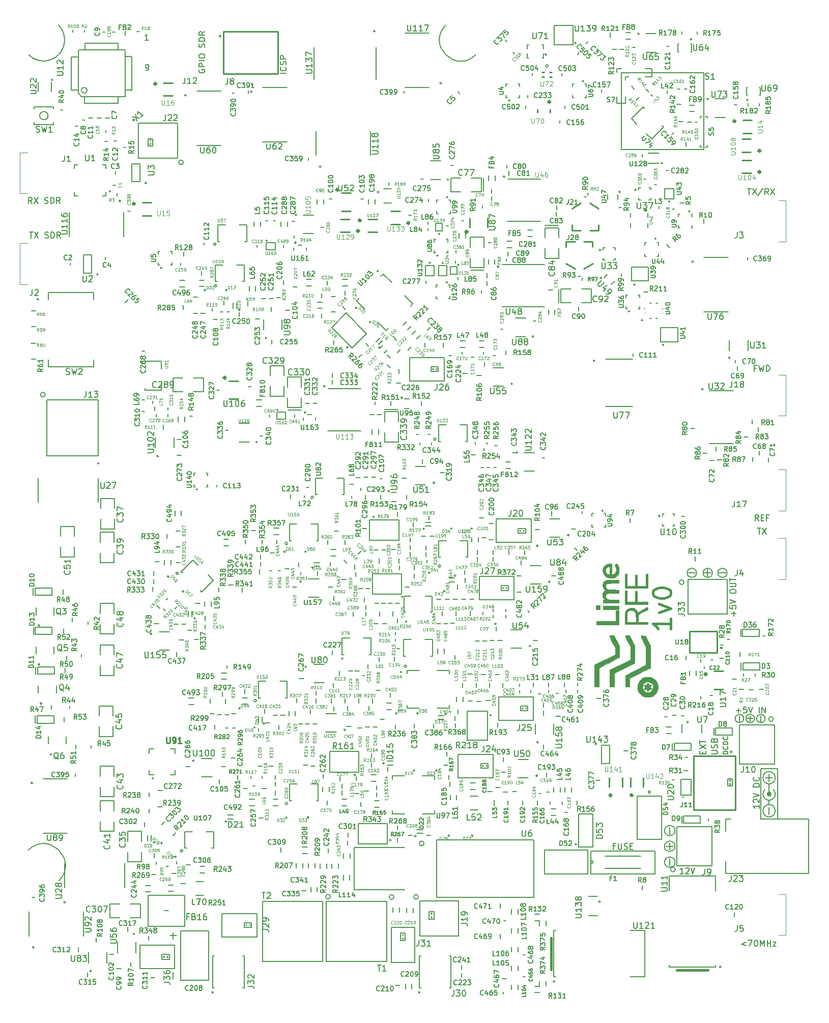
<source format=gto>
G04 #@! TF.FileFunction,Legend,Top*
%FSLAX46Y46*%
G04 Gerber Fmt 4.6, Leading zero omitted, Abs format (unit mm)*
G04 Created by KiCad (PCBNEW 4.0.7) date Fri Sep 20 17:05:35 2019*
%MOMM*%
%LPD*%
G01*
G04 APERTURE LIST*
%ADD10C,0.150000*%
%ADD11C,0.400000*%
%ADD12C,0.200000*%
%ADD13C,0.200660*%
%ADD14C,0.152400*%
%ADD15C,0.254000*%
%ADD16C,0.127000*%
%ADD17C,0.099060*%
%ADD18C,0.500000*%
%ADD19C,0.250000*%
%ADD20C,0.195580*%
%ADD21C,0.300000*%
%ADD22C,0.010000*%
%ADD23C,0.125000*%
%ADD24C,0.140000*%
%ADD25C,0.175000*%
%ADD26C,0.187500*%
%ADD27C,0.100000*%
G04 APERTURE END LIST*
D10*
D11*
X187018443Y-149694686D02*
X187018443Y-151408971D01*
X187018443Y-150551829D02*
X184018443Y-150551829D01*
X184447014Y-150837543D01*
X184732729Y-151123257D01*
X184875586Y-151408971D01*
X185018443Y-148694686D02*
X187018443Y-147980400D01*
X185018443Y-147266114D01*
X184018443Y-145551829D02*
X184018443Y-145266114D01*
X184161300Y-144980400D01*
X184304157Y-144837543D01*
X184589871Y-144694686D01*
X185161300Y-144551829D01*
X185875586Y-144551829D01*
X186447014Y-144694686D01*
X186732729Y-144837543D01*
X186875586Y-144980400D01*
X187018443Y-145266114D01*
X187018443Y-145551829D01*
X186875586Y-145837543D01*
X186732729Y-145980400D01*
X186447014Y-146123257D01*
X185875586Y-146266114D01*
X185161300Y-146266114D01*
X184589871Y-146123257D01*
X184304157Y-145980400D01*
X184161300Y-145837543D01*
X184018443Y-145551829D01*
D12*
X151441700Y-91102020D02*
X151441700Y-92402020D01*
X151441700Y-91102020D02*
X150341700Y-91102020D01*
X151803560Y-90815700D02*
G75*
G03X151803560Y-90815700I-127000J0D01*
G01*
X150341700Y-91102020D02*
X150341700Y-92402020D01*
X151441700Y-92402020D02*
X150341700Y-92402020D01*
X147953065Y-119841880D02*
G75*
G03X147953065Y-119841880I-200805J0D01*
G01*
D10*
X148724860Y-120201580D02*
X148374860Y-120201580D01*
X148374860Y-120201580D02*
X148374860Y-117451580D01*
X148374860Y-117451580D02*
X149624860Y-117451580D01*
X152874860Y-120201580D02*
X153174860Y-120201580D01*
X153174860Y-120201580D02*
X153174860Y-117451580D01*
X153174860Y-117451580D02*
X151924860Y-117451580D01*
D12*
X176044600Y-191271400D02*
X182044600Y-191271400D01*
X182044600Y-189271400D02*
X176044600Y-189271400D01*
X184344600Y-188371400D02*
X184344600Y-192171400D01*
X173744600Y-188371400D02*
X173744600Y-192171400D01*
D13*
X173744600Y-188371400D02*
X184344600Y-188371400D01*
X184344600Y-192171400D02*
X173744600Y-192171400D01*
D12*
X134392680Y-194801100D02*
X142742680Y-194801100D01*
X134342680Y-187801100D02*
X142742680Y-187801100D01*
X148042680Y-186501100D02*
X148042680Y-196101100D01*
X145952032Y-187118700D02*
G75*
G03X145952032Y-187118700I-390512J0D01*
G01*
X164242680Y-196101100D02*
X148042680Y-196101100D01*
X164242680Y-186501100D02*
X148042680Y-186501100D01*
X134342680Y-194801100D02*
X134342680Y-187801100D01*
X164242680Y-186501100D02*
X164242680Y-196101100D01*
D10*
X139862860Y-187178020D02*
X139862860Y-183778020D01*
X135012860Y-183778020D02*
X139862860Y-183778020D01*
X135012860Y-187178020D02*
X135012860Y-183778020D01*
X135012860Y-187178020D02*
X139862860Y-187178020D01*
D14*
X140494377Y-186547600D02*
G75*
G03X140494377Y-186547600I-146017J0D01*
G01*
X164915017Y-137583880D02*
G75*
G03X164915017Y-137583880I-146017J0D01*
G01*
D10*
X128573940Y-140355940D02*
X127623940Y-140355940D01*
X128573940Y-140955940D02*
X127623940Y-140955940D01*
D14*
X127528097Y-141197540D02*
G75*
G03X127528097Y-141197540I-146017J0D01*
G01*
D10*
X126723940Y-146130940D02*
X128473940Y-146130940D01*
X126723940Y-143080940D02*
X128473940Y-143080940D01*
D14*
X125553497Y-143534800D02*
G75*
G03X125553497Y-143534800I-146017J0D01*
G01*
D10*
X118448940Y-166030940D02*
X118448940Y-166980940D01*
X119048940Y-166030940D02*
X119048940Y-166980940D01*
D14*
X119439097Y-167151680D02*
G75*
G03X119439097Y-167151680I-146017J0D01*
G01*
D12*
X105087248Y-142171874D02*
G75*
G03X105087248Y-142171874I-200805J0D01*
G01*
D10*
X105795782Y-142109960D02*
X105548295Y-141862473D01*
X105548295Y-141862473D02*
X107492838Y-139917929D01*
X107492838Y-139917929D02*
X108376722Y-140801813D01*
X108730275Y-145044453D02*
X108942407Y-145256585D01*
X108942407Y-145256585D02*
X110886951Y-143312042D01*
X110886951Y-143312042D02*
X110003067Y-142428158D01*
D12*
X112169114Y-52749980D02*
G75*
G03X112169114Y-52749980I-170294J0D01*
G01*
D15*
X121618820Y-58989980D02*
X112618820Y-58989980D01*
X112618820Y-51989980D02*
X121618820Y-51989980D01*
X121618820Y-51989980D02*
X121618820Y-58989980D01*
X112618820Y-58989980D02*
X112618820Y-51989980D01*
D12*
X197194674Y-171895980D02*
G75*
G03X197194674Y-171895980I-170294J0D01*
G01*
D15*
X190784380Y-181515980D02*
X190784380Y-172515980D01*
X197784380Y-172515980D02*
X197784380Y-181515980D01*
X197784380Y-181515980D02*
X190784380Y-181515980D01*
X190784380Y-172515980D02*
X197784380Y-172515980D01*
D10*
X142248940Y-145655940D02*
X142248940Y-142255940D01*
X137398940Y-142255940D02*
X142248940Y-142255940D01*
X137398940Y-145655940D02*
X137398940Y-142255940D01*
X137398940Y-145655940D02*
X142248940Y-145655940D01*
D14*
X142443577Y-146054220D02*
G75*
G03X142443577Y-146054220I-146017J0D01*
G01*
D12*
X184579440Y-86471660D02*
G75*
G03X184579440Y-86471660I-127000J0D01*
G01*
D10*
X182907280Y-87122520D02*
X182657280Y-87122520D01*
X182657280Y-87572520D02*
X182657280Y-87122520D01*
X184707280Y-87122520D02*
X184957280Y-87122520D01*
X184957280Y-87572520D02*
X184957280Y-87122520D01*
X182657280Y-89422520D02*
X182657280Y-88972520D01*
X182907280Y-89422520D02*
X182657280Y-89422520D01*
X184957280Y-89422520D02*
X184957280Y-88972520D01*
X184707280Y-89422520D02*
X184957280Y-89422520D01*
D12*
X155873860Y-76352140D02*
X155863860Y-78552140D01*
D16*
X155473860Y-78615140D02*
X155473860Y-76329140D01*
X155473860Y-76329140D02*
X153822860Y-76329140D01*
X152044860Y-78615140D02*
X150393860Y-78615140D01*
X150393860Y-78615140D02*
X150393860Y-76329140D01*
X150393860Y-76329140D02*
X152044860Y-76329140D01*
X153822860Y-78615140D02*
X155473860Y-78615140D01*
D12*
X166119140Y-84260340D02*
X168319140Y-84270340D01*
D16*
X168382140Y-84660340D02*
X166096140Y-84660340D01*
X166096140Y-84660340D02*
X166096140Y-86311340D01*
X168382140Y-88089340D02*
X168382140Y-89740340D01*
X168382140Y-89740340D02*
X166096140Y-89740340D01*
X166096140Y-89740340D02*
X166096140Y-88089340D01*
X168382140Y-86311340D02*
X168382140Y-84660340D01*
D12*
X155933460Y-91710060D02*
X153733460Y-91700060D01*
D16*
X153670460Y-91310060D02*
X155956460Y-91310060D01*
X155956460Y-91310060D02*
X155956460Y-89659060D01*
X153670460Y-87881060D02*
X153670460Y-86230060D01*
X153670460Y-86230060D02*
X155956460Y-86230060D01*
X155956460Y-86230060D02*
X155956460Y-87881060D01*
X153670460Y-89659060D02*
X153670460Y-91310060D01*
D12*
X168332200Y-97106600D02*
X168342200Y-94906600D01*
D16*
X168732200Y-94843600D02*
X168732200Y-97129600D01*
X168732200Y-97129600D02*
X170383200Y-97129600D01*
X172161200Y-94843600D02*
X173812200Y-94843600D01*
X173812200Y-94843600D02*
X173812200Y-97129600D01*
X173812200Y-97129600D02*
X172161200Y-97129600D01*
X170383200Y-94843600D02*
X168732200Y-94843600D01*
D12*
X125523780Y-114963980D02*
X123323780Y-114953980D01*
D16*
X123260780Y-114563980D02*
X125546780Y-114563980D01*
X125546780Y-114563980D02*
X125546780Y-112912980D01*
X123260780Y-111134980D02*
X123260780Y-109483980D01*
X123260780Y-109483980D02*
X125546780Y-109483980D01*
X125546780Y-109483980D02*
X125546780Y-111134980D01*
X123260780Y-112912980D02*
X123260780Y-114563980D01*
D12*
X139428940Y-114865940D02*
X141628940Y-114875940D01*
D16*
X141691940Y-115265940D02*
X139405940Y-115265940D01*
X139405940Y-115265940D02*
X139405940Y-116916940D01*
X141691940Y-118694940D02*
X141691940Y-120345940D01*
X141691940Y-120345940D02*
X139405940Y-120345940D01*
X139405940Y-120345940D02*
X139405940Y-118694940D01*
X141691940Y-116916940D02*
X141691940Y-115265940D01*
D10*
X148273940Y-166455940D02*
X149223940Y-166455940D01*
X148273940Y-165855940D02*
X149223940Y-165855940D01*
D14*
X149654997Y-165596220D02*
G75*
G03X149654997Y-165596220I-146017J0D01*
G01*
D12*
X143051625Y-157634100D02*
G75*
G03X143051625Y-157634100I-200805J0D01*
G01*
D10*
X142921820Y-155915600D02*
X142571820Y-155915600D01*
X142571820Y-155915600D02*
X142571820Y-153165600D01*
X142571820Y-153165600D02*
X143821820Y-153165600D01*
X147071820Y-155915600D02*
X147371820Y-155915600D01*
X147371820Y-155915600D02*
X147371820Y-153165600D01*
X147371820Y-153165600D02*
X146121820Y-153165600D01*
X147058260Y-148584340D02*
X147258260Y-148584340D01*
X142658260Y-148584340D02*
X142858260Y-148584340D01*
X146158260Y-145984340D02*
X147258260Y-145984340D01*
X147258260Y-148584340D02*
X147258260Y-145984340D01*
X142658260Y-145984340D02*
X143758260Y-145984340D01*
X142658260Y-148584340D02*
X142658260Y-145984340D01*
D14*
X143104557Y-150194300D02*
G75*
G03X143104557Y-150194300I-146017J0D01*
G01*
D10*
X150073940Y-143555940D02*
X151023940Y-143555940D01*
X150073940Y-142955940D02*
X151023940Y-142955940D01*
D14*
X151254997Y-142536220D02*
G75*
G03X151254997Y-142536220I-146017J0D01*
G01*
D12*
X148713265Y-140941180D02*
G75*
G03X148713265Y-140941180I-200805J0D01*
G01*
D10*
X148763460Y-139472680D02*
X148413460Y-139472680D01*
X148413460Y-139472680D02*
X148413460Y-136722680D01*
X148413460Y-136722680D02*
X149663460Y-136722680D01*
X152913460Y-139472680D02*
X153213460Y-139472680D01*
X153213460Y-139472680D02*
X153213460Y-136722680D01*
X153213460Y-136722680D02*
X151963460Y-136722680D01*
X114198940Y-97080940D02*
X114198940Y-98030940D01*
X114798940Y-97080940D02*
X114798940Y-98030940D01*
D14*
X115384677Y-98315980D02*
G75*
G03X115384677Y-98315980I-146017J0D01*
G01*
D12*
X111463425Y-94286940D02*
G75*
G03X111463425Y-94286940I-200805J0D01*
G01*
D10*
X111600220Y-93582380D02*
X111250220Y-93582380D01*
X111250220Y-93582380D02*
X111250220Y-90832380D01*
X111250220Y-90832380D02*
X112500220Y-90832380D01*
X115750220Y-93582380D02*
X116050220Y-93582380D01*
X116050220Y-93582380D02*
X116050220Y-90832380D01*
X116050220Y-90832380D02*
X114800220Y-90832380D01*
X140764740Y-173437240D02*
X139814740Y-173437240D01*
X140764740Y-174037240D02*
X139814740Y-174037240D01*
D14*
X139386157Y-173753060D02*
G75*
G03X139386157Y-173753060I-146017J0D01*
G01*
D12*
X80920540Y-145828180D02*
X80920540Y-144628180D01*
X84020540Y-145828180D02*
X84020540Y-144628180D01*
X84020540Y-144628180D02*
X81220540Y-144628180D01*
X81220540Y-144628180D02*
X81220540Y-145828180D01*
X81220540Y-145828180D02*
X84020540Y-145828180D01*
X198411880Y-166756920D02*
X198411880Y-165827280D01*
X199129649Y-166314960D02*
G75*
G03X199129649Y-166314960I-702529J0D01*
G01*
X198427120Y-166756920D02*
X198427120Y-165827280D01*
X200210200Y-166764540D02*
X200210200Y-165834900D01*
X200672480Y-166312420D02*
X199742840Y-166312420D01*
X200912729Y-166322580D02*
G75*
G03X200912729Y-166322580I-702529J0D01*
G01*
X200657240Y-166312420D02*
X199727600Y-166312420D01*
X200194960Y-166764540D02*
X200194960Y-165834900D01*
X201985660Y-166764540D02*
X201985660Y-165834900D01*
X202703429Y-166322580D02*
G75*
G03X202703429Y-166322580I-702529J0D01*
G01*
X202000900Y-166764540D02*
X202000900Y-165834900D01*
X204068632Y-166409580D02*
G75*
G03X204068632Y-166409580I-390512J0D01*
G01*
X198445580Y-167428680D02*
X204245580Y-167428680D01*
X198445580Y-173928680D02*
X204245580Y-173928680D01*
X204245580Y-167428680D02*
X204245580Y-173928680D01*
X198445580Y-173928680D02*
X198445580Y-167428680D01*
X204779100Y-183058640D02*
X204779100Y-174704580D01*
X202025740Y-183061180D02*
X202025740Y-174707120D01*
X204782200Y-183061180D02*
X201899300Y-183061180D01*
X204779660Y-174704580D02*
X202025740Y-174704580D01*
X203362340Y-176784840D02*
X203362340Y-175585960D01*
X202767980Y-176165080D02*
X203966860Y-176165080D01*
X203359800Y-182268700D02*
X203359800Y-181069820D01*
X203357260Y-180627860D02*
X203357260Y-179947140D01*
X203377580Y-178872720D02*
X203377580Y-177203940D01*
X203419158Y-178905740D02*
G75*
G03X203419158Y-178905740I-31418J0D01*
G01*
X203567771Y-178905740D02*
G75*
G03X203567771Y-178905740I-187651J0D01*
G01*
X203708969Y-178895580D02*
G75*
G03X203708969Y-178895580I-328849J0D01*
G01*
X202638440Y-178161520D02*
G75*
G03X202661300Y-179652500I756920J-734060D01*
G01*
X202661300Y-179652500D02*
G75*
G03X204134500Y-179586460I703580J769620D01*
G01*
X204142120Y-179576300D02*
G75*
G03X204050680Y-178143740I-762000J670560D01*
G01*
X204383407Y-181669260D02*
G75*
G03X204383407Y-181669260I-1021067J0D01*
G01*
X204378327Y-176182860D02*
G75*
G03X204378327Y-176182860I-1021067J0D01*
G01*
D10*
X196988580Y-183069680D02*
X196178580Y-183069680D01*
X209978580Y-192069680D02*
X209978580Y-183069680D01*
X196178580Y-185069680D02*
X196178580Y-183069680D01*
X196178580Y-192069680D02*
X196178580Y-190069680D01*
X209978580Y-192069680D02*
X196178580Y-192069680D01*
X209978580Y-183069680D02*
X201988580Y-183069680D01*
D12*
X191065840Y-142078580D02*
X189976180Y-142078580D01*
X191287032Y-142073500D02*
G75*
G03X191287032Y-142073500I-774912J0D01*
G01*
X196377192Y-142078580D02*
G75*
G03X196377192Y-142078580I-774912J0D01*
G01*
X196156000Y-142083660D02*
X195066340Y-142083660D01*
X193135940Y-142652620D02*
X193135940Y-141514700D01*
X193702360Y-142088740D02*
X192612700Y-142088740D01*
X193923552Y-142083660D02*
G75*
G03X193923552Y-142083660I-774912J0D01*
G01*
X189209092Y-143632240D02*
G75*
G03X189209092Y-143632240I-390512J0D01*
G01*
X189875780Y-148966380D02*
X189875780Y-143166380D01*
X196375780Y-148966380D02*
X196375780Y-143166380D01*
X189875780Y-143166380D02*
X196375780Y-143166380D01*
X196375780Y-148966380D02*
X189875780Y-148966380D01*
X187724499Y-190226520D02*
G75*
G03X187724499Y-190226520I-879779J0D01*
G01*
X186837100Y-189639780D02*
X186837100Y-190798020D01*
X186829480Y-184394680D02*
X186829480Y-185552920D01*
X187716879Y-184981420D02*
G75*
G03X187716879Y-184981420I-879779J0D01*
G01*
X187716879Y-187590000D02*
G75*
G03X187716879Y-187590000I-879779J0D01*
G01*
X186245280Y-187600160D02*
X187403520Y-187600160D01*
X186829480Y-187003260D02*
X186829480Y-188161500D01*
X187747492Y-191447620D02*
G75*
G03X187747492Y-191447620I-390512J0D01*
G01*
X193856980Y-190847620D02*
X188056980Y-190847620D01*
X193856980Y-184347620D02*
X188056980Y-184347620D01*
X188056980Y-190847620D02*
X188056980Y-184347620D01*
X193856980Y-184347620D02*
X193856980Y-190847620D01*
D17*
X78753280Y-94025040D02*
X78753280Y-87222920D01*
X78753280Y-87222920D02*
X79954700Y-87222920D01*
X79954700Y-94025040D02*
X78755820Y-94025040D01*
X78743280Y-78905040D02*
X78743280Y-72102920D01*
X78743280Y-72102920D02*
X79944700Y-72102920D01*
X79944700Y-78905040D02*
X78745820Y-78905040D01*
X206154280Y-195542920D02*
X206154280Y-202345040D01*
X206154280Y-202345040D02*
X204952860Y-202345040D01*
X204952860Y-195542920D02*
X206151740Y-195542920D01*
X206154280Y-136352920D02*
X206154280Y-143155040D01*
X206154280Y-143155040D02*
X204952860Y-143155040D01*
X204952860Y-136352920D02*
X206151740Y-136352920D01*
X206173760Y-124900560D02*
X206173760Y-131702680D01*
X206173760Y-131702680D02*
X204972340Y-131702680D01*
X204972340Y-124900560D02*
X206171220Y-124900560D01*
X206159200Y-109115580D02*
X206159200Y-115917700D01*
X206159200Y-115917700D02*
X204957780Y-115917700D01*
X204957780Y-109115580D02*
X206156660Y-109115580D01*
X206143280Y-80130520D02*
X206143280Y-86932640D01*
X206143280Y-86932640D02*
X204941860Y-86932640D01*
X204941860Y-80130520D02*
X206140740Y-80130520D01*
D12*
X149575560Y-50915160D02*
G75*
G03X154531520Y-55859240I2477980J-2472040D01*
G01*
X80186140Y-55870700D02*
G75*
G03X85120940Y-50903700I2467400J2483500D01*
G01*
X85202640Y-193327820D02*
G75*
G03X80104440Y-188246580I-2549100J2540620D01*
G01*
D18*
X112896053Y-109612140D02*
G75*
G03X112896053Y-109612140I-115953J0D01*
G01*
D19*
X113533780Y-113133980D02*
X115033780Y-113133980D01*
X113533780Y-110133980D02*
X115033780Y-110133980D01*
D12*
X178762620Y-58828020D02*
X192482620Y-58828020D01*
X192482620Y-58828020D02*
X192482620Y-71588020D01*
X178762620Y-71588020D02*
X192482620Y-71588020D01*
X178762620Y-58828020D02*
X178762620Y-71588020D01*
D10*
X96193780Y-190453980D02*
X96193780Y-194453980D01*
X86193780Y-190453980D02*
X86193780Y-194453980D01*
D14*
X86300077Y-196893940D02*
G75*
G03X86300077Y-196893940I-146017J0D01*
G01*
D10*
X93174200Y-206972520D02*
X93174200Y-205222520D01*
X90124200Y-206972520D02*
X90124200Y-205222520D01*
D14*
X90635177Y-208337240D02*
G75*
G03X90635177Y-208337240I-146017J0D01*
G01*
D13*
X166259560Y-210852760D02*
X166259560Y-210055200D01*
X165182600Y-210852760D02*
X165182600Y-210055200D01*
X166259560Y-200822760D02*
X166259560Y-200025200D01*
X165182600Y-200822760D02*
X165182600Y-200025200D01*
X161559560Y-198872760D02*
X161559560Y-198075200D01*
X160482600Y-198872760D02*
X160482600Y-198075200D01*
X161589560Y-202012760D02*
X161589560Y-201215200D01*
X160512600Y-202012760D02*
X160512600Y-201215200D01*
X161559560Y-205142760D02*
X161559560Y-204345200D01*
X160482600Y-205142760D02*
X160482600Y-204345200D01*
X161559560Y-208302760D02*
X161559560Y-207505200D01*
X160482600Y-208302760D02*
X160482600Y-207505200D01*
X161569560Y-211452760D02*
X161569560Y-210655200D01*
X160492600Y-211452760D02*
X160492600Y-210655200D01*
D20*
X158653780Y-197841960D02*
X158653780Y-197146000D01*
X159601900Y-199983980D02*
X159205660Y-199983980D01*
X162811900Y-205693980D02*
X162415660Y-205693980D01*
X162801900Y-209333980D02*
X162405660Y-209333980D01*
X159153780Y-212202100D02*
X159153780Y-211805860D01*
D13*
X165182560Y-210878200D02*
X164385000Y-210878200D01*
X165182560Y-211955160D02*
X164385000Y-211955160D01*
X164375000Y-199999760D02*
X165172560Y-199999760D01*
X164375000Y-198922800D02*
X165172560Y-198922800D01*
D20*
X158653780Y-202921960D02*
X158653780Y-202226000D01*
X159671760Y-209613980D02*
X158975800Y-209613980D01*
D14*
X95062380Y-53904780D02*
X95062380Y-55047780D01*
X89525180Y-53904780D02*
X89525180Y-55022380D01*
X95062380Y-53904780D02*
X89525180Y-53904780D01*
X96256180Y-56139980D02*
X97348380Y-56139980D01*
X96281580Y-61753380D02*
X97348380Y-61753380D01*
X97348380Y-61778780D02*
X97373780Y-56139980D01*
X87264580Y-61727980D02*
X87239180Y-56216180D01*
X89017180Y-62820180D02*
X96205380Y-62820180D01*
X87264580Y-56190780D02*
X88305980Y-56190780D01*
X88407580Y-62185180D02*
X88407580Y-55123980D01*
X96230780Y-55073180D02*
X88509180Y-55073180D01*
X96230780Y-62820180D02*
X96230780Y-55200180D01*
X89448980Y-63963180D02*
X95087780Y-63963180D01*
X95087780Y-63963180D02*
X95087780Y-62820180D01*
X88991780Y-62810020D02*
X88407580Y-62225820D01*
X89448980Y-63958100D02*
X89448980Y-62810020D01*
X88407580Y-61727980D02*
X87259500Y-61727980D01*
X89912986Y-61773700D02*
G75*
G03X89912986Y-61773700I-479246J0D01*
G01*
D13*
X118105000Y-114359760D02*
X118902560Y-114359760D01*
X118105000Y-113282800D02*
X118902560Y-113282800D01*
X138374560Y-119032760D02*
X138374560Y-118235200D01*
X137297600Y-119032760D02*
X137297600Y-118235200D01*
D20*
X198510580Y-155939360D02*
X198510580Y-155243400D01*
X192013580Y-163065100D02*
X192013580Y-162668860D01*
D10*
X199837740Y-103401480D02*
X199837740Y-105101480D01*
X196737740Y-103401480D02*
X196737740Y-105101480D01*
D14*
X196894037Y-106291440D02*
G75*
G03X196894037Y-106291440I-146017J0D01*
G01*
D10*
X197409920Y-120551780D02*
X193409920Y-120551780D01*
X197409920Y-111801780D02*
X193409920Y-111801780D01*
D14*
X192415977Y-111537060D02*
G75*
G03X192415977Y-111537060I-146017J0D01*
G01*
D10*
X115198780Y-117208980D02*
X116898780Y-117208980D01*
X115198780Y-120308980D02*
X116898780Y-120308980D01*
D14*
X118234757Y-120298700D02*
G75*
G03X118234757Y-120298700I-146017J0D01*
G01*
D20*
X189920660Y-175022080D02*
X189224700Y-175022080D01*
X143794999Y-104509881D02*
X143302881Y-105001999D01*
X132798940Y-95853920D02*
X132798940Y-95157960D01*
X129848940Y-94153920D02*
X129848940Y-93457960D01*
D12*
X138456040Y-78693800D02*
G75*
G03X138456040Y-78693800I-150000J0D01*
G01*
D10*
X139256040Y-80543800D02*
X140556040Y-80543800D01*
X139256040Y-78143800D02*
X140556040Y-78143800D01*
D12*
X105806845Y-188355840D02*
G75*
G03X105806845Y-188355840I-200805J0D01*
G01*
D10*
X106477040Y-187877340D02*
X106127040Y-187877340D01*
X106127040Y-187877340D02*
X106127040Y-185127340D01*
X106127040Y-185127340D02*
X107377040Y-185127340D01*
X110627040Y-187877340D02*
X110927040Y-187877340D01*
X110927040Y-187877340D02*
X110927040Y-185127340D01*
X110927040Y-185127340D02*
X109677040Y-185127340D01*
X141348940Y-128655940D02*
X140548940Y-128655940D01*
X141348940Y-130255940D02*
X140548940Y-130255940D01*
D14*
X140234917Y-128495660D02*
G75*
G03X140234917Y-128495660I-146017J0D01*
G01*
D10*
X143498980Y-113106220D02*
X142698980Y-113106220D01*
X143498980Y-114706220D02*
X142698980Y-114706220D01*
D14*
X142384957Y-112945940D02*
G75*
G03X142384957Y-112945940I-146017J0D01*
G01*
D10*
X127614780Y-160358200D02*
X129364780Y-160358200D01*
X127614780Y-157308200D02*
X129364780Y-157308200D01*
D14*
X126396077Y-157673160D02*
G75*
G03X126396077Y-157673160I-146017J0D01*
G01*
D10*
X185533207Y-67680451D02*
X185780694Y-67927938D01*
X185780694Y-67927938D02*
X183836151Y-69872482D01*
X183836151Y-69872482D02*
X182952267Y-68988599D01*
X182598714Y-64745958D02*
X182386582Y-64533826D01*
X182386582Y-64533826D02*
X180442038Y-66478369D01*
X180442038Y-66478369D02*
X181325921Y-67362253D01*
X168573940Y-133130940D02*
X166823940Y-133130940D01*
X168573940Y-136180940D02*
X166823940Y-136180940D01*
D14*
X170084677Y-135815980D02*
G75*
G03X170084677Y-135815980I-146017J0D01*
G01*
D18*
X131622213Y-78320180D02*
G75*
G03X131622213Y-78320180I-115953J0D01*
G01*
D19*
X132259940Y-81842020D02*
X133759940Y-81842020D01*
X132259940Y-78842020D02*
X133759940Y-78842020D01*
D10*
X146229300Y-124399040D02*
X144479300Y-124399040D01*
X146229300Y-127449040D02*
X144479300Y-127449040D01*
D14*
X147740037Y-127084080D02*
G75*
G03X147740037Y-127084080I-146017J0D01*
G01*
D10*
X98683900Y-73975700D02*
X97333900Y-73975700D01*
X97333900Y-76975700D02*
X97333900Y-73975700D01*
X98683900Y-76975700D02*
X98683900Y-73975700D01*
X98683900Y-76975700D02*
X97333900Y-76975700D01*
D14*
X99794877Y-77215420D02*
G75*
G03X99794877Y-77215420I-146017J0D01*
G01*
D10*
X90660040Y-89169980D02*
X89310040Y-89169980D01*
X89310040Y-92169980D02*
X89310040Y-89169980D01*
X90660040Y-92169980D02*
X90660040Y-89169980D01*
X90660040Y-92169980D02*
X89310040Y-92169980D01*
D14*
X91771017Y-92409700D02*
G75*
G03X91771017Y-92409700I-146017J0D01*
G01*
D20*
X145283960Y-120760220D02*
X145283960Y-120363980D01*
X141554660Y-184114040D02*
X141554660Y-184810000D01*
X141554660Y-186852160D02*
X141554660Y-186156200D01*
X146248940Y-139353920D02*
X146248940Y-138657960D01*
X156447260Y-120681480D02*
X156447260Y-120285240D01*
X108514340Y-197301720D02*
X108514340Y-196605760D01*
D13*
X109459220Y-190916160D02*
X108661660Y-190916160D01*
X109459220Y-191993120D02*
X108661660Y-191993120D01*
D20*
X100195840Y-181378460D02*
X100195840Y-182074420D01*
X102385320Y-181002540D02*
X101689360Y-181002540D01*
X100183140Y-178647960D02*
X100183140Y-179343920D01*
X137798940Y-113657820D02*
X137798940Y-114054060D01*
X141469160Y-154717700D02*
X141865400Y-154717700D01*
X141222780Y-152403320D02*
X141222780Y-152007080D01*
X141222780Y-153455320D02*
X141222780Y-153059080D01*
X124366480Y-85968440D02*
X124366480Y-86364680D01*
X143801900Y-82513980D02*
X143405660Y-82513980D01*
X172262800Y-93004640D02*
X172262800Y-93400880D01*
X155519580Y-95511220D02*
X155519580Y-95114980D01*
X178769700Y-81321780D02*
X178373460Y-81321780D01*
X172003720Y-92740480D02*
X171607480Y-92740480D01*
X173233080Y-78816200D02*
X173233080Y-79212440D01*
X155671980Y-81348180D02*
X155671980Y-80951940D01*
X172587920Y-79461360D02*
X172984160Y-79461360D01*
X146629580Y-83639260D02*
X146629580Y-84035500D01*
X151602900Y-93286180D02*
X151602900Y-92889940D01*
X146624500Y-84716220D02*
X146624500Y-85112460D01*
X151211740Y-90487100D02*
X151211740Y-90090860D01*
X157440620Y-139002360D02*
X157440620Y-138306400D01*
X146248940Y-138253920D02*
X146248940Y-137557960D01*
X137650960Y-138255940D02*
X138346920Y-138255940D01*
X138503780Y-140431960D02*
X138503780Y-139736000D01*
X133939740Y-129658980D02*
X133939740Y-129262740D01*
X126033300Y-129563860D02*
X126033300Y-129167620D01*
X99045420Y-113283340D02*
X99441660Y-113283340D01*
X134234960Y-127379460D02*
X133539000Y-127379460D01*
X136650780Y-157290720D02*
X136650780Y-157986680D01*
X153815240Y-122425060D02*
X154511200Y-122425060D01*
X164112540Y-161074440D02*
X164112540Y-160378480D01*
X149621700Y-84304740D02*
X150017940Y-84304740D01*
X151257460Y-88424620D02*
X151257460Y-88820860D01*
X160084760Y-138994740D02*
X160084760Y-138298780D01*
X157425380Y-139457020D02*
X157425380Y-140152980D01*
X154788860Y-138298780D02*
X154788860Y-138994740D01*
X154796480Y-139487500D02*
X154796480Y-140183460D01*
X146486180Y-140360120D02*
X146486180Y-139963880D01*
X144353780Y-141531960D02*
X144353780Y-140836000D01*
X141822740Y-140433780D02*
X141822740Y-139737820D01*
X139596920Y-138255940D02*
X138900960Y-138255940D01*
X135002881Y-138951999D02*
X135494999Y-138459881D01*
X154527020Y-120681480D02*
X154527020Y-120285240D01*
X156472660Y-124580380D02*
X156868900Y-124580380D01*
X155416020Y-124580380D02*
X155812260Y-124580380D01*
X147234680Y-120760220D02*
X147234680Y-120363980D01*
X138846920Y-115705940D02*
X138150960Y-115705940D01*
X137646920Y-115705940D02*
X136950960Y-115705940D01*
X130698700Y-108869400D02*
X130698700Y-109565360D01*
X130673300Y-109992080D02*
X130673300Y-110688040D01*
X127444960Y-113840180D02*
X128140920Y-113840180D01*
X126205440Y-113855420D02*
X126901400Y-113855420D01*
D16*
X120405580Y-112678080D02*
X122691580Y-112678080D01*
X122691580Y-112678080D02*
X122691580Y-111027080D01*
X120405580Y-109249080D02*
X120405580Y-107598080D01*
X120405580Y-107598080D02*
X122691580Y-107598080D01*
X122691580Y-107598080D02*
X122691580Y-109249080D01*
X120405580Y-111027080D02*
X120405580Y-112678080D01*
D20*
X117161900Y-111123980D02*
X116765660Y-111123980D01*
X99426420Y-115203580D02*
X99030180Y-115203580D01*
X135448940Y-127957820D02*
X135448940Y-128354060D01*
X126419380Y-127854440D02*
X126815620Y-127854440D01*
X124429980Y-83563060D02*
X124033740Y-83563060D01*
X129271220Y-84553660D02*
X128874980Y-84553660D01*
X164134220Y-100148260D02*
X164530460Y-100148260D01*
D13*
X152864240Y-86353520D02*
X152864240Y-85555960D01*
X151787280Y-86353520D02*
X151787280Y-85555960D01*
D20*
X146293780Y-93505860D02*
X146293780Y-93902100D01*
X150429420Y-74292060D02*
X150825660Y-74292060D01*
X145825900Y-76546580D02*
X145429660Y-76546580D01*
X146699660Y-80234660D02*
X146699660Y-79838420D01*
X100792940Y-113496700D02*
X100792940Y-113892940D01*
X99446740Y-105195980D02*
X99050500Y-105195980D01*
X105430780Y-90489640D02*
X105430780Y-90885880D01*
X163220860Y-62559800D02*
X163220860Y-62956040D01*
X138527260Y-156785960D02*
X138527260Y-156090000D01*
X134067020Y-158429340D02*
X133371060Y-158429340D01*
X130698940Y-155703920D02*
X130698940Y-155007960D01*
D13*
X140758000Y-197785200D02*
X140758000Y-198582760D01*
X141834960Y-197785200D02*
X141834960Y-198582760D01*
X143078000Y-197825200D02*
X143078000Y-198622760D01*
X144154960Y-197825200D02*
X144154960Y-198622760D01*
X142868000Y-210495200D02*
X142868000Y-211292760D01*
X143944960Y-210495200D02*
X143944960Y-211292760D01*
D12*
X104233780Y-208563980D02*
X104233780Y-209113980D01*
X104233780Y-209113980D02*
X104233780Y-209663980D01*
X104233780Y-201913980D02*
X104233780Y-202463980D01*
X104233780Y-202463980D02*
X104233780Y-203013980D01*
X103683780Y-202463980D02*
X104233780Y-202463980D01*
X104233780Y-202463980D02*
X104783780Y-202463980D01*
X110133780Y-201713980D02*
X110133780Y-209913980D01*
X110133780Y-209913980D02*
X105433780Y-209913980D01*
X105433780Y-209913980D02*
X105433780Y-201713980D01*
X105433780Y-201713980D02*
X110133780Y-201713980D01*
D20*
X151065280Y-156462680D02*
X151065280Y-155766720D01*
D13*
X137818160Y-80705240D02*
X137818160Y-79907680D01*
X136741200Y-80705240D02*
X136741200Y-79907680D01*
D20*
X141062760Y-156772560D02*
X141062760Y-156076600D01*
X118146020Y-87525460D02*
X118146020Y-87921700D01*
X119969740Y-83507180D02*
X119573500Y-83507180D01*
X121249900Y-83507180D02*
X120853660Y-83507180D01*
X111501380Y-127403460D02*
X111501380Y-127799700D01*
X109337300Y-87093660D02*
X109337300Y-87489900D01*
X135844580Y-79828940D02*
X135448340Y-79828940D01*
X130617260Y-79823860D02*
X130221020Y-79823860D01*
D13*
X129217720Y-80710320D02*
X129217720Y-79912760D01*
X128140760Y-80710320D02*
X128140760Y-79912760D01*
D20*
X167352980Y-95001080D02*
X166657020Y-95001080D01*
X171642460Y-97768280D02*
X171642460Y-98464240D01*
X159934100Y-88610040D02*
X159934100Y-89306000D01*
X159614060Y-89801300D02*
X159614060Y-90197540D01*
X156474620Y-92938200D02*
X156474620Y-92242240D01*
X156459380Y-94248840D02*
X156459380Y-93552880D01*
X167990980Y-82031440D02*
X167990980Y-82727400D01*
X167996060Y-80903680D02*
X167996060Y-81599640D01*
X160040780Y-75214080D02*
X160040780Y-75910040D01*
X159741060Y-74276820D02*
X159741060Y-74673060D01*
X157201060Y-78932640D02*
X157201060Y-78236680D01*
X157201060Y-80136600D02*
X157201060Y-79440640D01*
X188887560Y-52376940D02*
X188887560Y-51980700D01*
X191386920Y-52407420D02*
X191386920Y-52011180D01*
X182827441Y-61574601D02*
X183319559Y-62066719D01*
D10*
X163110380Y-54159840D02*
X163360380Y-54159840D01*
X163110380Y-54859840D02*
X163110380Y-54159840D01*
X165810380Y-54859840D02*
X165810380Y-54159840D01*
X165810380Y-54159840D02*
X165560380Y-54159840D01*
X163110380Y-56359840D02*
X163360380Y-56359840D01*
X163110380Y-55659840D02*
X163110380Y-56359840D01*
X165810380Y-55659840D02*
X165810380Y-56359840D01*
X165810380Y-56359840D02*
X165560380Y-56359840D01*
D14*
X166346117Y-55819880D02*
G75*
G03X166346117Y-55819880I-146017J0D01*
G01*
D19*
X165590780Y-59525720D02*
X165890780Y-59525720D01*
X165590780Y-58725720D02*
X165890780Y-58725720D01*
X166890780Y-59525720D02*
X167190780Y-59525720D01*
X166890780Y-58725720D02*
X167190780Y-58725720D01*
D10*
X166597141Y-57709720D02*
G75*
G03X166597141Y-57709720I-209201J0D01*
G01*
D13*
X154447720Y-177080160D02*
X153650160Y-177080160D01*
X154447720Y-178157120D02*
X153650160Y-178157120D01*
X137167440Y-176794540D02*
X137965000Y-176794540D01*
X137167440Y-175717580D02*
X137965000Y-175717580D01*
D20*
X113576100Y-98661140D02*
X113179860Y-98661140D01*
X117150340Y-176297560D02*
X117150340Y-175901320D01*
X130530600Y-163708080D02*
X130530600Y-163012120D01*
X130979040Y-165017820D02*
X130979040Y-164321860D01*
X133252340Y-164992420D02*
X133252340Y-164296460D01*
X136833740Y-164232960D02*
X136833740Y-164928920D01*
X140338940Y-162744520D02*
X140338940Y-162048560D01*
X153946920Y-158955940D02*
X153250960Y-158955940D01*
X155450960Y-159005940D02*
X156146920Y-159005940D01*
X156878620Y-161099840D02*
X156878620Y-160403880D01*
X159093500Y-161099840D02*
X159093500Y-160403880D01*
X148735240Y-150497140D02*
X148039280Y-150497140D01*
X148966380Y-149189040D02*
X148966380Y-148493080D01*
X149908720Y-150512380D02*
X149212760Y-150512380D01*
X153598940Y-149153920D02*
X153598940Y-148457960D01*
X135089900Y-163708080D02*
X135089900Y-163012120D01*
X152413300Y-161104920D02*
X152413300Y-160408960D01*
X154653580Y-161104920D02*
X154653580Y-160408960D01*
X157750960Y-159005940D02*
X158446920Y-159005940D01*
X150355760Y-150476820D02*
X151051720Y-150476820D01*
X151287940Y-149163640D02*
X151287940Y-148467680D01*
X161857020Y-162016780D02*
X161857020Y-161620540D01*
X163736620Y-161986300D02*
X163736620Y-161590060D01*
X165382540Y-162199660D02*
X164986300Y-162199660D01*
X166672860Y-161955820D02*
X166672860Y-161559580D01*
X168323860Y-162153940D02*
X167927620Y-162153940D01*
X169578620Y-161950740D02*
X169578620Y-161554500D01*
X171503940Y-161549420D02*
X171503940Y-161945660D01*
X166683020Y-161074440D02*
X166683020Y-160378480D01*
X169263660Y-161028720D02*
X169263660Y-160332760D01*
X155748940Y-149004060D02*
X155748940Y-148607820D01*
X163447312Y-148635712D02*
X163167128Y-148355528D01*
X161846860Y-160949980D02*
X161846860Y-160553740D01*
X171483620Y-160848380D02*
X171483620Y-160452140D01*
D13*
X107628820Y-162924860D02*
X106831260Y-162924860D01*
X107628820Y-164001820D02*
X106831260Y-164001820D01*
D10*
X175509540Y-173791140D02*
X176859540Y-173791140D01*
X176859540Y-170791140D02*
X176859540Y-173791140D01*
X175509540Y-170791140D02*
X175509540Y-173791140D01*
X175509540Y-170791140D02*
X176859540Y-170791140D01*
D14*
X174690597Y-170551420D02*
G75*
G03X174690597Y-170551420I-146017J0D01*
G01*
D12*
X118070905Y-163343960D02*
G75*
G03X118070905Y-163343960I-200805J0D01*
G01*
D10*
X118741100Y-162865460D02*
X118391100Y-162865460D01*
X118391100Y-162865460D02*
X118391100Y-160115460D01*
X118391100Y-160115460D02*
X119641100Y-160115460D01*
X122891100Y-162865460D02*
X123191100Y-162865460D01*
X123191100Y-162865460D02*
X123191100Y-160115460D01*
X123191100Y-160115460D02*
X121941100Y-160115460D01*
D12*
X123228745Y-137174440D02*
G75*
G03X123228745Y-137174440I-200805J0D01*
G01*
D10*
X123898940Y-136695940D02*
X123548940Y-136695940D01*
X123548940Y-136695940D02*
X123548940Y-133945940D01*
X123548940Y-133945940D02*
X124798940Y-133945940D01*
X128048940Y-136695940D02*
X128348940Y-136695940D01*
X128348940Y-136695940D02*
X128348940Y-133945940D01*
X128348940Y-133945940D02*
X127098940Y-133945940D01*
X159561700Y-148130500D02*
X159461700Y-148130500D01*
X157561700Y-148130500D02*
X157461700Y-148130500D01*
X157561700Y-149480500D02*
X157461700Y-149480500D01*
X159561700Y-149480500D02*
X159461700Y-149480500D01*
X157461700Y-148530500D02*
X157461700Y-148130500D01*
X159561700Y-148530500D02*
X159561700Y-148130500D01*
X157461700Y-149480500D02*
X157461700Y-149080500D01*
X159561700Y-149480500D02*
X159561700Y-149080500D01*
D14*
X157997437Y-150565540D02*
G75*
G03X157997437Y-150565540I-146017J0D01*
G01*
D20*
X165051160Y-178794280D02*
X165447400Y-178794280D01*
X166928800Y-180563520D02*
X166928800Y-180167280D01*
X166380620Y-178550540D02*
X166776860Y-178550540D01*
X168998940Y-180554060D02*
X168998940Y-180157820D01*
X169824860Y-181941440D02*
X169428620Y-181941440D01*
X150475360Y-105942480D02*
X150079120Y-105942480D01*
X152245740Y-105696100D02*
X152245740Y-105299860D01*
X154221860Y-106196480D02*
X153825620Y-106196480D01*
X155865240Y-105696100D02*
X155865240Y-105299860D01*
X157841360Y-105878980D02*
X157445120Y-105878980D01*
X122548940Y-94103920D02*
X122548940Y-93407960D01*
X124846920Y-94505940D02*
X124150960Y-94505940D01*
X146141540Y-104500280D02*
X146141540Y-103804320D01*
D13*
X167081660Y-182429120D02*
X167879220Y-182429120D01*
X167081660Y-181352160D02*
X167879220Y-181352160D01*
X168618220Y-178559400D02*
X168618220Y-177761840D01*
X167541260Y-178559400D02*
X167541260Y-177761840D01*
X169416660Y-177786840D02*
X169416660Y-178584400D01*
X170493620Y-177786840D02*
X170493620Y-178584400D01*
D20*
X112067340Y-98676380D02*
X112463580Y-98676380D01*
X110710980Y-98051540D02*
X110710980Y-98447780D01*
X117450820Y-177555940D02*
X117847060Y-177555940D01*
X119042640Y-176297560D02*
X119042640Y-175901320D01*
X149748940Y-171857960D02*
X149748940Y-172553920D01*
X137178240Y-174428120D02*
X137178240Y-173732160D01*
D13*
X106117160Y-93384100D02*
X105319600Y-93384100D01*
X106117160Y-94461060D02*
X105319600Y-94461060D01*
X117701520Y-179764660D02*
X116903960Y-179764660D01*
X117701520Y-180841620D02*
X116903960Y-180841620D01*
D12*
X123243945Y-180468240D02*
G75*
G03X123243945Y-180468240I-200805J0D01*
G01*
D10*
X123914140Y-179989740D02*
X123564140Y-179989740D01*
X123564140Y-179989740D02*
X123564140Y-177239740D01*
X123564140Y-177239740D02*
X124814140Y-177239740D01*
X128064140Y-179989740D02*
X128364140Y-179989740D01*
X128364140Y-179989740D02*
X128364140Y-177239740D01*
X128364140Y-177239740D02*
X127114140Y-177239740D01*
D20*
X134137860Y-149280480D02*
X134137860Y-148584520D01*
X136298940Y-147457960D02*
X136298940Y-148153920D01*
X138537140Y-149239840D02*
X138537140Y-148543880D01*
X139796920Y-150505940D02*
X139100960Y-150505940D01*
X140767260Y-149234760D02*
X140767260Y-148538800D01*
X122596100Y-87921700D02*
X122596100Y-87525460D01*
X120289780Y-116141420D02*
X120289780Y-115745180D01*
X124404580Y-116156660D02*
X124404580Y-115760420D01*
X136317180Y-149255080D02*
X136317180Y-148559120D01*
X138346920Y-150505940D02*
X137650960Y-150505940D01*
D13*
X132529000Y-192403600D02*
X132529000Y-193201160D01*
X133605960Y-192403600D02*
X133605960Y-193201160D01*
D20*
X141498940Y-150403920D02*
X141498940Y-149707960D01*
D13*
X105574720Y-132554720D02*
X105574720Y-131757160D01*
X104497760Y-132554720D02*
X104497760Y-131757160D01*
D20*
X103198940Y-135607960D02*
X103198940Y-136303920D01*
X114146920Y-144105940D02*
X113450960Y-144105940D01*
D13*
X113460240Y-136471920D02*
X112662680Y-136471920D01*
X113460240Y-137548880D02*
X112662680Y-137548880D01*
D20*
X117896920Y-135005940D02*
X117200960Y-135005940D01*
X131746920Y-135105940D02*
X131050960Y-135105940D01*
D10*
X94999390Y-203550430D02*
X94999390Y-205300430D01*
X98049390Y-203550430D02*
X98049390Y-205300430D01*
D14*
X97830447Y-202185710D02*
G75*
G03X97830447Y-202185710I-146017J0D01*
G01*
D10*
X126343580Y-88380780D02*
X126343580Y-87980780D01*
X124993580Y-87505780D02*
X125593580Y-87505780D01*
X124243580Y-88380780D02*
X124243580Y-87980780D01*
D14*
X124699877Y-87120740D02*
G75*
G03X124699877Y-87120740I-146017J0D01*
G01*
D10*
X127938700Y-116651300D02*
X127938700Y-116251300D01*
X126588700Y-115776300D02*
X127188700Y-115776300D01*
X125838700Y-116651300D02*
X125838700Y-116251300D01*
D14*
X126294997Y-115391260D02*
G75*
G03X126294997Y-115391260I-146017J0D01*
G01*
D13*
X132563060Y-188769860D02*
X132563060Y-189567420D01*
X133640020Y-188769860D02*
X133640020Y-189567420D01*
X154974720Y-136904720D02*
X154974720Y-136107160D01*
X153897760Y-136904720D02*
X153897760Y-136107160D01*
D20*
X134663640Y-175954660D02*
X134663640Y-176650620D01*
X150119540Y-176460120D02*
X150119540Y-175764160D01*
X110372020Y-163780840D02*
X110372020Y-163084880D01*
X141833780Y-140846000D02*
X141833780Y-141541960D01*
D13*
X124706840Y-190408160D02*
X124706840Y-191205720D01*
X125783800Y-190408160D02*
X125783800Y-191205720D01*
X125717760Y-188797800D02*
X126515320Y-188797800D01*
X125717760Y-187720840D02*
X126515320Y-187720840D01*
X126708360Y-190382760D02*
X126708360Y-191180320D01*
X127785320Y-190382760D02*
X127785320Y-191180320D01*
X131699560Y-191282760D02*
X131699560Y-190485200D01*
X130622600Y-191282760D02*
X130622600Y-190485200D01*
X129769560Y-191292760D02*
X129769560Y-190495200D01*
X128692600Y-191292760D02*
X128692600Y-190495200D01*
D20*
X144638220Y-119041780D02*
X145034460Y-119041780D01*
X146571740Y-119083820D02*
X146967980Y-119083820D01*
X155944340Y-121313940D02*
X155944340Y-121710180D01*
X158108420Y-120938020D02*
X157712180Y-120938020D01*
X105898940Y-97557960D02*
X105898940Y-98253920D01*
X121400960Y-96305940D02*
X122096920Y-96305940D01*
X112384260Y-162619560D02*
X112384260Y-161923600D01*
X120155160Y-174270640D02*
X120851120Y-174270640D01*
X127998940Y-162403920D02*
X127998940Y-161707960D01*
X126591520Y-174105540D02*
X125895560Y-174105540D01*
X138637140Y-161647240D02*
X137941180Y-161647240D01*
X137248940Y-172107960D02*
X137248940Y-172803920D01*
X112937420Y-163801160D02*
X112937420Y-163105200D01*
X124728100Y-163699560D02*
X124728100Y-163003600D01*
X127979300Y-163709720D02*
X127979300Y-163013760D01*
X104700960Y-135105940D02*
X105396920Y-135105940D01*
X104700960Y-137755940D02*
X105396920Y-137755940D01*
X111848940Y-145203920D02*
X111848940Y-144507960D01*
X115748940Y-145253920D02*
X115748940Y-144557960D01*
X116241540Y-137223760D02*
X116241540Y-136527800D01*
X118984740Y-137233920D02*
X118984740Y-136537960D01*
X129966060Y-137308720D02*
X129966060Y-136612760D01*
X132800700Y-137308720D02*
X132800700Y-136612760D01*
X178542140Y-54937260D02*
X179238100Y-54937260D01*
X177297540Y-54947420D02*
X177993500Y-54947420D01*
X189555580Y-70403320D02*
X189555580Y-71099280D01*
X188323680Y-66981940D02*
X189019640Y-66981940D01*
X189771480Y-67042900D02*
X190467440Y-67042900D01*
X180937039Y-61523159D02*
X180444921Y-61031041D01*
X173236472Y-53697348D02*
X172956288Y-53977532D01*
X159479048Y-53438268D02*
X159759232Y-53718452D01*
D10*
X170774620Y-50957280D02*
X170774620Y-54157280D01*
X167574620Y-50957280D02*
X167574620Y-54157280D01*
X167574620Y-50957280D02*
X170774620Y-50957280D01*
X167574620Y-54157280D02*
X170774620Y-54157280D01*
D14*
X171260597Y-53897000D02*
G75*
G03X171260597Y-53897000I-146017J0D01*
G01*
D20*
X87127540Y-90878260D02*
X87127540Y-90482020D01*
X94613780Y-75702100D02*
X94613780Y-75305860D01*
X92964460Y-89918140D02*
X92964460Y-89521900D01*
X151854752Y-62288412D02*
X151574568Y-62008228D01*
X145653780Y-123186000D02*
X145653780Y-123881960D01*
X167163780Y-131866000D02*
X167163780Y-132561960D01*
X95532520Y-207909040D02*
X94836560Y-207909040D01*
X130848940Y-160457960D02*
X130848940Y-161153920D01*
X138626620Y-126388860D02*
X139022860Y-126388860D01*
X111577120Y-99926060D02*
X110881160Y-99926060D01*
X118326360Y-174283340D02*
X119022320Y-174283340D01*
X186682840Y-54429260D02*
X186286600Y-54429260D01*
X181066900Y-54594360D02*
X180670660Y-54594360D01*
X168575180Y-67233400D02*
X168575180Y-66837160D01*
X175448420Y-61630160D02*
X175448420Y-62026400D01*
X197968060Y-64213340D02*
X197571820Y-64213340D01*
X187480792Y-68812888D02*
X187200608Y-69093072D01*
X191439220Y-67046980D02*
X191042980Y-67046980D01*
X188504020Y-61576820D02*
X188107780Y-61576820D01*
X189677500Y-61576820D02*
X189281260Y-61576820D01*
X129888440Y-180714620D02*
X129888440Y-180018660D01*
X132339540Y-178342260D02*
X132339540Y-179038220D01*
X131996640Y-176663320D02*
X131996640Y-175967360D01*
X134400060Y-178805940D02*
X135096020Y-178805940D01*
X139959540Y-175113920D02*
X139959540Y-174417960D01*
X149896020Y-174067440D02*
X149200060Y-174067440D01*
X158596920Y-177805940D02*
X157900960Y-177805940D01*
X140515800Y-138163980D02*
X141211760Y-138163980D01*
X147646920Y-135955940D02*
X146950960Y-135955940D01*
X144198940Y-134403920D02*
X144198940Y-133707960D01*
X155851760Y-132893980D02*
X155155800Y-132893980D01*
X171171920Y-134780940D02*
X170475960Y-134780940D01*
X141205800Y-210703980D02*
X141901760Y-210703980D01*
X152213780Y-209371960D02*
X152213780Y-208676000D01*
X135159220Y-158391240D02*
X134463260Y-158391240D01*
X136063460Y-159191340D02*
X135667220Y-159191340D01*
X152243780Y-208091960D02*
X152243780Y-207396000D01*
X130007820Y-188635240D02*
X130007820Y-187939280D01*
X118596920Y-99805940D02*
X117900960Y-99805940D01*
X113850960Y-172855940D02*
X114546920Y-172855940D01*
X96254081Y-97133959D02*
X96746199Y-96641841D01*
X125230360Y-159724740D02*
X125926320Y-159724740D01*
X101689360Y-178272040D02*
X102385320Y-178272040D01*
X186212940Y-75120100D02*
X186609180Y-75120100D01*
X182283560Y-72778220D02*
X182283560Y-72381980D01*
D13*
X123218400Y-84454600D02*
X123218400Y-83657040D01*
X122141440Y-84454600D02*
X122141440Y-83657040D01*
D20*
X137234700Y-126183120D02*
X137930660Y-126183120D01*
X105588260Y-193829540D02*
X106284220Y-193829540D01*
X133319980Y-185297680D02*
X133319980Y-185993640D01*
X102324681Y-184004499D02*
X102816799Y-183512381D01*
X147023280Y-185737100D02*
X146327320Y-185737100D01*
X143995600Y-185737100D02*
X143299640Y-185737100D01*
X122184620Y-188513320D02*
X122184620Y-187817360D01*
X101141760Y-209453980D02*
X100445800Y-209453980D01*
X96692140Y-201029440D02*
X96692140Y-201725400D01*
X187216240Y-81495500D02*
X187612480Y-81495500D01*
X149326920Y-125355940D02*
X148630960Y-125355940D01*
X165583060Y-122907660D02*
X165979300Y-122907660D01*
X160696100Y-122074540D02*
X161092340Y-122074540D01*
X157940780Y-124588000D02*
X157544540Y-124588000D01*
X182875380Y-76580600D02*
X182479140Y-76580600D01*
X184269840Y-77507700D02*
X184666080Y-77507700D01*
X169377820Y-64363200D02*
X169377820Y-64759440D01*
X162885580Y-64373360D02*
X162885580Y-64769600D01*
X168910460Y-58927600D02*
X168910460Y-59323840D01*
X163952380Y-58907280D02*
X163952380Y-59303520D01*
X171753112Y-55495668D02*
X171472928Y-55775852D01*
X160713488Y-55429628D02*
X160993672Y-55709812D01*
D13*
X143238743Y-101609703D02*
X143802703Y-101045743D01*
X142477217Y-100848177D02*
X143041177Y-100284217D01*
D10*
X185000460Y-73938100D02*
X185000460Y-73838100D01*
X183300460Y-73938100D02*
X183300460Y-73838100D01*
X185000460Y-72338100D02*
X185000460Y-72238100D01*
X185000460Y-73938100D02*
X183300460Y-73938100D01*
D12*
X185628460Y-73886600D02*
G75*
G03X185628460Y-73886600I-127000J0D01*
G01*
D10*
X183300460Y-72338100D02*
X183300460Y-72238100D01*
X185000460Y-72238100D02*
X183300460Y-72238100D01*
D20*
X197543780Y-199291960D02*
X197543780Y-198596000D01*
D10*
X163323940Y-173180940D02*
X161573940Y-173180940D01*
X163323940Y-176230940D02*
X161573940Y-176230940D01*
D14*
X164834677Y-175865980D02*
G75*
G03X164834677Y-175865980I-146017J0D01*
G01*
D20*
X159148940Y-173503920D02*
X159148940Y-172807960D01*
X111860840Y-176435060D02*
X111860840Y-177131020D01*
X119196920Y-182855940D02*
X118500960Y-182855940D01*
X116546920Y-178005940D02*
X115850960Y-178005940D01*
X106280460Y-174319240D02*
X106976420Y-174319240D01*
D10*
X108941140Y-176022040D02*
X110691140Y-176022040D01*
X108941140Y-172972040D02*
X110691140Y-172972040D01*
D14*
X107722437Y-173337000D02*
G75*
G03X107722437Y-173337000I-146017J0D01*
G01*
D13*
X99644660Y-195180820D02*
X100442220Y-195180820D01*
X99644660Y-194103860D02*
X100442220Y-194103860D01*
X103429260Y-195091920D02*
X104226820Y-195091920D01*
X103429260Y-194014960D02*
X104226820Y-194014960D01*
D20*
X101021340Y-188757160D02*
X101021340Y-189453120D01*
D16*
X98749540Y-199462260D02*
X98749540Y-197176260D01*
X98749540Y-197176260D02*
X97098540Y-197176260D01*
X95320540Y-199462260D02*
X93669540Y-199462260D01*
X93669540Y-199462260D02*
X93669540Y-197176260D01*
X93669540Y-197176260D02*
X95320540Y-197176260D01*
X97098540Y-199462260D02*
X98749540Y-199462260D01*
D20*
X88423400Y-205124700D02*
X88423400Y-204428740D01*
X89947400Y-208581640D02*
X89947400Y-209277600D01*
D12*
X106116040Y-195775340D02*
X100016040Y-195775340D01*
X100016040Y-195775340D02*
X100016040Y-200875340D01*
X100016040Y-200875340D02*
X106116040Y-200875340D01*
X106116040Y-200875340D02*
X106116040Y-195775340D01*
D20*
X103414020Y-198325340D02*
X102718060Y-198325340D01*
X103403860Y-190946640D02*
X103007620Y-190946640D01*
X101415040Y-190547860D02*
X101415040Y-190151620D01*
X104805940Y-190471660D02*
X104805940Y-190075420D01*
X100635260Y-192280140D02*
X101331220Y-192280140D01*
X166359260Y-176035840D02*
X166359260Y-175339880D01*
X135646920Y-167855940D02*
X134950960Y-167855940D01*
X138146920Y-167705940D02*
X137450960Y-167705940D01*
X151613780Y-164866000D02*
X151613780Y-165561960D01*
X156996920Y-163305940D02*
X156300960Y-163305940D01*
X153996920Y-163405940D02*
X153300960Y-163405940D01*
X165863780Y-163726000D02*
X165863780Y-164421960D01*
X167900960Y-165955940D02*
X168596920Y-165955940D01*
X165848940Y-171353920D02*
X165848940Y-170657960D01*
D13*
X151373160Y-162707160D02*
X151373160Y-163504720D01*
X152450120Y-162707160D02*
X152450120Y-163504720D01*
D20*
X158248940Y-167007960D02*
X158248940Y-167703920D01*
X151123780Y-166631960D02*
X151123780Y-165936000D01*
X151163780Y-167096000D02*
X151163780Y-167791960D01*
D10*
X167523940Y-168930940D02*
X167523940Y-167180940D01*
X164473940Y-168930940D02*
X164473940Y-167180940D01*
D14*
X164984917Y-170295660D02*
G75*
G03X164984917Y-170295660I-146017J0D01*
G01*
D20*
X157948940Y-151753920D02*
X157948940Y-151057960D01*
X105546920Y-119855940D02*
X104850960Y-119855940D01*
X156900960Y-153305940D02*
X157596920Y-153305940D01*
X164832720Y-153320620D02*
X164136760Y-153320620D01*
X103348940Y-116054060D02*
X103348940Y-115657820D01*
X101398940Y-115657820D02*
X101398940Y-116054060D01*
X105546920Y-122555940D02*
X104850960Y-122555940D01*
X103348940Y-114557820D02*
X103348940Y-114954060D01*
X135050960Y-144705940D02*
X135746920Y-144705940D01*
X151548940Y-144057960D02*
X151548940Y-144753920D01*
X111098940Y-168103920D02*
X111098940Y-167407960D01*
X119398940Y-164757960D02*
X119398940Y-165453920D01*
X119550960Y-167055940D02*
X120246920Y-167055940D01*
X126200960Y-167255940D02*
X126896920Y-167255940D01*
X127048940Y-165553920D02*
X127048940Y-164857960D01*
X133796920Y-167605940D02*
X133100960Y-167605940D01*
X106296920Y-150655940D02*
X105600960Y-150655940D01*
X104350960Y-150655940D02*
X105046920Y-150655940D01*
X104798940Y-155307960D02*
X104798940Y-156003920D01*
X101796920Y-150555940D02*
X101100960Y-150555940D01*
X122800960Y-141405940D02*
X123496920Y-141405940D01*
X130398940Y-140307960D02*
X130398940Y-141003920D01*
X125148940Y-141053920D02*
X125148940Y-140357960D01*
X132996920Y-143155940D02*
X132300960Y-143155940D01*
X124050960Y-144405940D02*
X124746920Y-144405940D01*
X136048940Y-146903920D02*
X136048940Y-146207960D01*
X138396920Y-147155940D02*
X137700960Y-147155940D01*
X139546920Y-147155940D02*
X138850960Y-147155940D01*
X141896920Y-147155940D02*
X141200960Y-147155940D01*
X152698940Y-141657960D02*
X152698940Y-142353920D01*
X153550960Y-146505940D02*
X154246920Y-146505940D01*
X152200960Y-146505940D02*
X152896920Y-146505940D01*
X150800960Y-146505940D02*
X151496920Y-146505940D01*
X149450960Y-146505940D02*
X150146920Y-146505940D01*
X162146920Y-145305940D02*
X161450960Y-145305940D01*
X162148940Y-140753920D02*
X162148940Y-140057960D01*
X167896920Y-142605940D02*
X167200960Y-142605940D01*
X140696920Y-147155940D02*
X140000960Y-147155940D01*
X148746920Y-146505940D02*
X148050960Y-146505940D01*
X104789032Y-147765848D02*
X104508848Y-148046032D01*
X144298940Y-142903920D02*
X144298940Y-142207960D01*
X152798940Y-142957960D02*
X152798940Y-143653920D01*
X113347060Y-167855940D02*
X112950820Y-167855940D01*
X118448940Y-168007820D02*
X118448940Y-168404060D01*
X114497060Y-167905940D02*
X114100820Y-167905940D01*
X110350960Y-165555940D02*
X111046920Y-165555940D01*
X125796920Y-167255940D02*
X125100960Y-167255940D01*
X102608848Y-148115848D02*
X102889032Y-148396032D01*
X103339032Y-146315848D02*
X103058848Y-146596032D01*
X100798940Y-145153920D02*
X100798940Y-144457960D01*
X107750960Y-153155940D02*
X108446920Y-153155940D01*
X122097060Y-141705940D02*
X121700820Y-141705940D01*
X125448940Y-141957820D02*
X125448940Y-142354060D01*
X120647060Y-141705940D02*
X120250820Y-141705940D01*
X118598940Y-142203920D02*
X118598940Y-141507960D01*
X134598940Y-142703920D02*
X134598940Y-142007960D01*
D10*
X162173940Y-151580940D02*
X160423940Y-151580940D01*
X162173940Y-154630940D02*
X160423940Y-154630940D01*
D14*
X163684677Y-154265980D02*
G75*
G03X163684677Y-154265980I-146017J0D01*
G01*
D10*
X104323940Y-121280940D02*
X104323940Y-119530940D01*
X101273940Y-121280940D02*
X101273940Y-119530940D01*
D14*
X101784917Y-122645660D02*
G75*
G03X101784917Y-122645660I-146017J0D01*
G01*
D10*
X131373940Y-165530940D02*
X129623940Y-165530940D01*
X131373940Y-168580940D02*
X129623940Y-168580940D01*
D14*
X132884677Y-168215980D02*
G75*
G03X132884677Y-168215980I-146017J0D01*
G01*
D10*
X101873940Y-154930940D02*
X103623940Y-154930940D01*
X101873940Y-151880940D02*
X103623940Y-151880940D01*
D14*
X100655237Y-152245900D02*
G75*
G03X100655237Y-152245900I-146017J0D01*
G01*
D10*
X165423940Y-140880940D02*
X163673940Y-140880940D01*
X165423940Y-143930940D02*
X163673940Y-143930940D01*
D14*
X166934677Y-143565980D02*
G75*
G03X166934677Y-143565980I-146017J0D01*
G01*
D20*
X156003680Y-107704760D02*
X156003680Y-107008800D01*
X122877000Y-98410900D02*
X123572960Y-98410900D01*
X132844999Y-98201999D02*
X132352881Y-97709881D01*
X136744999Y-104401999D02*
X136252881Y-103909881D01*
X139852881Y-107459881D02*
X140344999Y-107951999D01*
X152400960Y-108905940D02*
X153096920Y-108905940D01*
X142021920Y-110480940D02*
X141325960Y-110480940D01*
D13*
X128200160Y-98081720D02*
X128997720Y-98081720D01*
X128200160Y-97004760D02*
X128997720Y-97004760D01*
X139109137Y-104202177D02*
X138545177Y-104766137D01*
X139870663Y-104963703D02*
X139306703Y-105527663D01*
D20*
X112648940Y-97453920D02*
X112648940Y-96757960D01*
X120608780Y-103965880D02*
X120608780Y-103269920D01*
X128898940Y-95607960D02*
X128898940Y-96303920D01*
X141748940Y-108207960D02*
X141748940Y-108903920D01*
X139852881Y-105809881D02*
X140344999Y-106301999D01*
X130948940Y-103357960D02*
X130948940Y-104053920D01*
X135594999Y-105709881D02*
X135102881Y-106201999D01*
D10*
X159173940Y-107930940D02*
X157423940Y-107930940D01*
X159173940Y-110980940D02*
X157423940Y-110980940D01*
D14*
X160684677Y-110615980D02*
G75*
G03X160684677Y-110615980I-146017J0D01*
G01*
D10*
X122323940Y-101630940D02*
X122323940Y-99880940D01*
X119273940Y-101630940D02*
X119273940Y-99880940D01*
D14*
X119784917Y-102995660D02*
G75*
G03X119784917Y-102995660I-146017J0D01*
G01*
D19*
X173535340Y-80558640D02*
X174988220Y-81462880D01*
X172031660Y-80553560D02*
X170578780Y-81457800D01*
X170594020Y-85110320D02*
X172046900Y-85110320D01*
X170594020Y-84195920D02*
X170594020Y-85110320D01*
X174988220Y-84170520D02*
X174988220Y-85084920D01*
X174988220Y-85084920D02*
X173535340Y-85084920D01*
X171048680Y-91465400D02*
X169595800Y-90561160D01*
X172552360Y-91470480D02*
X174005240Y-90566240D01*
X173990000Y-86913720D02*
X172537120Y-86913720D01*
X173990000Y-87828120D02*
X173990000Y-86913720D01*
X169595800Y-87853520D02*
X169595800Y-86939120D01*
X169595800Y-86939120D02*
X171048680Y-86939120D01*
D20*
X135412940Y-180917820D02*
X135412940Y-180221860D01*
X138096220Y-177470780D02*
X138096220Y-178166740D01*
X138103380Y-179329180D02*
X138103380Y-178633220D01*
X150271940Y-176907160D02*
X150271940Y-177603120D01*
X156550960Y-178455940D02*
X157246920Y-178455940D01*
X159150960Y-178555940D02*
X159846920Y-178555940D01*
X159905700Y-180017420D02*
X159905700Y-180713380D01*
X162369500Y-180713380D02*
X162369500Y-180017420D01*
X143648940Y-138153920D02*
X143648940Y-137457960D01*
X143648940Y-136903920D02*
X143648940Y-136207960D01*
X157481760Y-133893980D02*
X156785800Y-133893980D01*
X155597160Y-136209760D02*
X156293120Y-136209760D01*
X156396920Y-153455940D02*
X155700960Y-153455940D01*
X155196920Y-153455940D02*
X154500960Y-153455940D01*
X128948940Y-99653920D02*
X128948940Y-98957960D01*
X141552881Y-105401999D02*
X142044999Y-104909881D01*
X123769580Y-129717400D02*
X123769580Y-129021440D01*
X147044999Y-101209881D02*
X146552881Y-101701999D01*
X109504480Y-98859260D02*
X108808520Y-98859260D01*
X108239560Y-98874500D02*
X107543600Y-98874500D01*
X108925820Y-92562280D02*
X108925820Y-91866320D01*
X120896920Y-96455940D02*
X120200960Y-96455940D01*
X119596920Y-96455940D02*
X118900960Y-96455940D01*
X121183400Y-176880520D02*
X121183400Y-177576480D01*
X121183400Y-175750220D02*
X121183400Y-176446180D01*
X121183400Y-179075080D02*
X121183400Y-178379120D01*
X129164540Y-176282320D02*
X129164540Y-175586360D01*
X127810720Y-174232540D02*
X127114760Y-174232540D01*
X135939300Y-126183120D02*
X136635260Y-126183120D01*
X134682000Y-126205980D02*
X135377960Y-126205980D01*
X136198940Y-129803920D02*
X136198940Y-129107960D01*
X106388360Y-190654540D02*
X107084320Y-190654540D01*
X174675920Y-162962460D02*
X175371880Y-162962460D01*
X174528460Y-176583740D02*
X175224420Y-176583740D01*
X179225960Y-171705940D02*
X179921920Y-171705940D01*
X111550960Y-165655940D02*
X112246920Y-165655940D01*
X112800960Y-165705940D02*
X113496920Y-165705940D01*
X116148940Y-162103920D02*
X116148940Y-161407960D01*
X121546920Y-165805940D02*
X120850960Y-165805940D01*
X122796920Y-165805940D02*
X122100960Y-165805940D01*
X100948940Y-143853920D02*
X100948940Y-143157960D01*
X100948940Y-142503920D02*
X100948940Y-141807960D01*
X104700960Y-140355940D02*
X105396920Y-140355940D01*
X109498940Y-151403920D02*
X109498940Y-150707960D01*
X109498940Y-150003920D02*
X109498940Y-149307960D01*
X118748940Y-141003920D02*
X118748940Y-140307960D01*
X118748940Y-139803920D02*
X118748940Y-139107960D01*
X121489180Y-137223760D02*
X121489180Y-136527800D01*
X134448940Y-141453920D02*
X134448940Y-140757960D01*
X132602881Y-139959881D02*
X133094999Y-140451999D01*
X136896920Y-167705940D02*
X136200960Y-167705940D01*
X155446920Y-163455940D02*
X154750960Y-163455940D01*
D10*
X147123940Y-133705940D02*
X146173940Y-133705940D01*
X147123940Y-134305940D02*
X146173940Y-134305940D01*
D14*
X146034917Y-134745660D02*
G75*
G03X146034917Y-134745660I-146017J0D01*
G01*
D10*
X138622684Y-102957932D02*
X137950932Y-103629684D01*
X139046948Y-103382196D02*
X138375196Y-104053948D01*
D14*
X138630588Y-104566430D02*
G75*
G03X138630588Y-104566430I-146016J0D01*
G01*
D10*
X114212320Y-182412200D02*
X113262320Y-182412200D01*
X114212320Y-183012200D02*
X113262320Y-183012200D01*
D14*
X113123297Y-183451920D02*
G75*
G03X113123297Y-183451920I-146017J0D01*
G01*
D10*
X145732980Y-184832580D02*
X144782980Y-184832580D01*
X145732980Y-185432580D02*
X144782980Y-185432580D01*
D14*
X144643957Y-185872300D02*
G75*
G03X144643957Y-185872300I-146017J0D01*
G01*
D10*
X99933940Y-185721840D02*
X99933940Y-186671840D01*
X100533940Y-185721840D02*
X100533940Y-186671840D01*
D14*
X101119677Y-186956880D02*
G75*
G03X101119677Y-186956880I-146017J0D01*
G01*
D10*
X106748940Y-148430940D02*
X106748940Y-149380940D01*
X107348940Y-148430940D02*
X107348940Y-149380940D01*
D14*
X107934677Y-149665980D02*
G75*
G03X107934677Y-149665980I-146017J0D01*
G01*
D13*
X156690520Y-75960840D02*
X156690520Y-76758400D01*
X157767480Y-75960840D02*
X157767480Y-76758400D01*
X163203080Y-86075120D02*
X164000640Y-86075120D01*
X163203080Y-84998160D02*
X164000640Y-84998160D01*
X156665120Y-89895280D02*
X156665120Y-90692840D01*
X157742080Y-89895280D02*
X157742080Y-90692840D01*
X167733980Y-99090480D02*
X167733980Y-98292920D01*
X166657020Y-99090480D02*
X166657020Y-98292920D01*
X180307440Y-52148340D02*
X179509880Y-52148340D01*
X180307440Y-53225300D02*
X179509880Y-53225300D01*
X190924640Y-64220960D02*
X190127080Y-64220960D01*
X190924640Y-65297920D02*
X190127080Y-65297920D01*
X160346160Y-123617720D02*
X159548600Y-123617720D01*
X160346160Y-124694680D02*
X159548600Y-124694680D01*
D20*
X185014060Y-81426920D02*
X185014060Y-81030680D01*
X186395820Y-62237220D02*
X186395820Y-61840980D01*
X183960352Y-62773552D02*
X183680168Y-62493368D01*
D13*
X151973960Y-104563260D02*
X152771520Y-104563260D01*
X151973960Y-103486300D02*
X152771520Y-103486300D01*
X155148960Y-104563260D02*
X155946520Y-104563260D01*
X155148960Y-103486300D02*
X155946520Y-103486300D01*
X132283660Y-180841620D02*
X133081220Y-180841620D01*
X132283660Y-179764660D02*
X133081220Y-179764660D01*
D20*
X136726700Y-178412240D02*
X136030740Y-178412240D01*
D13*
X151381920Y-179838320D02*
X151381920Y-179040760D01*
X150304960Y-179838320D02*
X150304960Y-179040760D01*
D20*
X157635400Y-180809020D02*
X157635400Y-179909020D01*
X160642760Y-178512440D02*
X161338720Y-178512440D01*
D13*
X149305060Y-155497480D02*
X149305060Y-154699920D01*
X148228100Y-155497480D02*
X148228100Y-154699920D01*
D20*
X130500960Y-96055940D02*
X131196920Y-96055940D01*
X140730742Y-102737742D02*
X141367138Y-103374138D01*
X107600960Y-96155940D02*
X108296920Y-96155940D01*
D13*
X116858240Y-94345360D02*
X116858240Y-95142920D01*
X117935200Y-94345360D02*
X117935200Y-95142920D01*
D20*
X119733520Y-177991740D02*
X119037560Y-177991740D01*
D13*
X130198320Y-178492120D02*
X130198320Y-177694560D01*
X129121360Y-178492120D02*
X129121360Y-177694560D01*
D20*
X101128220Y-115099440D02*
X101128220Y-114403480D01*
X113950960Y-165555940D02*
X114646920Y-165555940D01*
D13*
X123473160Y-165107160D02*
X123473160Y-165904720D01*
X124550120Y-165107160D02*
X124550120Y-165904720D01*
D20*
X101200960Y-140205940D02*
X101896920Y-140205940D01*
D13*
X109473160Y-146857160D02*
X109473160Y-147654720D01*
X110550120Y-146857160D02*
X110550120Y-147654720D01*
X130450160Y-139281720D02*
X131247720Y-139281720D01*
X130450160Y-138204760D02*
X131247720Y-138204760D01*
D20*
X138650960Y-166455940D02*
X139346920Y-166455940D01*
X188501480Y-80530300D02*
X189197440Y-80530300D01*
X186793339Y-87988579D02*
X186301221Y-87496461D01*
X180233940Y-133679800D02*
X180233940Y-132983840D01*
X192461340Y-83875480D02*
X192461340Y-83179520D01*
X191044020Y-140095840D02*
X191044020Y-139399880D01*
X135700960Y-134705940D02*
X136396920Y-134705940D01*
X176896220Y-52191520D02*
X176896220Y-52887480D01*
X105952980Y-89360880D02*
X105952980Y-88664920D01*
X188709760Y-64066020D02*
X188013800Y-64066020D01*
X181714279Y-62915721D02*
X181222161Y-63407839D01*
X113183780Y-157485860D02*
X113183780Y-157882100D01*
X140398940Y-114253920D02*
X140398940Y-113557960D01*
X145498940Y-114253920D02*
X145498940Y-113557960D01*
X138750500Y-129808840D02*
X138750500Y-129112880D01*
X143051300Y-129782300D02*
X143051300Y-129086340D01*
X171398940Y-180703920D02*
X171398940Y-180007960D01*
X149113340Y-104490120D02*
X149113340Y-103794160D01*
X159608620Y-105770280D02*
X159608620Y-105074320D01*
D10*
X135105440Y-175221340D02*
X135105440Y-171821340D01*
X130255440Y-171821340D02*
X135105440Y-171821340D01*
X130255440Y-175221340D02*
X130255440Y-171821340D01*
X130255440Y-175221340D02*
X135105440Y-175221340D01*
D14*
X134591417Y-175711060D02*
G75*
G03X134591417Y-175711060I-146017J0D01*
G01*
D20*
X132314140Y-177933320D02*
X132314140Y-177237360D01*
D13*
X137712220Y-181099560D02*
X138509780Y-181099560D01*
X137712220Y-180022600D02*
X138509780Y-180022600D01*
D10*
X136898940Y-133255940D02*
X136898940Y-136655940D01*
X141748940Y-136655940D02*
X136898940Y-136655940D01*
X141748940Y-133255940D02*
X141748940Y-136655940D01*
X141748940Y-133255940D02*
X136898940Y-133255940D01*
D14*
X137704997Y-132766220D02*
G75*
G03X137704997Y-132766220I-146017J0D01*
G01*
D20*
X146196920Y-136005940D02*
X145500960Y-136005940D01*
X146748940Y-132607960D02*
X146748940Y-133303920D01*
X140063780Y-77145860D02*
X140063780Y-77542100D01*
X183203040Y-95338500D02*
X182507080Y-95338500D01*
X132816600Y-163708080D02*
X132816600Y-163012120D01*
D10*
X156548940Y-165105940D02*
X153148940Y-165105940D01*
X153148940Y-169955940D02*
X153148940Y-165105940D01*
X156548940Y-169955940D02*
X153148940Y-169955940D01*
X156548940Y-169955940D02*
X156548940Y-165105940D01*
D14*
X157184677Y-165765980D02*
G75*
G03X157184677Y-165765980I-146017J0D01*
G01*
D10*
X133999981Y-104661144D02*
X136404144Y-102256981D01*
X132974676Y-98827513D02*
X136404144Y-102256981D01*
X130570513Y-101231676D02*
X132974676Y-98827513D01*
X130570513Y-101231676D02*
X133999981Y-104661144D01*
D14*
X133332995Y-104540709D02*
G75*
G03X133332995Y-104540709I-146017J0D01*
G01*
D20*
X130500960Y-98655940D02*
X131196920Y-98655940D01*
D13*
X132400160Y-94331720D02*
X133197720Y-94331720D01*
X132400160Y-93254760D02*
X133197720Y-93254760D01*
D20*
X141198940Y-168053920D02*
X141198940Y-167357960D01*
X162683180Y-139050620D02*
X162683180Y-138354660D01*
X171451639Y-138387639D02*
X170959521Y-137895521D01*
X137388600Y-163708080D02*
X137388600Y-163012120D01*
X143496920Y-144405940D02*
X142800960Y-144405940D01*
X136996920Y-144705940D02*
X136300960Y-144705940D01*
D13*
X108603240Y-94431720D02*
X109400800Y-94431720D01*
X108603240Y-93354760D02*
X109400800Y-93354760D01*
X115749200Y-163938320D02*
X116546760Y-163938320D01*
X115749200Y-162861360D02*
X116546760Y-162861360D01*
X120866360Y-180828920D02*
X121663920Y-180828920D01*
X120866360Y-179751960D02*
X121663920Y-179751960D01*
X102773160Y-139957160D02*
X102773160Y-140754720D01*
X103850120Y-139957160D02*
X103850120Y-140754720D01*
D20*
X106650960Y-151655940D02*
X107346920Y-151655940D01*
X133264100Y-187360160D02*
X133264100Y-186664200D01*
X100093780Y-203241960D02*
X100093780Y-202546000D01*
D13*
X121000160Y-135731720D02*
X121797720Y-135731720D01*
X121000160Y-134654760D02*
X121797720Y-134654760D01*
D20*
X128198940Y-142503920D02*
X128198940Y-141807960D01*
D13*
X139745720Y-164838380D02*
X140543280Y-164838380D01*
X139745720Y-163761420D02*
X140543280Y-163761420D01*
D20*
X156765800Y-136553980D02*
X157461760Y-136553980D01*
X144333780Y-167891960D02*
X144333780Y-167196000D01*
X147573780Y-167216000D02*
X147573780Y-167911960D01*
X130983780Y-145936000D02*
X130983780Y-146631960D01*
X141553780Y-132631960D02*
X141553780Y-131936000D01*
X118675660Y-119258980D02*
X119071900Y-119258980D01*
X93631760Y-66383980D02*
X92935800Y-66383980D01*
X89491900Y-66723980D02*
X89095660Y-66723980D01*
X92891900Y-52063980D02*
X92495660Y-52063980D01*
X92241760Y-66353980D02*
X91545800Y-66353980D01*
X90831760Y-66383980D02*
X90135800Y-66383980D01*
X94781900Y-70163980D02*
X94385660Y-70163980D01*
X88361900Y-67773980D02*
X87965660Y-67773980D01*
X192546980Y-157614260D02*
X192546980Y-158010500D01*
X189549780Y-156534760D02*
X189549780Y-155838800D01*
X193913500Y-162485980D02*
X193517260Y-162485980D01*
X191988180Y-156496660D02*
X191988180Y-156892900D01*
X197240900Y-159730080D02*
X197936860Y-159730080D01*
X194065900Y-156542380D02*
X193669660Y-156542380D01*
X201771940Y-122431680D02*
X201771940Y-121735720D01*
X198079460Y-107662700D02*
X198079460Y-108358660D01*
X197779740Y-106679720D02*
X197779740Y-107075960D01*
X203234980Y-122904120D02*
X203234980Y-123600080D01*
X194184960Y-123399420D02*
X193489000Y-123399420D01*
X195841360Y-156288380D02*
X195145400Y-156288380D01*
X94501900Y-52043980D02*
X94105660Y-52043980D01*
X201724000Y-161444580D02*
X202419960Y-161444580D01*
X200692760Y-161520780D02*
X199996800Y-161520780D01*
X111901900Y-111703980D02*
X111505660Y-111703980D01*
X112925660Y-118333980D02*
X113321900Y-118333980D01*
D12*
X198682880Y-158234580D02*
X198682880Y-157034580D01*
X201782880Y-158234580D02*
X201782880Y-157034580D01*
X201782880Y-157034580D02*
X198982880Y-157034580D01*
X198982880Y-157034580D02*
X198982880Y-158234580D01*
X198982880Y-158234580D02*
X201782880Y-158234580D01*
X187250380Y-171608880D02*
X187250380Y-170408880D01*
X190350380Y-171608880D02*
X190350380Y-170408880D01*
X190350380Y-170408880D02*
X187550380Y-170408880D01*
X187550380Y-170408880D02*
X187550380Y-171608880D01*
X187550380Y-171608880D02*
X190350380Y-171608880D01*
X194184580Y-169081580D02*
X194184580Y-167881580D01*
X197284580Y-169081580D02*
X197284580Y-167881580D01*
X197284580Y-167881580D02*
X194484580Y-167881580D01*
X194484580Y-167881580D02*
X194484580Y-169081580D01*
X194484580Y-169081580D02*
X197284580Y-169081580D01*
X188837880Y-183737380D02*
X188837880Y-182537380D01*
X191937880Y-183737380D02*
X191937880Y-182537380D01*
X191937880Y-182537380D02*
X189137880Y-182537380D01*
X189137880Y-182537380D02*
X189137880Y-183737380D01*
X189137880Y-183737380D02*
X191937880Y-183737380D01*
X198664780Y-152686180D02*
X198664780Y-151486180D01*
X201764780Y-152686180D02*
X201764780Y-151486180D01*
X201764780Y-151486180D02*
X198964780Y-151486180D01*
X198964780Y-151486180D02*
X198964780Y-152686180D01*
X198964780Y-152686180D02*
X201764780Y-152686180D01*
D13*
X191243960Y-159176360D02*
X191243960Y-158378800D01*
X190167000Y-159176360D02*
X190167000Y-158378800D01*
D20*
X96213780Y-51916000D02*
X96213780Y-52611960D01*
X89468380Y-51710460D02*
X89468380Y-52106700D01*
X92875660Y-70263980D02*
X93271900Y-70263980D01*
X95955660Y-71263980D02*
X96351900Y-71263980D01*
X199112880Y-159229700D02*
X199112880Y-158833460D01*
X195691500Y-154053180D02*
X195295260Y-154053180D01*
X201017880Y-159229700D02*
X201017880Y-158833460D01*
X189758100Y-172774180D02*
X189361860Y-172774180D01*
X193255680Y-182939260D02*
X193255680Y-183335500D01*
X85445660Y-65013980D02*
X85841900Y-65013980D01*
X190964240Y-118019700D02*
X190268280Y-118019700D01*
X200542580Y-117255160D02*
X200542580Y-116559200D01*
X195440400Y-123271000D02*
X194744440Y-123271000D01*
X201589060Y-118555640D02*
X201589060Y-117859680D01*
X199905720Y-119494020D02*
X199209760Y-119494020D01*
X194508220Y-121063740D02*
X194508220Y-121759700D01*
X192300280Y-122164980D02*
X192996240Y-122164980D01*
X200664500Y-123564520D02*
X200664500Y-122868560D01*
X87533780Y-51705860D02*
X87533780Y-52102100D01*
X196809100Y-153138780D02*
X196412860Y-153138780D01*
X202300260Y-152543380D02*
X202696500Y-152543380D01*
D10*
X192150180Y-168683740D02*
X192150180Y-167283740D01*
X188900180Y-168683740D02*
X188900180Y-167283740D01*
D14*
X189931477Y-166923700D02*
G75*
G03X189931477Y-166923700I-146017J0D01*
G01*
D21*
X195483740Y-154545980D02*
G75*
G03X195483740Y-154545980I-89160J0D01*
G01*
D19*
X190094580Y-155399380D02*
X194694580Y-155399380D01*
X190094580Y-151792580D02*
X190094580Y-155399380D01*
X194694580Y-151787500D02*
X194694580Y-155404460D01*
X194694580Y-151787500D02*
X190094580Y-151787500D01*
D12*
X142267440Y-158598440D02*
G75*
G03X142267440Y-158598440I-127000J0D01*
G01*
D10*
X143148940Y-158305940D02*
X143148940Y-158855940D01*
X143148940Y-164055940D02*
X143148940Y-164605940D01*
X150148940Y-164055940D02*
X150148940Y-164605940D01*
X150148940Y-158305940D02*
X150148940Y-158855940D01*
X145148940Y-158305940D02*
X143148940Y-158305940D01*
X145148940Y-164605940D02*
X143148940Y-164605940D01*
X150148940Y-164605940D02*
X148148940Y-164605940D01*
X150148940Y-158305940D02*
X148148940Y-158305940D01*
D21*
X97746095Y-66680691D02*
G75*
G03X97746095Y-66680691I-79026J0D01*
G01*
D20*
X164846000Y-180713380D02*
X164846000Y-180017420D01*
D13*
X112255000Y-159799760D02*
X113052560Y-159799760D01*
X112255000Y-158722800D02*
X113052560Y-158722800D01*
D20*
X186015660Y-166013980D02*
X186411900Y-166013980D01*
X187245800Y-165763980D02*
X187941760Y-165763980D01*
X188765660Y-165903980D02*
X189161900Y-165903980D01*
D16*
X96700780Y-190193980D02*
X98986780Y-190193980D01*
X98986780Y-190193980D02*
X98986780Y-188542980D01*
X96700780Y-186764980D02*
X96700780Y-185113980D01*
X96700780Y-185113980D02*
X98986780Y-185113980D01*
X98986780Y-185113980D02*
X98986780Y-186764980D01*
X96700780Y-188542980D02*
X96700780Y-190193980D01*
X92150780Y-134783980D02*
X94436780Y-134783980D01*
X94436780Y-134783980D02*
X94436780Y-133132980D01*
X92150780Y-131354980D02*
X92150780Y-129703980D01*
X92150780Y-129703980D02*
X94436780Y-129703980D01*
X94436780Y-129703980D02*
X94436780Y-131354980D01*
X92150780Y-133132980D02*
X92150780Y-134783980D01*
X94416780Y-135313980D02*
X92130780Y-135313980D01*
X92130780Y-135313980D02*
X92130780Y-136964980D01*
X94416780Y-138742980D02*
X94416780Y-140393980D01*
X94416780Y-140393980D02*
X92130780Y-140393980D01*
X92130780Y-140393980D02*
X92130780Y-138742980D01*
X94416780Y-136964980D02*
X94416780Y-135313980D01*
X94366780Y-180033980D02*
X92080780Y-180033980D01*
X92080780Y-180033980D02*
X92080780Y-181684980D01*
X94366780Y-183462980D02*
X94366780Y-185113980D01*
X94366780Y-185113980D02*
X92080780Y-185113980D01*
X92080780Y-185113980D02*
X92080780Y-183462980D01*
X94366780Y-181684980D02*
X94366780Y-180033980D01*
X92110780Y-179343980D02*
X94396780Y-179343980D01*
X94396780Y-179343980D02*
X94396780Y-177692980D01*
X92110780Y-175914980D02*
X92110780Y-174263980D01*
X92110780Y-174263980D02*
X94396780Y-174263980D01*
X94396780Y-174263980D02*
X94396780Y-175914980D01*
X92110780Y-177692980D02*
X92110780Y-179343980D01*
X91901700Y-169307380D02*
X94187700Y-169307380D01*
X94187700Y-169307380D02*
X94187700Y-167656380D01*
X91901700Y-165878380D02*
X91901700Y-164227380D01*
X91901700Y-164227380D02*
X94187700Y-164227380D01*
X94187700Y-164227380D02*
X94187700Y-165878380D01*
X91901700Y-167656380D02*
X91901700Y-169307380D01*
X92070780Y-159163980D02*
X94356780Y-159163980D01*
X94356780Y-159163980D02*
X94356780Y-157512980D01*
X92070780Y-155734980D02*
X92070780Y-154083980D01*
X92070780Y-154083980D02*
X94356780Y-154083980D01*
X94356780Y-154083980D02*
X94356780Y-155734980D01*
X92070780Y-157512980D02*
X92070780Y-159163980D01*
X94416780Y-147173980D02*
X92130780Y-147173980D01*
X92130780Y-147173980D02*
X92130780Y-148824980D01*
X94416780Y-150602980D02*
X94416780Y-152253980D01*
X94416780Y-152253980D02*
X92130780Y-152253980D01*
X92130780Y-152253980D02*
X92130780Y-150602980D01*
X94416780Y-148824980D02*
X94416780Y-147173980D01*
X87786780Y-134353980D02*
X85500780Y-134353980D01*
X85500780Y-134353980D02*
X85500780Y-136004980D01*
X87786780Y-137782980D02*
X87786780Y-139433980D01*
X87786780Y-139433980D02*
X85500780Y-139433980D01*
X85500780Y-139433980D02*
X85500780Y-137782980D01*
X87786780Y-136004980D02*
X87786780Y-134353980D01*
D20*
X94327840Y-205588660D02*
X93631880Y-205588660D01*
X172233780Y-132192100D02*
X172233780Y-131795860D01*
X115243780Y-98746000D02*
X115243780Y-99441960D01*
X152186060Y-83485860D02*
X152582300Y-83485860D01*
X157078100Y-87133300D02*
X156681860Y-87133300D01*
D13*
X160552560Y-86888200D02*
X159755000Y-86888200D01*
X160552560Y-87965160D02*
X159755000Y-87965160D01*
D16*
X109273780Y-111916980D02*
X109273780Y-109630980D01*
X109273780Y-109630980D02*
X107622780Y-109630980D01*
X105844780Y-111916980D02*
X104193780Y-111916980D01*
X104193780Y-111916980D02*
X104193780Y-109630980D01*
X104193780Y-109630980D02*
X105844780Y-109630980D01*
X107622780Y-111916980D02*
X109273780Y-111916980D01*
D20*
X189298000Y-132705980D02*
X188901760Y-132705980D01*
X126733780Y-72975860D02*
X126733780Y-73372100D01*
X199773780Y-89982100D02*
X199773780Y-89585860D01*
X104691760Y-192073980D02*
X103995800Y-192073980D01*
D12*
X81357420Y-158899020D02*
X81357420Y-157699020D01*
X84457420Y-158899020D02*
X84457420Y-157699020D01*
X84457420Y-157699020D02*
X81657420Y-157699020D01*
X81657420Y-157699020D02*
X81657420Y-158899020D01*
X81657420Y-158899020D02*
X84457420Y-158899020D01*
X80963780Y-152353980D02*
X80963780Y-151153980D01*
X84063780Y-152353980D02*
X84063780Y-151153980D01*
X84063780Y-151153980D02*
X81263780Y-151153980D01*
X81263780Y-151153980D02*
X81263780Y-152353980D01*
X81263780Y-152353980D02*
X84063780Y-152353980D01*
X81263780Y-167103980D02*
X81263780Y-165903980D01*
X84363780Y-167103980D02*
X84363780Y-165903980D01*
X84363780Y-165903980D02*
X81563780Y-165903980D01*
X81563780Y-165903980D02*
X81563780Y-167103980D01*
X81563780Y-167103980D02*
X84363780Y-167103980D01*
D13*
X187052560Y-167758200D02*
X186255000Y-167758200D01*
X187052560Y-168835160D02*
X186255000Y-168835160D01*
D20*
X87446540Y-149508080D02*
X87446540Y-150204040D01*
X84002300Y-164062280D02*
X84002300Y-164758240D01*
X85892060Y-144900520D02*
X85892060Y-145596480D01*
X86223780Y-157936000D02*
X86223780Y-158631960D01*
X86466100Y-155842840D02*
X86466100Y-156538800D01*
X88025660Y-170661200D02*
X88025660Y-171357160D01*
X86013780Y-151366000D02*
X86013780Y-152061960D01*
X86113780Y-166156000D02*
X86113780Y-166851960D01*
X81321760Y-98443980D02*
X80625800Y-98443980D01*
X81321760Y-101083980D02*
X80625800Y-101083980D01*
X81311760Y-103873980D02*
X80615800Y-103873980D01*
X80635800Y-106493980D02*
X81331760Y-106493980D01*
X107401900Y-116023980D02*
X107005660Y-116023980D01*
X199833780Y-63915860D02*
X199833780Y-64312100D01*
X201703780Y-63915860D02*
X201703780Y-64312100D01*
D13*
X105058000Y-116095200D02*
X105058000Y-116892760D01*
X106134960Y-116095200D02*
X106134960Y-116892760D01*
D10*
X90993780Y-95393980D02*
X83493780Y-95393980D01*
X83493780Y-106593980D02*
X83493780Y-107793980D01*
X90993780Y-106593980D02*
X90993780Y-107793980D01*
X90993780Y-95393980D02*
X90993780Y-96593980D01*
X90993780Y-107793980D02*
X83493780Y-107793980D01*
X83493780Y-95393980D02*
X83493780Y-96593980D01*
D14*
X81850077Y-96533940D02*
G75*
G03X81850077Y-96533940I-146017J0D01*
G01*
D10*
X81723780Y-130303980D02*
X81723780Y-126303980D01*
X91723780Y-130303980D02*
X91723780Y-126303980D01*
D14*
X91909517Y-123864020D02*
G75*
G03X91909517Y-123864020I-146017J0D01*
G01*
D18*
X153147893Y-85297660D02*
G75*
G03X153147893Y-85297660I-115953J0D01*
G01*
D19*
X156553780Y-84543980D02*
X156553780Y-83043980D01*
X153553780Y-84543980D02*
X153553780Y-83043980D01*
D12*
X145163780Y-205843980D02*
X145463780Y-205843980D01*
X150443780Y-205843980D02*
X150143780Y-205843980D01*
X150443780Y-211123980D02*
X150143780Y-211123980D01*
X145163780Y-211123980D02*
X145463780Y-211123980D01*
X145303780Y-211893980D02*
G75*
G03X145303780Y-211893980I-150000J0D01*
G01*
X145163780Y-211123980D02*
X145163780Y-205843980D01*
X150443780Y-211123980D02*
X150443780Y-205843980D01*
D20*
X126291760Y-194963980D02*
X125595800Y-194963980D01*
D13*
X128189560Y-195162760D02*
X128189560Y-194365200D01*
X127112600Y-195162760D02*
X127112600Y-194365200D01*
D12*
X110793780Y-205843980D02*
X111093780Y-205843980D01*
X116073780Y-205843980D02*
X115773780Y-205843980D01*
X116073780Y-211123980D02*
X115773780Y-211123980D01*
X110793780Y-211123980D02*
X111093780Y-211123980D01*
X110933780Y-211893980D02*
G75*
G03X110933780Y-211893980I-150000J0D01*
G01*
X110793780Y-211123980D02*
X110793780Y-205843980D01*
X116073780Y-211123980D02*
X116073780Y-205843980D01*
D20*
X94245660Y-77553980D02*
X94641900Y-77553980D01*
X180730580Y-105599100D02*
X180730580Y-105995340D01*
X158695660Y-101533980D02*
X159091900Y-101533980D01*
X99483780Y-184321960D02*
X99483780Y-183626000D01*
X143633780Y-139331960D02*
X143633780Y-138636000D01*
X114391900Y-62193980D02*
X113995660Y-62193980D01*
X116733780Y-61825860D02*
X116733780Y-62222100D01*
X87929140Y-175901220D02*
X87929140Y-175504980D01*
X81171900Y-196073980D02*
X80775660Y-196073980D01*
X96665660Y-81883980D02*
X97061900Y-81883980D01*
X142613780Y-62252100D02*
X142613780Y-61855860D01*
X102009839Y-147970039D02*
X101517721Y-147477921D01*
X107945800Y-147163980D02*
X108641760Y-147163980D01*
X94873780Y-79312100D02*
X94873780Y-78915860D01*
X92983780Y-68395860D02*
X92983780Y-68792100D01*
X98190740Y-52000020D02*
X98586980Y-52000020D01*
X178763780Y-92305860D02*
X178763780Y-92702100D01*
D13*
X118758160Y-84408880D02*
X118758160Y-83611320D01*
X117681200Y-84408880D02*
X117681200Y-83611320D01*
D10*
X184510240Y-55450940D02*
X182810240Y-55450940D01*
X184510240Y-52350940D02*
X182810240Y-52350940D01*
D14*
X181766297Y-52361220D02*
G75*
G03X181766297Y-52361220I-146017J0D01*
G01*
D10*
X196029140Y-66296740D02*
X194329140Y-66296740D01*
X196029140Y-63196740D02*
X194329140Y-63196740D01*
D14*
X193285197Y-63207020D02*
G75*
G03X193285197Y-63207020I-146017J0D01*
G01*
D10*
X147034340Y-73529460D02*
X148734340Y-73529460D01*
X147034340Y-76629460D02*
X148734340Y-76629460D01*
D14*
X150070317Y-76619180D02*
G75*
G03X150070317Y-76619180I-146017J0D01*
G01*
D10*
X161161820Y-99666060D02*
X162861820Y-99666060D01*
X161161820Y-102766060D02*
X162861820Y-102766060D01*
D14*
X164197797Y-102755780D02*
G75*
G03X164197797Y-102755780I-146017J0D01*
G01*
D12*
X100942040Y-176247100D02*
G75*
G03X100942040Y-176247100I-127000J0D01*
G01*
X100217540Y-171395100D02*
X100967540Y-171395100D01*
X100217540Y-172145100D02*
X100217540Y-171395100D01*
X100217540Y-175695100D02*
X100217540Y-174945100D01*
X100967540Y-175695100D02*
X100217540Y-175695100D01*
X104517540Y-171395100D02*
X104517540Y-172145100D01*
X103767540Y-171395100D02*
X104517540Y-171395100D01*
X104517540Y-175695100D02*
X104517540Y-174945100D01*
X103767540Y-175695100D02*
X104517540Y-175695100D01*
X139840160Y-176155320D02*
G75*
G03X139840160Y-176155320I-127000J0D01*
G01*
D10*
X140721660Y-175862820D02*
X140721660Y-176412820D01*
X140721660Y-181612820D02*
X140721660Y-182162820D01*
X147721660Y-181612820D02*
X147721660Y-182162820D01*
X147721660Y-175862820D02*
X147721660Y-176412820D01*
X142721660Y-175862820D02*
X140721660Y-175862820D01*
X142721660Y-182162820D02*
X140721660Y-182162820D01*
X147721660Y-182162820D02*
X145721660Y-182162820D01*
X147721660Y-175862820D02*
X145721660Y-175862820D01*
D12*
X138358508Y-91847391D02*
G75*
G03X138358508Y-91847391I-127001J0D01*
G01*
D10*
X139151453Y-92353680D02*
X138762544Y-92742589D01*
X135085589Y-96419544D02*
X134696680Y-96808453D01*
X140035336Y-101369291D02*
X139646427Y-101758200D01*
X144101200Y-97303427D02*
X143712291Y-97692336D01*
X140565666Y-93767893D02*
X139151453Y-92353680D01*
X136110893Y-98222666D02*
X134696680Y-96808453D01*
X139646427Y-101758200D02*
X138232214Y-100343987D01*
X144101200Y-97303427D02*
X142686987Y-95889214D01*
X127530420Y-85615980D02*
X125830420Y-85615980D01*
X127530420Y-82515980D02*
X125830420Y-82515980D01*
D14*
X124786477Y-82526260D02*
G75*
G03X124786477Y-82526260I-146017J0D01*
G01*
D10*
X164274060Y-125163780D02*
X162574060Y-125163780D01*
X164274060Y-122063780D02*
X162574060Y-122063780D01*
D14*
X161530117Y-122074060D02*
G75*
G03X161530117Y-122074060I-146017J0D01*
G01*
D11*
X167063780Y-208073980D02*
X167063780Y-202873980D01*
D12*
X182723780Y-209323980D02*
X180263780Y-209323980D01*
X182723780Y-201623980D02*
X180263780Y-201623980D01*
X167533780Y-209323980D02*
X167863780Y-209323980D01*
X167533780Y-201623980D02*
X167863780Y-201623980D01*
X182723780Y-201623980D02*
X182723780Y-209323980D01*
X167533780Y-201623980D02*
X167533780Y-209323980D01*
D14*
X167710077Y-210083940D02*
G75*
G03X167710077Y-210083940I-146017J0D01*
G01*
D10*
X173383780Y-199158980D02*
X174783780Y-199158980D01*
X173383780Y-195908980D02*
X174783780Y-195908980D01*
D14*
X175289837Y-196794260D02*
G75*
G03X175289837Y-196794260I-146017J0D01*
G01*
D20*
X182263780Y-194821960D02*
X182263780Y-194126000D01*
D11*
X193213780Y-208173980D02*
X188013780Y-208173980D01*
D12*
X194463780Y-192513980D02*
X194463780Y-194973980D01*
X186763780Y-192513980D02*
X186763780Y-194973980D01*
X194463780Y-207703980D02*
X194463780Y-207373980D01*
X186763780Y-207703980D02*
X186763780Y-207373980D01*
X186763780Y-192513980D02*
X194463780Y-192513980D01*
X186763780Y-207703980D02*
X194463780Y-207703980D01*
D14*
X195369757Y-207673700D02*
G75*
G03X195369757Y-207673700I-146017J0D01*
G01*
D12*
X83963780Y-60418980D02*
X83863780Y-60418980D01*
X81763780Y-60418980D02*
X81863780Y-60418980D01*
X81763780Y-61868980D02*
X81863780Y-61868980D01*
X83963780Y-61868980D02*
X83863780Y-61868980D01*
X81763780Y-60418980D02*
X81763780Y-61868980D01*
X83963780Y-60418980D02*
X83963780Y-61868980D01*
D14*
X84199517Y-60034020D02*
G75*
G03X84199517Y-60034020I-146017J0D01*
G01*
D12*
X192175540Y-66092100D02*
X191875540Y-66092100D01*
X191875540Y-66092100D02*
X191875540Y-66392100D01*
X191875540Y-71192100D02*
X192175540Y-71192100D01*
X193075540Y-71192100D02*
X193075540Y-70892100D01*
X192775540Y-71192100D02*
X193075540Y-71192100D01*
X191875540Y-71192100D02*
X191875540Y-70892100D01*
X193075540Y-66092100D02*
X193075540Y-66392100D01*
X193075540Y-66092100D02*
X192775540Y-66092100D01*
X179954460Y-59527540D02*
X179454460Y-59527540D01*
X179454460Y-59527540D02*
X179454460Y-60027540D01*
X178054460Y-58127540D02*
X178054460Y-58727540D01*
X178754460Y-58127540D02*
X178054460Y-58127540D01*
X178054460Y-63927540D02*
X178054460Y-62827540D01*
X179454460Y-63927540D02*
X179454460Y-62827540D01*
X179454460Y-63927540D02*
X178054460Y-63927540D01*
X183854460Y-58127540D02*
X182754460Y-58127540D01*
X183854460Y-59527540D02*
X182754460Y-59527540D01*
D20*
X183854460Y-59527540D02*
X183854460Y-58127540D01*
D13*
X126400160Y-94281720D02*
X127197720Y-94281720D01*
X126400160Y-93204760D02*
X127197720Y-93204760D01*
X144559137Y-101802177D02*
X143995177Y-102366137D01*
X145320663Y-102563703D02*
X144756703Y-103127663D01*
D20*
X120365520Y-138798300D02*
X121061480Y-138798300D01*
X198371200Y-161444580D02*
X199067160Y-161444580D01*
X90032260Y-150633300D02*
X90032260Y-150237060D01*
X88914660Y-156002860D02*
X88914660Y-155606620D01*
X87004580Y-164608380D02*
X87004580Y-164212140D01*
X90601220Y-171161580D02*
X90601220Y-170765340D01*
X158800960Y-175255940D02*
X159496920Y-175255940D01*
X142335800Y-126303980D02*
X143031760Y-126303980D01*
X164455800Y-134853980D02*
X165151760Y-134853980D01*
X158250960Y-153305940D02*
X158946920Y-153305940D01*
X154779400Y-109249080D02*
X155475360Y-109249080D01*
X97164470Y-207608050D02*
X97164470Y-206912090D01*
X91433300Y-202866640D02*
X91433300Y-203562600D01*
X120548940Y-97857960D02*
X120548940Y-98553920D01*
X112958120Y-174306540D02*
X112262160Y-174306540D01*
X102598940Y-117457960D02*
X102598940Y-118153920D01*
X104166181Y-185820599D02*
X104658299Y-185328481D01*
X131852140Y-159145620D02*
X131852140Y-158449660D01*
X116603780Y-97591960D02*
X116603780Y-96896000D01*
X114927840Y-175751460D02*
X114927840Y-176447420D01*
X121798940Y-168153920D02*
X121798940Y-167457960D01*
X127450960Y-167255940D02*
X128146920Y-167255940D01*
X105946920Y-153255940D02*
X105250960Y-153255940D01*
X130746920Y-144405940D02*
X130050960Y-144405940D01*
X165833780Y-165046000D02*
X165833780Y-165741960D01*
X161450960Y-142605940D02*
X162146920Y-142605940D01*
D10*
X83411980Y-65980180D02*
G75*
G03X83411980Y-65980180I-700000J0D01*
G01*
X84311980Y-64880180D02*
X84311980Y-64480180D01*
X84311980Y-64480180D02*
X81111980Y-64480180D01*
X81111980Y-64480180D02*
X81111980Y-64880180D01*
X84311980Y-67080180D02*
X84311980Y-67480180D01*
X84311980Y-67480180D02*
X81111980Y-67480180D01*
X81111980Y-67480180D02*
X81111980Y-67080180D01*
D19*
X198983780Y-66728980D02*
X200453780Y-66728980D01*
D18*
X197696893Y-66912980D02*
G75*
G03X197696893Y-66912980I-115953J0D01*
G01*
D19*
X198983780Y-68878980D02*
X200453780Y-68878980D01*
X99073780Y-80458980D02*
X100543780Y-80458980D01*
D18*
X97786893Y-80642980D02*
G75*
G03X97786893Y-80642980I-115953J0D01*
G01*
D19*
X99073780Y-82608980D02*
X100543780Y-82608980D01*
X102613780Y-60498980D02*
X104083780Y-60498980D01*
D18*
X101326893Y-60682980D02*
G75*
G03X101326893Y-60682980I-115953J0D01*
G01*
D19*
X102613780Y-62648980D02*
X104083780Y-62648980D01*
X200343420Y-75523540D02*
X198873420Y-75523540D01*
D18*
X201862213Y-75339540D02*
G75*
G03X201862213Y-75339540I-115953J0D01*
G01*
D19*
X200343420Y-73373540D02*
X198873420Y-73373540D01*
X200333780Y-72018980D02*
X198863780Y-72018980D01*
D18*
X201852573Y-71834980D02*
G75*
G03X201852573Y-71834980I-115953J0D01*
G01*
D19*
X200333780Y-69868980D02*
X198863780Y-69868980D01*
X136653780Y-83228980D02*
X138123780Y-83228980D01*
D18*
X135366893Y-83412980D02*
G75*
G03X135366893Y-83412980I-115953J0D01*
G01*
D19*
X136653780Y-85378980D02*
X138123780Y-85378980D01*
X133553780Y-85368980D02*
X132083780Y-85368980D01*
D18*
X135072573Y-85184980D02*
G75*
G03X135072573Y-85184980I-115953J0D01*
G01*
D19*
X133553780Y-83218980D02*
X132083780Y-83218980D01*
X141923780Y-84038980D02*
X140453780Y-84038980D01*
D18*
X143442573Y-83854980D02*
G75*
G03X143442573Y-83854980I-115953J0D01*
G01*
D19*
X141923780Y-81888980D02*
X140453780Y-81888980D01*
X176775220Y-177683260D02*
X176775220Y-176213260D01*
D18*
X177075173Y-179086100D02*
G75*
G03X177075173Y-179086100I-115953J0D01*
G01*
D19*
X178925220Y-177683260D02*
X178925220Y-176213260D01*
X180280420Y-177683260D02*
X180280420Y-176213260D01*
D18*
X180580373Y-179086100D02*
G75*
G03X180580373Y-179086100I-115953J0D01*
G01*
D19*
X182430420Y-177683260D02*
X182430420Y-176213260D01*
D22*
G36*
X181491917Y-160851664D02*
X181576385Y-160510827D01*
X181726378Y-160192894D01*
X181938038Y-159909788D01*
X182207508Y-159673430D01*
X182431241Y-159540811D01*
X182561467Y-159479256D01*
X182668399Y-159439259D01*
X182776834Y-159416256D01*
X182911567Y-159405686D01*
X183097395Y-159402987D01*
X183179898Y-159403059D01*
X183396305Y-159405772D01*
X183552567Y-159415313D01*
X183673158Y-159435630D01*
X183782552Y-159470667D01*
X183890956Y-159517723D01*
X184151322Y-159673060D01*
X184397100Y-159882604D01*
X184605126Y-160123451D01*
X184749528Y-160366642D01*
X184833698Y-160624088D01*
X184879494Y-160918770D01*
X184884118Y-161215680D01*
X184844770Y-161479807D01*
X184839936Y-161497433D01*
X184702818Y-161848284D01*
X184507360Y-162158692D01*
X184263677Y-162416007D01*
X183981889Y-162607578D01*
X183932827Y-162631806D01*
X183813806Y-162683590D01*
X183706351Y-162716978D01*
X183586104Y-162735884D01*
X183428708Y-162744225D01*
X183222900Y-162745930D01*
X183156616Y-162744973D01*
X183156616Y-161987428D01*
X183398858Y-161962550D01*
X183628649Y-161855489D01*
X183796208Y-161714400D01*
X183971862Y-161482731D01*
X184068553Y-161235908D01*
X184084581Y-160981859D01*
X184018246Y-160728510D01*
X184011161Y-160712515D01*
X183872314Y-160501641D01*
X183680482Y-160341677D01*
X183452882Y-160237464D01*
X183206732Y-160193846D01*
X182959248Y-160215663D01*
X182727648Y-160307759D01*
X182680173Y-160338184D01*
X182532606Y-160476437D01*
X182404179Y-160661272D01*
X182311446Y-160862989D01*
X182270962Y-161051885D01*
X182270400Y-161073379D01*
X182302942Y-161258415D01*
X182389565Y-161459760D01*
X182513766Y-161646967D01*
X182658353Y-161789084D01*
X182907817Y-161929735D01*
X183156616Y-161987428D01*
X183156616Y-162744973D01*
X182995116Y-162742639D01*
X182826412Y-162730793D01*
X182691349Y-162706852D01*
X182564487Y-162667279D01*
X182512353Y-162647090D01*
X182287864Y-162526183D01*
X182058759Y-162351050D01*
X181851902Y-162145766D01*
X181694154Y-161934406D01*
X181670250Y-161892381D01*
X181534992Y-161554363D01*
X181476834Y-161203484D01*
X181491917Y-160851664D01*
X181491917Y-160851664D01*
G37*
X181491917Y-160851664D02*
X181576385Y-160510827D01*
X181726378Y-160192894D01*
X181938038Y-159909788D01*
X182207508Y-159673430D01*
X182431241Y-159540811D01*
X182561467Y-159479256D01*
X182668399Y-159439259D01*
X182776834Y-159416256D01*
X182911567Y-159405686D01*
X183097395Y-159402987D01*
X183179898Y-159403059D01*
X183396305Y-159405772D01*
X183552567Y-159415313D01*
X183673158Y-159435630D01*
X183782552Y-159470667D01*
X183890956Y-159517723D01*
X184151322Y-159673060D01*
X184397100Y-159882604D01*
X184605126Y-160123451D01*
X184749528Y-160366642D01*
X184833698Y-160624088D01*
X184879494Y-160918770D01*
X184884118Y-161215680D01*
X184844770Y-161479807D01*
X184839936Y-161497433D01*
X184702818Y-161848284D01*
X184507360Y-162158692D01*
X184263677Y-162416007D01*
X183981889Y-162607578D01*
X183932827Y-162631806D01*
X183813806Y-162683590D01*
X183706351Y-162716978D01*
X183586104Y-162735884D01*
X183428708Y-162744225D01*
X183222900Y-162745930D01*
X183156616Y-162744973D01*
X183156616Y-161987428D01*
X183398858Y-161962550D01*
X183628649Y-161855489D01*
X183796208Y-161714400D01*
X183971862Y-161482731D01*
X184068553Y-161235908D01*
X184084581Y-160981859D01*
X184018246Y-160728510D01*
X184011161Y-160712515D01*
X183872314Y-160501641D01*
X183680482Y-160341677D01*
X183452882Y-160237464D01*
X183206732Y-160193846D01*
X182959248Y-160215663D01*
X182727648Y-160307759D01*
X182680173Y-160338184D01*
X182532606Y-160476437D01*
X182404179Y-160661272D01*
X182311446Y-160862989D01*
X182270962Y-161051885D01*
X182270400Y-161073379D01*
X182302942Y-161258415D01*
X182389565Y-161459760D01*
X182513766Y-161646967D01*
X182658353Y-161789084D01*
X182907817Y-161929735D01*
X183156616Y-161987428D01*
X183156616Y-162744973D01*
X182995116Y-162742639D01*
X182826412Y-162730793D01*
X182691349Y-162706852D01*
X182564487Y-162667279D01*
X182512353Y-162647090D01*
X182287864Y-162526183D01*
X182058759Y-162351050D01*
X181851902Y-162145766D01*
X181694154Y-161934406D01*
X181670250Y-161892381D01*
X181534992Y-161554363D01*
X181476834Y-161203484D01*
X181491917Y-160851664D01*
G36*
X182863067Y-157433571D02*
X182863067Y-154371319D01*
X182460900Y-153594647D01*
X182303229Y-153284125D01*
X182186748Y-153040500D01*
X182108998Y-152858120D01*
X182067521Y-152731336D01*
X182058734Y-152670371D01*
X182058734Y-152522767D01*
X182757234Y-152530443D01*
X183587914Y-154194933D01*
X183582734Y-157899237D01*
X181868234Y-158756175D01*
X180153734Y-159613114D01*
X180153734Y-161074100D01*
X179434067Y-161074100D01*
X179434067Y-159147447D01*
X182863067Y-157433571D01*
X182863067Y-157433571D01*
G37*
X182863067Y-157433571D02*
X182863067Y-154371319D01*
X182460900Y-153594647D01*
X182303229Y-153284125D01*
X182186748Y-153040500D01*
X182108998Y-152858120D01*
X182067521Y-152731336D01*
X182058734Y-152670371D01*
X182058734Y-152522767D01*
X182757234Y-152530443D01*
X183587914Y-154194933D01*
X183582734Y-157899237D01*
X181868234Y-158756175D01*
X180153734Y-159613114D01*
X180153734Y-161074100D01*
X179434067Y-161074100D01*
X179434067Y-159147447D01*
X182863067Y-157433571D01*
G36*
X179392389Y-149394303D02*
X179395004Y-149150913D01*
X179400547Y-148965853D01*
X179409991Y-148825958D01*
X179424306Y-148718061D01*
X179444462Y-148628999D01*
X179471431Y-148545604D01*
X179479059Y-148524878D01*
X179610951Y-148284672D01*
X179800603Y-148099148D01*
X180037619Y-147972756D01*
X180311604Y-147909945D01*
X180612161Y-147915166D01*
X180809900Y-147955230D01*
X180978083Y-148035828D01*
X181147182Y-148174269D01*
X181294711Y-148347027D01*
X181398187Y-148530575D01*
X181420005Y-148593616D01*
X181474229Y-148787284D01*
X181607731Y-148643831D01*
X181675528Y-148589558D01*
X181800259Y-148506418D01*
X181967570Y-148402571D01*
X182163105Y-148286180D01*
X182372508Y-148165406D01*
X182581423Y-148048410D01*
X182775495Y-147943354D01*
X182940369Y-147858399D01*
X183061688Y-147801706D01*
X183124646Y-147781433D01*
X183145444Y-147819267D01*
X183157860Y-147914907D01*
X183159400Y-147970442D01*
X183159400Y-148159451D01*
X182690329Y-148404359D01*
X182368836Y-148572791D01*
X182114314Y-148710986D01*
X181918942Y-148828392D01*
X181774900Y-148934455D01*
X181674368Y-149038623D01*
X181609525Y-149150342D01*
X181572552Y-149279060D01*
X181555627Y-149434223D01*
X181550932Y-149625279D01*
X181550734Y-149781023D01*
X181550734Y-150321433D01*
X183159400Y-150321433D01*
X183159400Y-150660100D01*
X181218923Y-150660100D01*
X181218923Y-150321433D01*
X181204912Y-149570017D01*
X181198604Y-149290604D01*
X181190557Y-149081459D01*
X181179224Y-148928181D01*
X181163057Y-148816371D01*
X181140508Y-148731631D01*
X181110029Y-148659559D01*
X181106234Y-148651999D01*
X181002368Y-148489468D01*
X180875422Y-148383482D01*
X180705844Y-148322968D01*
X180479669Y-148297120D01*
X180309009Y-148292857D01*
X180193017Y-148304058D01*
X180102283Y-148336209D01*
X180026734Y-148381631D01*
X179923899Y-148460057D01*
X179845364Y-148547805D01*
X179787633Y-148657389D01*
X179747209Y-148801323D01*
X179720596Y-148992123D01*
X179704296Y-149242303D01*
X179694814Y-149564378D01*
X179694702Y-149570017D01*
X179679843Y-150321433D01*
X181218923Y-150321433D01*
X181218923Y-150660100D01*
X179391734Y-150660100D01*
X179391734Y-149709188D01*
X179392389Y-149394303D01*
X179392389Y-149394303D01*
G37*
X179392389Y-149394303D02*
X179395004Y-149150913D01*
X179400547Y-148965853D01*
X179409991Y-148825958D01*
X179424306Y-148718061D01*
X179444462Y-148628999D01*
X179471431Y-148545604D01*
X179479059Y-148524878D01*
X179610951Y-148284672D01*
X179800603Y-148099148D01*
X180037619Y-147972756D01*
X180311604Y-147909945D01*
X180612161Y-147915166D01*
X180809900Y-147955230D01*
X180978083Y-148035828D01*
X181147182Y-148174269D01*
X181294711Y-148347027D01*
X181398187Y-148530575D01*
X181420005Y-148593616D01*
X181474229Y-148787284D01*
X181607731Y-148643831D01*
X181675528Y-148589558D01*
X181800259Y-148506418D01*
X181967570Y-148402571D01*
X182163105Y-148286180D01*
X182372508Y-148165406D01*
X182581423Y-148048410D01*
X182775495Y-147943354D01*
X182940369Y-147858399D01*
X183061688Y-147801706D01*
X183124646Y-147781433D01*
X183145444Y-147819267D01*
X183157860Y-147914907D01*
X183159400Y-147970442D01*
X183159400Y-148159451D01*
X182690329Y-148404359D01*
X182368836Y-148572791D01*
X182114314Y-148710986D01*
X181918942Y-148828392D01*
X181774900Y-148934455D01*
X181674368Y-149038623D01*
X181609525Y-149150342D01*
X181572552Y-149279060D01*
X181555627Y-149434223D01*
X181550932Y-149625279D01*
X181550734Y-149781023D01*
X181550734Y-150321433D01*
X183159400Y-150321433D01*
X183159400Y-150660100D01*
X181218923Y-150660100D01*
X181218923Y-150321433D01*
X181204912Y-149570017D01*
X181198604Y-149290604D01*
X181190557Y-149081459D01*
X181179224Y-148928181D01*
X181163057Y-148816371D01*
X181140508Y-148731631D01*
X181110029Y-148659559D01*
X181106234Y-148651999D01*
X181002368Y-148489468D01*
X180875422Y-148383482D01*
X180705844Y-148322968D01*
X180479669Y-148297120D01*
X180309009Y-148292857D01*
X180193017Y-148304058D01*
X180102283Y-148336209D01*
X180026734Y-148381631D01*
X179923899Y-148460057D01*
X179845364Y-148547805D01*
X179787633Y-148657389D01*
X179747209Y-148801323D01*
X179720596Y-148992123D01*
X179704296Y-149242303D01*
X179694814Y-149564378D01*
X179694702Y-149570017D01*
X179679843Y-150321433D01*
X181218923Y-150321433D01*
X181218923Y-150660100D01*
X179391734Y-150660100D01*
X179391734Y-149709188D01*
X179392389Y-149394303D01*
G36*
X179688067Y-145029767D02*
X179688067Y-146934767D01*
X181085067Y-146934767D01*
X181085067Y-145114433D01*
X181381400Y-145114433D01*
X181381400Y-146934767D01*
X183159400Y-146934767D01*
X183159400Y-147315767D01*
X179391734Y-147315767D01*
X179391734Y-145029767D01*
X179688067Y-145029767D01*
X179688067Y-145029767D01*
G37*
X179688067Y-145029767D02*
X179688067Y-146934767D01*
X181085067Y-146934767D01*
X181085067Y-145114433D01*
X181381400Y-145114433D01*
X181381400Y-146934767D01*
X183159400Y-146934767D01*
X183159400Y-147315767D01*
X179391734Y-147315767D01*
X179391734Y-145029767D01*
X179688067Y-145029767D01*
G36*
X179688067Y-142278100D02*
X179688067Y-144267767D01*
X181085067Y-144267767D01*
X181085067Y-142405100D01*
X181381400Y-142405100D01*
X181381400Y-144267767D01*
X182820734Y-144267767D01*
X182820734Y-142278100D01*
X183159400Y-142278100D01*
X183159400Y-144648767D01*
X179391734Y-144648767D01*
X179391734Y-142278100D01*
X179688067Y-142278100D01*
X179688067Y-142278100D01*
G37*
X179688067Y-142278100D02*
X179688067Y-144267767D01*
X181085067Y-144267767D01*
X181085067Y-142405100D01*
X181381400Y-142405100D01*
X181381400Y-144267767D01*
X182820734Y-144267767D01*
X182820734Y-142278100D01*
X183159400Y-142278100D01*
X183159400Y-144648767D01*
X179391734Y-144648767D01*
X179391734Y-142278100D01*
X179688067Y-142278100D01*
G36*
X180280734Y-156566087D02*
X180280734Y-154375989D01*
X179878567Y-153603352D01*
X179725713Y-153304544D01*
X179612503Y-153070726D01*
X179535506Y-152893997D01*
X179491293Y-152766454D01*
X179476434Y-152680196D01*
X179476400Y-152676741D01*
X179476400Y-152522767D01*
X179836234Y-152522767D01*
X180026605Y-152526860D01*
X180142115Y-152540070D01*
X180192214Y-152563789D01*
X180196067Y-152575824D01*
X180215048Y-152627937D01*
X180268014Y-152742588D01*
X180348999Y-152907667D01*
X180452039Y-153111062D01*
X180571166Y-153340663D01*
X180597492Y-153390741D01*
X180998917Y-154152600D01*
X180999659Y-155592177D01*
X181000400Y-157031753D01*
X179285900Y-157888692D01*
X177571400Y-158745630D01*
X177571400Y-161074100D01*
X176851734Y-161074100D01*
X176851734Y-158279963D01*
X180280734Y-156566087D01*
X180280734Y-156566087D01*
G37*
X180280734Y-156566087D02*
X180280734Y-154375989D01*
X179878567Y-153603352D01*
X179725713Y-153304544D01*
X179612503Y-153070726D01*
X179535506Y-152893997D01*
X179491293Y-152766454D01*
X179476434Y-152680196D01*
X179476400Y-152676741D01*
X179476400Y-152522767D01*
X179836234Y-152522767D01*
X180026605Y-152526860D01*
X180142115Y-152540070D01*
X180192214Y-152563789D01*
X180196067Y-152575824D01*
X180215048Y-152627937D01*
X180268014Y-152742588D01*
X180348999Y-152907667D01*
X180452039Y-153111062D01*
X180571166Y-153340663D01*
X180597492Y-153390741D01*
X180998917Y-154152600D01*
X180999659Y-155592177D01*
X181000400Y-157031753D01*
X179285900Y-157888692D01*
X177571400Y-158745630D01*
X177571400Y-161074100D01*
X176851734Y-161074100D01*
X176851734Y-158279963D01*
X180280734Y-156566087D01*
G36*
X177740734Y-155719420D02*
X177740734Y-154490009D01*
X177296234Y-153637381D01*
X177131941Y-153315973D01*
X177003572Y-153051322D01*
X176913084Y-152847762D01*
X176862435Y-152709627D01*
X176851734Y-152653760D01*
X176851734Y-152522767D01*
X177550234Y-152523717D01*
X178005317Y-153406507D01*
X178460400Y-154289296D01*
X178460400Y-156163571D01*
X175031400Y-157877447D01*
X175031400Y-161074100D01*
X174311734Y-161074100D01*
X174311734Y-157433296D01*
X177740734Y-155719420D01*
X177740734Y-155719420D01*
G37*
X177740734Y-155719420D02*
X177740734Y-154490009D01*
X177296234Y-153637381D01*
X177131941Y-153315973D01*
X177003572Y-153051322D01*
X176913084Y-152847762D01*
X176862435Y-152709627D01*
X176851734Y-152653760D01*
X176851734Y-152522767D01*
X177550234Y-152523717D01*
X178005317Y-153406507D01*
X178460400Y-154289296D01*
X178460400Y-156163571D01*
X175031400Y-157877447D01*
X175031400Y-161074100D01*
X174311734Y-161074100D01*
X174311734Y-157433296D01*
X177740734Y-155719420D01*
G36*
X175707869Y-141414431D02*
X175805019Y-141137105D01*
X175968751Y-140909586D01*
X176195096Y-140734878D01*
X176480084Y-140615983D01*
X176819745Y-140555903D01*
X176845640Y-140553966D01*
X177190400Y-140530335D01*
X177190400Y-142372189D01*
X177349150Y-142342757D01*
X177577683Y-142262633D01*
X177755305Y-142123416D01*
X177878398Y-141936241D01*
X177943343Y-141712244D01*
X177946521Y-141462561D01*
X177884313Y-141198325D01*
X177788685Y-140990369D01*
X177657277Y-140757527D01*
X177857755Y-140668832D01*
X178058234Y-140580138D01*
X178153037Y-140698869D01*
X178227064Y-140815136D01*
X178297066Y-140961683D01*
X178314766Y-141008100D01*
X178358869Y-141185725D01*
X178388357Y-141407838D01*
X178401233Y-141641619D01*
X178395499Y-141854243D01*
X178374708Y-141993008D01*
X178257685Y-142300918D01*
X178078364Y-142553016D01*
X177840727Y-142746168D01*
X177548758Y-142877242D01*
X177206441Y-142943102D01*
X177162574Y-142946448D01*
X176812453Y-142934972D01*
X176809400Y-142934225D01*
X176809400Y-142371945D01*
X176809400Y-141711189D01*
X176808654Y-141460426D01*
X176805505Y-141282180D01*
X176798590Y-141164306D01*
X176786546Y-141094661D01*
X176768010Y-141061101D01*
X176741618Y-141051483D01*
X176735317Y-141051363D01*
X176609590Y-141079317D01*
X176458301Y-141148240D01*
X176316061Y-141239542D01*
X176223989Y-141325991D01*
X176165194Y-141427202D01*
X176137385Y-141556220D01*
X176132067Y-141689669D01*
X176138187Y-141841497D01*
X176164820Y-141945869D01*
X176224373Y-142039610D01*
X176267031Y-142090203D01*
X176389026Y-142209515D01*
X176520814Y-142287042D01*
X176699297Y-142344303D01*
X176705434Y-142345852D01*
X176809400Y-142371945D01*
X176809400Y-142934225D01*
X176493606Y-142856911D01*
X176215823Y-142717221D01*
X175988893Y-142520861D01*
X175822607Y-142272785D01*
X175819533Y-142266427D01*
X175708813Y-141954771D01*
X175679502Y-141644784D01*
X175707869Y-141414431D01*
X175707869Y-141414431D01*
G37*
X175707869Y-141414431D02*
X175805019Y-141137105D01*
X175968751Y-140909586D01*
X176195096Y-140734878D01*
X176480084Y-140615983D01*
X176819745Y-140555903D01*
X176845640Y-140553966D01*
X177190400Y-140530335D01*
X177190400Y-142372189D01*
X177349150Y-142342757D01*
X177577683Y-142262633D01*
X177755305Y-142123416D01*
X177878398Y-141936241D01*
X177943343Y-141712244D01*
X177946521Y-141462561D01*
X177884313Y-141198325D01*
X177788685Y-140990369D01*
X177657277Y-140757527D01*
X177857755Y-140668832D01*
X178058234Y-140580138D01*
X178153037Y-140698869D01*
X178227064Y-140815136D01*
X178297066Y-140961683D01*
X178314766Y-141008100D01*
X178358869Y-141185725D01*
X178388357Y-141407838D01*
X178401233Y-141641619D01*
X178395499Y-141854243D01*
X178374708Y-141993008D01*
X178257685Y-142300918D01*
X178078364Y-142553016D01*
X177840727Y-142746168D01*
X177548758Y-142877242D01*
X177206441Y-142943102D01*
X177162574Y-142946448D01*
X176812453Y-142934972D01*
X176809400Y-142934225D01*
X176809400Y-142371945D01*
X176809400Y-141711189D01*
X176808654Y-141460426D01*
X176805505Y-141282180D01*
X176798590Y-141164306D01*
X176786546Y-141094661D01*
X176768010Y-141061101D01*
X176741618Y-141051483D01*
X176735317Y-141051363D01*
X176609590Y-141079317D01*
X176458301Y-141148240D01*
X176316061Y-141239542D01*
X176223989Y-141325991D01*
X176165194Y-141427202D01*
X176137385Y-141556220D01*
X176132067Y-141689669D01*
X176138187Y-141841497D01*
X176164820Y-141945869D01*
X176224373Y-142039610D01*
X176267031Y-142090203D01*
X176389026Y-142209515D01*
X176520814Y-142287042D01*
X176699297Y-142344303D01*
X176705434Y-142345852D01*
X176809400Y-142371945D01*
X176809400Y-142934225D01*
X176493606Y-142856911D01*
X176215823Y-142717221D01*
X175988893Y-142520861D01*
X175822607Y-142272785D01*
X175819533Y-142266427D01*
X175708813Y-141954771D01*
X175679502Y-141644784D01*
X175707869Y-141414431D01*
G36*
X177867734Y-150152100D02*
X177867734Y-148331767D01*
X178375734Y-148331767D01*
X178375734Y-150702433D01*
X174608067Y-150702433D01*
X174608067Y-150152100D01*
X177867734Y-150152100D01*
X177867734Y-150152100D01*
G37*
X177867734Y-150152100D02*
X177867734Y-148331767D01*
X178375734Y-148331767D01*
X178375734Y-150702433D01*
X174608067Y-150702433D01*
X174608067Y-150152100D01*
X177867734Y-150152100D01*
G36*
X178375734Y-147569767D02*
X178375734Y-148162433D01*
X175751067Y-148162433D01*
X175751067Y-147569767D01*
X178375734Y-147569767D01*
X178375734Y-147569767D01*
G37*
X178375734Y-147569767D02*
X178375734Y-148162433D01*
X175751067Y-148162433D01*
X175751067Y-147569767D01*
X178375734Y-147569767D01*
G36*
X175735809Y-145412353D02*
X175775719Y-145320559D01*
X175846505Y-145219310D01*
X175947603Y-145113134D01*
X175967246Y-145095966D01*
X176101800Y-144982747D01*
X175973506Y-144847507D01*
X175822648Y-144659503D01*
X175734020Y-144467308D01*
X175696061Y-144240981D01*
X175692430Y-144119600D01*
X175709458Y-143875765D01*
X175766651Y-143687961D01*
X175873174Y-143533429D01*
X175962528Y-143448936D01*
X176041032Y-143390109D01*
X176127659Y-143344122D01*
X176233535Y-143309443D01*
X176369783Y-143284539D01*
X176547528Y-143267877D01*
X176777896Y-143257923D01*
X177072010Y-143253144D01*
X177391484Y-143252003D01*
X178375734Y-143251767D01*
X178375734Y-143802100D01*
X177518484Y-143802336D01*
X177167722Y-143804739D01*
X176890912Y-143812693D01*
X176677441Y-143827646D01*
X176516693Y-143851041D01*
X176398053Y-143884324D01*
X176310909Y-143928941D01*
X176256318Y-143974182D01*
X176194692Y-144088210D01*
X176173175Y-144247033D01*
X176191583Y-144420979D01*
X176249736Y-144580379D01*
X176260152Y-144598398D01*
X176320614Y-144684238D01*
X176392052Y-144750974D01*
X176485623Y-144801230D01*
X176612483Y-144837634D01*
X176783790Y-144862812D01*
X177010701Y-144879389D01*
X177304373Y-144889993D01*
X177518484Y-144894603D01*
X178375734Y-144910292D01*
X178375734Y-145453100D01*
X177518204Y-145453100D01*
X177180042Y-145454847D01*
X176915015Y-145461168D01*
X176711644Y-145473683D01*
X176558449Y-145494014D01*
X176443951Y-145523779D01*
X176356669Y-145564601D01*
X176285125Y-145618098D01*
X176273455Y-145628802D01*
X176211970Y-145704891D01*
X176182139Y-145802678D01*
X176174400Y-145951546D01*
X176180943Y-146095811D01*
X176210004Y-146193256D01*
X176275730Y-146281311D01*
X176313970Y-146320803D01*
X176398659Y-146395475D01*
X176492498Y-146452580D01*
X176607765Y-146494373D01*
X176756736Y-146523105D01*
X176951687Y-146541030D01*
X177204895Y-146550403D01*
X177528637Y-146553475D01*
X177581984Y-146553531D01*
X178375734Y-146553767D01*
X178375734Y-147104100D01*
X175751067Y-147104100D01*
X175751067Y-146553767D01*
X176057252Y-146553767D01*
X175909869Y-146390631D01*
X175772499Y-146179129D01*
X175695691Y-145929559D01*
X175682456Y-145665956D01*
X175735809Y-145412353D01*
X175735809Y-145412353D01*
G37*
X175735809Y-145412353D02*
X175775719Y-145320559D01*
X175846505Y-145219310D01*
X175947603Y-145113134D01*
X175967246Y-145095966D01*
X176101800Y-144982747D01*
X175973506Y-144847507D01*
X175822648Y-144659503D01*
X175734020Y-144467308D01*
X175696061Y-144240981D01*
X175692430Y-144119600D01*
X175709458Y-143875765D01*
X175766651Y-143687961D01*
X175873174Y-143533429D01*
X175962528Y-143448936D01*
X176041032Y-143390109D01*
X176127659Y-143344122D01*
X176233535Y-143309443D01*
X176369783Y-143284539D01*
X176547528Y-143267877D01*
X176777896Y-143257923D01*
X177072010Y-143253144D01*
X177391484Y-143252003D01*
X178375734Y-143251767D01*
X178375734Y-143802100D01*
X177518484Y-143802336D01*
X177167722Y-143804739D01*
X176890912Y-143812693D01*
X176677441Y-143827646D01*
X176516693Y-143851041D01*
X176398053Y-143884324D01*
X176310909Y-143928941D01*
X176256318Y-143974182D01*
X176194692Y-144088210D01*
X176173175Y-144247033D01*
X176191583Y-144420979D01*
X176249736Y-144580379D01*
X176260152Y-144598398D01*
X176320614Y-144684238D01*
X176392052Y-144750974D01*
X176485623Y-144801230D01*
X176612483Y-144837634D01*
X176783790Y-144862812D01*
X177010701Y-144879389D01*
X177304373Y-144889993D01*
X177518484Y-144894603D01*
X178375734Y-144910292D01*
X178375734Y-145453100D01*
X177518204Y-145453100D01*
X177180042Y-145454847D01*
X176915015Y-145461168D01*
X176711644Y-145473683D01*
X176558449Y-145494014D01*
X176443951Y-145523779D01*
X176356669Y-145564601D01*
X176285125Y-145618098D01*
X176273455Y-145628802D01*
X176211970Y-145704891D01*
X176182139Y-145802678D01*
X176174400Y-145951546D01*
X176180943Y-146095811D01*
X176210004Y-146193256D01*
X176275730Y-146281311D01*
X176313970Y-146320803D01*
X176398659Y-146395475D01*
X176492498Y-146452580D01*
X176607765Y-146494373D01*
X176756736Y-146523105D01*
X176951687Y-146541030D01*
X177204895Y-146550403D01*
X177528637Y-146553475D01*
X177581984Y-146553531D01*
X178375734Y-146553767D01*
X178375734Y-147104100D01*
X175751067Y-147104100D01*
X175751067Y-146553767D01*
X176057252Y-146553767D01*
X175909869Y-146390631D01*
X175772499Y-146179129D01*
X175695691Y-145929559D01*
X175682456Y-145665956D01*
X175735809Y-145412353D01*
G36*
X175200734Y-147527433D02*
X175200734Y-148162433D01*
X174565734Y-148162433D01*
X174565734Y-147527433D01*
X175200734Y-147527433D01*
X175200734Y-147527433D01*
G37*
X175200734Y-147527433D02*
X175200734Y-148162433D01*
X174565734Y-148162433D01*
X174565734Y-147527433D01*
X175200734Y-147527433D01*
G36*
X182580801Y-160837942D02*
X182615862Y-160758592D01*
X182661776Y-160680220D01*
X182716876Y-160657259D01*
X182802909Y-160688144D01*
X182889820Y-160738886D01*
X183032400Y-160827006D01*
X183032400Y-160633053D01*
X183035394Y-160514634D01*
X183056007Y-160458044D01*
X183111683Y-160440447D01*
X183180567Y-160439100D01*
X183271154Y-160443051D01*
X183314360Y-160470156D01*
X183327730Y-160543296D01*
X183328734Y-160632309D01*
X183328734Y-160825518D01*
X183498220Y-160730261D01*
X183603101Y-160674011D01*
X183661720Y-160658305D01*
X183701271Y-160681580D01*
X183729707Y-160716969D01*
X183783298Y-160810492D01*
X183773095Y-160884423D01*
X183692525Y-160959148D01*
X183640742Y-160992827D01*
X183487084Y-161087793D01*
X183640742Y-161166625D01*
X183753827Y-161240369D01*
X183789462Y-161315048D01*
X183753375Y-161407420D01*
X183732933Y-161436426D01*
X183691537Y-161484509D01*
X183648540Y-161495078D01*
X183576580Y-161467011D01*
X183500100Y-161426867D01*
X183328734Y-161335134D01*
X183328734Y-161522117D01*
X183325387Y-161637764D01*
X183303061Y-161692003D01*
X183243328Y-161708088D01*
X183180567Y-161709100D01*
X183085701Y-161703974D01*
X183043542Y-161672321D01*
X183032731Y-161589733D01*
X183032400Y-161539767D01*
X183026461Y-161433690D01*
X183011627Y-161374727D01*
X183005647Y-161370433D01*
X182955486Y-161390739D01*
X182865108Y-161440997D01*
X182841389Y-161455416D01*
X182703885Y-161540398D01*
X182635309Y-161435739D01*
X182581384Y-161340896D01*
X182581061Y-161277189D01*
X182642795Y-161219138D01*
X182723284Y-161170607D01*
X182879835Y-161081139D01*
X182723284Y-160988771D01*
X182621477Y-160927720D01*
X182578126Y-160886323D01*
X182580801Y-160837942D01*
X182580801Y-160837942D01*
G37*
X182580801Y-160837942D02*
X182615862Y-160758592D01*
X182661776Y-160680220D01*
X182716876Y-160657259D01*
X182802909Y-160688144D01*
X182889820Y-160738886D01*
X183032400Y-160827006D01*
X183032400Y-160633053D01*
X183035394Y-160514634D01*
X183056007Y-160458044D01*
X183111683Y-160440447D01*
X183180567Y-160439100D01*
X183271154Y-160443051D01*
X183314360Y-160470156D01*
X183327730Y-160543296D01*
X183328734Y-160632309D01*
X183328734Y-160825518D01*
X183498220Y-160730261D01*
X183603101Y-160674011D01*
X183661720Y-160658305D01*
X183701271Y-160681580D01*
X183729707Y-160716969D01*
X183783298Y-160810492D01*
X183773095Y-160884423D01*
X183692525Y-160959148D01*
X183640742Y-160992827D01*
X183487084Y-161087793D01*
X183640742Y-161166625D01*
X183753827Y-161240369D01*
X183789462Y-161315048D01*
X183753375Y-161407420D01*
X183732933Y-161436426D01*
X183691537Y-161484509D01*
X183648540Y-161495078D01*
X183576580Y-161467011D01*
X183500100Y-161426867D01*
X183328734Y-161335134D01*
X183328734Y-161522117D01*
X183325387Y-161637764D01*
X183303061Y-161692003D01*
X183243328Y-161708088D01*
X183180567Y-161709100D01*
X183085701Y-161703974D01*
X183043542Y-161672321D01*
X183032731Y-161589733D01*
X183032400Y-161539767D01*
X183026461Y-161433690D01*
X183011627Y-161374727D01*
X183005647Y-161370433D01*
X182955486Y-161390739D01*
X182865108Y-161440997D01*
X182841389Y-161455416D01*
X182703885Y-161540398D01*
X182635309Y-161435739D01*
X182581384Y-161340896D01*
X182581061Y-161277189D01*
X182642795Y-161219138D01*
X182723284Y-161170607D01*
X182879835Y-161081139D01*
X182723284Y-160988771D01*
X182621477Y-160927720D01*
X182578126Y-160886323D01*
X182580801Y-160837942D01*
D10*
X86433780Y-170553980D02*
X86433780Y-169353980D01*
X83433780Y-170553980D02*
X83433780Y-169353980D01*
D14*
X84040077Y-172293940D02*
G75*
G03X84040077Y-172293940I-146017J0D01*
G01*
D10*
X84425340Y-155564940D02*
X84425340Y-154364940D01*
X81425340Y-155564940D02*
X81425340Y-154364940D01*
D14*
X82031637Y-157304900D02*
G75*
G03X82031637Y-157304900I-146017J0D01*
G01*
D10*
X84770780Y-162092740D02*
X84770780Y-160892740D01*
X81770780Y-162092740D02*
X81770780Y-160892740D01*
D14*
X82377077Y-163832700D02*
G75*
G03X82377077Y-163832700I-146017J0D01*
G01*
D10*
X84405020Y-149057460D02*
X84405020Y-147857460D01*
X81405020Y-149057460D02*
X81405020Y-147857460D01*
D14*
X82011317Y-150797420D02*
G75*
G03X82011317Y-150797420I-146017J0D01*
G01*
D12*
X140960352Y-196031640D02*
G75*
G03X140960352Y-196031640I-390512J0D01*
G01*
X139719840Y-206781640D02*
X129719840Y-206781640D01*
X139719840Y-196781640D02*
X129719840Y-196781640D01*
X129719840Y-206781640D02*
X129719840Y-196781640D01*
X139719840Y-196781640D02*
X139719840Y-206781640D01*
X130364292Y-195983980D02*
G75*
G03X130364292Y-195983980I-390512J0D01*
G01*
X129123780Y-206733980D02*
X119123780Y-206733980D01*
X129123780Y-196733980D02*
X119123780Y-196733980D01*
X119123780Y-206733980D02*
X119123780Y-196733980D01*
X129123780Y-196733980D02*
X129123780Y-206733980D01*
X82914292Y-112423980D02*
G75*
G03X82914292Y-112423980I-390512J0D01*
G01*
X91773780Y-113323980D02*
X91773780Y-122623980D01*
X83173780Y-113323980D02*
X83173780Y-122623980D01*
X91773780Y-122623980D02*
X83173780Y-122623980D01*
X83173780Y-113323980D02*
X91773780Y-113323980D01*
X145013092Y-196009580D02*
G75*
G03X145013092Y-196009580I-390512J0D01*
G01*
X145222580Y-202509580D02*
X145222580Y-196709580D01*
X151722580Y-202509580D02*
X151722580Y-196709580D01*
X145222580Y-196709580D02*
X151722580Y-196709580D01*
X151722580Y-202509580D02*
X145222580Y-202509580D01*
X157998940Y-137005940D02*
X157998940Y-133105940D01*
X157998940Y-133105940D02*
X163798940Y-133105940D01*
X157998940Y-137005940D02*
X163798940Y-137005940D01*
X163798940Y-137005940D02*
X163798940Y-133105940D01*
X105914292Y-73753980D02*
G75*
G03X105914292Y-73753980I-390512J0D01*
G01*
X104923780Y-67253980D02*
X104923780Y-73053980D01*
X98423780Y-67253980D02*
X98423780Y-73053980D01*
X104923780Y-73053980D02*
X98423780Y-73053980D01*
X98423780Y-67253980D02*
X104923780Y-67253980D01*
X151648940Y-176205940D02*
X151648940Y-172305940D01*
X151648940Y-172305940D02*
X157448940Y-172305940D01*
X151648940Y-176205940D02*
X157448940Y-176205940D01*
X157448940Y-176205940D02*
X157448940Y-172305940D01*
X158348940Y-166605940D02*
X158348940Y-162705940D01*
X158348940Y-162705940D02*
X164148940Y-162705940D01*
X158348940Y-166605940D02*
X164148940Y-166605940D01*
X164148940Y-166605940D02*
X164148940Y-162705940D01*
X149348940Y-106255940D02*
X149348940Y-110155940D01*
X149348940Y-110155940D02*
X143548940Y-110155940D01*
X149348940Y-106255940D02*
X143548940Y-106255940D01*
X143548940Y-106255940D02*
X143548940Y-110155940D01*
X155148940Y-146555940D02*
X155148940Y-142655940D01*
X155148940Y-142655940D02*
X160948940Y-142655940D01*
X155148940Y-146555940D02*
X160948940Y-146555940D01*
X160948940Y-146555940D02*
X160948940Y-142655940D01*
X112353780Y-202693980D02*
X112353780Y-198793980D01*
X112353780Y-198793980D02*
X118153780Y-198793980D01*
X112353780Y-202693980D02*
X118153780Y-202693980D01*
X118153780Y-202693980D02*
X118153780Y-198793980D01*
X140513780Y-201113980D02*
X144413780Y-201113980D01*
X144413780Y-201113980D02*
X144413780Y-206913980D01*
X140513780Y-201113980D02*
X140513780Y-206913980D01*
X140513780Y-206913980D02*
X144413780Y-206913980D01*
X104463780Y-204053980D02*
X104463780Y-207953980D01*
X104463780Y-207953980D02*
X98663780Y-207953980D01*
X104463780Y-204053980D02*
X98663780Y-204053980D01*
X98663780Y-204053980D02*
X98663780Y-207953980D01*
D16*
X153607540Y-179238980D02*
X154877540Y-179238980D01*
X153607540Y-181538980D02*
X154877540Y-181538980D01*
X109263640Y-195723140D02*
X107993640Y-195723140D01*
X109263640Y-193423140D02*
X107993640Y-193423140D01*
D12*
X181086770Y-94100520D02*
G75*
G03X181086770Y-94100520I-141990J0D01*
G01*
X180497280Y-91172520D02*
X183297280Y-91172520D01*
X180497280Y-93472520D02*
X183297280Y-93472520D01*
X183297280Y-93472520D02*
X183297280Y-91172520D01*
X180497280Y-93472520D02*
X180497280Y-91172520D01*
D10*
X182657280Y-98782520D02*
X182657280Y-98842520D01*
D12*
X185657280Y-98842520D02*
X185657280Y-98782520D01*
X183807280Y-99712520D02*
X183557280Y-99712520D01*
X183807280Y-97212520D02*
X183557280Y-97212520D01*
D10*
X182657280Y-98082520D02*
X182657280Y-98142520D01*
D12*
X184757280Y-99712520D02*
X184507280Y-99712520D01*
X184757280Y-97212520D02*
X184507280Y-97212520D01*
X185657280Y-98142520D02*
X185657280Y-98082520D01*
D14*
X182363337Y-100022800D02*
G75*
G03X182363337Y-100022800I-146017J0D01*
G01*
D12*
X188193780Y-103653980D02*
X188193780Y-101253980D01*
X185293780Y-103653980D02*
X185293780Y-101253980D01*
X185854780Y-104104980D02*
G75*
G03X185854780Y-104104980I-127000J0D01*
G01*
X185293780Y-101253980D02*
X188193780Y-101253980D01*
X185293780Y-103653980D02*
X188193780Y-103653980D01*
X183177280Y-82172520D02*
X183177280Y-82872520D01*
X183177280Y-83872520D02*
X183177280Y-84572520D01*
X180277280Y-83872520D02*
X180277280Y-84572520D01*
D21*
X182932760Y-81698280D02*
G75*
G03X182932760Y-81698280I-150440J0D01*
G01*
D12*
X180277280Y-82172520D02*
X180277280Y-82872520D01*
D10*
X159385860Y-76137540D02*
G75*
G03X159385860Y-76137540I-150000J0D01*
G01*
X159835860Y-83537540D02*
X165335860Y-83537540D01*
X159885860Y-76537540D02*
X165285860Y-76537540D01*
X176513100Y-79904140D02*
X176513100Y-79104140D01*
X178153100Y-79904140D02*
X178153100Y-79104140D01*
D14*
X178618837Y-78664180D02*
G75*
G03X178618837Y-78664180I-146017J0D01*
G01*
D10*
X158989340Y-90751380D02*
X165989340Y-90751380D01*
X158989340Y-97751380D02*
X165989340Y-97751380D01*
D14*
X158395637Y-91091340D02*
G75*
G03X158395637Y-91091340I-146017J0D01*
G01*
D10*
X177667450Y-93522205D02*
X177101765Y-94087890D01*
X176507795Y-92362550D02*
X175942110Y-92928235D01*
D14*
X175550952Y-93013258D02*
G75*
G03X175550952Y-93013258I-146017J0D01*
G01*
D12*
X106401894Y-62593980D02*
G75*
G03X106401894Y-62593980I-158114J0D01*
G01*
D10*
X108143780Y-70968980D02*
X112143780Y-70968980D01*
X108143780Y-61918980D02*
X112143780Y-61918980D01*
D12*
X117381894Y-61983980D02*
G75*
G03X117381894Y-61983980I-158114J0D01*
G01*
D10*
X119123780Y-70358980D02*
X123123780Y-70358980D01*
X119123780Y-61308980D02*
X123123780Y-61308980D01*
X190454520Y-54059060D02*
X190454520Y-55409060D01*
X190454520Y-55409060D02*
X190329520Y-55409060D01*
X190454520Y-54059060D02*
X190329520Y-54059060D01*
X188204520Y-55409060D02*
X188329520Y-55409060D01*
X188204520Y-54059060D02*
X188204520Y-55409060D01*
X188204520Y-54059060D02*
X188329520Y-54059060D01*
D14*
X190515257Y-53294100D02*
G75*
G03X190515257Y-53294100I-146017J0D01*
G01*
D10*
X199638780Y-62608980D02*
X199638780Y-61258980D01*
X199638780Y-61258980D02*
X199763780Y-61258980D01*
X199638780Y-62608980D02*
X199763780Y-62608980D01*
X201888780Y-61258980D02*
X201763780Y-61258980D01*
X201888780Y-62608980D02*
X201888780Y-61258980D01*
X201888780Y-62608980D02*
X201763780Y-62608980D01*
D14*
X199870077Y-63373940D02*
G75*
G03X199870077Y-63373940I-146017J0D01*
G01*
D19*
X164777140Y-65451400D02*
X164777140Y-64951400D01*
X166907140Y-65451400D02*
X166907140Y-64951400D01*
D18*
X166874093Y-63698560D02*
G75*
G03X166874093Y-63698560I-115953J0D01*
G01*
D12*
X190801214Y-90273380D02*
G75*
G03X190801214Y-90273380I-158114J0D01*
G01*
D10*
X192543100Y-98648380D02*
X196543100Y-98648380D01*
X192543100Y-89598380D02*
X196543100Y-89598380D01*
X176123780Y-114393980D02*
X180623780Y-114393980D01*
X176123780Y-106493980D02*
X180623780Y-106493980D01*
D14*
X174380077Y-106783940D02*
G75*
G03X174380077Y-106783940I-146017J0D01*
G01*
D12*
X127551785Y-129529440D02*
G75*
G03X127551785Y-129529440I-200805J0D01*
G01*
D10*
X128221980Y-129050940D02*
X127871980Y-129050940D01*
X127871980Y-129050940D02*
X127871980Y-126300940D01*
X127871980Y-126300940D02*
X129121980Y-126300940D01*
X132371980Y-129050940D02*
X132671980Y-129050940D01*
X132671980Y-129050940D02*
X132671980Y-126300940D01*
X132671980Y-126300940D02*
X131421980Y-126300940D01*
D12*
X80881894Y-177043980D02*
G75*
G03X80881894Y-177043980I-158114J0D01*
G01*
D10*
X82623780Y-185418980D02*
X86623780Y-185418980D01*
X82623780Y-176368980D02*
X86623780Y-176368980D01*
D12*
X81081894Y-204393980D02*
G75*
G03X81081894Y-204393980I-158114J0D01*
G01*
D10*
X89298780Y-202493980D02*
X89298780Y-198493980D01*
X80248780Y-202493980D02*
X80248780Y-198493980D01*
X129508420Y-111033780D02*
G75*
G03X129508420Y-111033780I-150000J0D01*
G01*
X129958420Y-118433780D02*
X135458420Y-118433780D01*
X130008420Y-111433780D02*
X135408420Y-111433780D01*
D12*
X95481894Y-80183980D02*
G75*
G03X95481894Y-80183980I-158114J0D01*
G01*
D10*
X86948780Y-82083980D02*
X86948780Y-86083980D01*
X95998780Y-82083980D02*
X95998780Y-86083980D01*
D12*
X148871894Y-60583980D02*
G75*
G03X148871894Y-60583980I-158114J0D01*
G01*
D10*
X146813780Y-52208980D02*
X142813780Y-52208980D01*
X146813780Y-61258980D02*
X142813780Y-61258980D01*
D12*
X128831894Y-74473980D02*
G75*
G03X128831894Y-74473980I-158114J0D01*
G01*
D10*
X137048780Y-72573980D02*
X137048780Y-68573980D01*
X127998780Y-72573980D02*
X127998780Y-68573980D01*
D12*
X147913460Y-85173180D02*
X147913460Y-83873180D01*
X147913460Y-85173180D02*
X149013460Y-85173180D01*
X148590460Y-85693180D02*
G75*
G03X148590460Y-85693180I-127000J0D01*
G01*
X149013460Y-85173180D02*
X149013460Y-83873180D01*
X147913460Y-83873180D02*
X149013460Y-83873180D01*
D10*
X127663780Y-54613980D02*
X127663780Y-59913980D01*
X137963780Y-54613980D02*
X137963780Y-59913980D01*
D14*
X137819837Y-51924260D02*
G75*
G03X137819837Y-51924260I-146017J0D01*
G01*
D18*
X192914393Y-158935060D02*
G75*
G03X192914393Y-158935060I-115953J0D01*
G01*
D19*
X194184580Y-161445980D02*
X195684580Y-161445980D01*
X194184580Y-158445980D02*
X195684580Y-158445980D01*
D12*
X180209280Y-98570020D02*
G75*
G03X180209280Y-98570020I-127000J0D01*
G01*
D10*
X181617280Y-98132520D02*
X181867280Y-98132520D01*
X181867280Y-97682520D02*
X181867280Y-98132520D01*
X179817280Y-98132520D02*
X179567280Y-98132520D01*
X179567280Y-97682520D02*
X179567280Y-98132520D01*
X181867280Y-95832520D02*
X181867280Y-96282520D01*
X181617280Y-95832520D02*
X181867280Y-95832520D01*
X179567280Y-95832520D02*
X179567280Y-96282520D01*
X179817280Y-95832520D02*
X179567280Y-95832520D01*
D12*
X190209280Y-81925020D02*
G75*
G03X190209280Y-81925020I-127000J0D01*
G01*
D10*
X188547280Y-82362520D02*
X188297280Y-82362520D01*
X188297280Y-82812520D02*
X188297280Y-82362520D01*
X190347280Y-82362520D02*
X190597280Y-82362520D01*
X190597280Y-82812520D02*
X190597280Y-82362520D01*
X188297280Y-84662520D02*
X188297280Y-84212520D01*
X188547280Y-84662520D02*
X188297280Y-84662520D01*
X190597280Y-84662520D02*
X190597280Y-84212520D01*
X190347280Y-84662520D02*
X190597280Y-84662520D01*
D12*
X102352300Y-91302440D02*
G75*
G03X102352300Y-91302440I-127000J0D01*
G01*
D10*
X103760300Y-90864940D02*
X104010300Y-90864940D01*
X104010300Y-90414940D02*
X104010300Y-90864940D01*
X101960300Y-90864940D02*
X101710300Y-90864940D01*
X101710300Y-90414940D02*
X101710300Y-90864940D01*
X104010300Y-88564940D02*
X104010300Y-89014940D01*
X103760300Y-88564940D02*
X104010300Y-88564940D01*
X101710300Y-88564940D02*
X101710300Y-89014940D01*
X101960300Y-88564940D02*
X101710300Y-88564940D01*
D12*
X149931580Y-79562560D02*
G75*
G03X149931580Y-79562560I-127000J0D01*
G01*
D10*
X148269580Y-80000060D02*
X148019580Y-80000060D01*
X148019580Y-80450060D02*
X148019580Y-80000060D01*
X150069580Y-80000060D02*
X150319580Y-80000060D01*
X150319580Y-80450060D02*
X150319580Y-80000060D01*
X148019580Y-82300060D02*
X148019580Y-81850060D01*
X148269580Y-82300060D02*
X148019580Y-82300060D01*
X150319580Y-82300060D02*
X150319580Y-81850060D01*
X150069580Y-82300060D02*
X150319580Y-82300060D01*
D12*
X108306060Y-128203560D02*
G75*
G03X108306060Y-128203560I-127000J0D01*
G01*
D10*
X109714060Y-127766060D02*
X109964060Y-127766060D01*
X109964060Y-127316060D02*
X109964060Y-127766060D01*
X107914060Y-127766060D02*
X107664060Y-127766060D01*
X107664060Y-127316060D02*
X107664060Y-127766060D01*
X109964060Y-125466060D02*
X109964060Y-125916060D01*
X109714060Y-125466060D02*
X109964060Y-125466060D01*
X107664060Y-125466060D02*
X107664060Y-125916060D01*
X107914060Y-125466060D02*
X107664060Y-125466060D01*
D12*
X172537580Y-60240780D02*
G75*
G03X172537580Y-60240780I-127000J0D01*
G01*
D10*
X170875580Y-60678280D02*
X170625580Y-60678280D01*
X170625580Y-61128280D02*
X170625580Y-60678280D01*
X172675580Y-60678280D02*
X172925580Y-60678280D01*
X172925580Y-61128280D02*
X172925580Y-60678280D01*
X170625580Y-62978280D02*
X170625580Y-62528280D01*
X170875580Y-62978280D02*
X170625580Y-62978280D01*
X172925580Y-62978280D02*
X172925580Y-62528280D01*
X172675580Y-62978280D02*
X172925580Y-62978280D01*
D12*
X175758460Y-131724000D02*
G75*
G03X175758460Y-131724000I-127000J0D01*
G01*
D10*
X174096460Y-132161500D02*
X173846460Y-132161500D01*
X173846460Y-132611500D02*
X173846460Y-132161500D01*
X175896460Y-132161500D02*
X176146460Y-132161500D01*
X176146460Y-132611500D02*
X176146460Y-132161500D01*
X173846460Y-134461500D02*
X173846460Y-134011500D01*
X174096460Y-134461500D02*
X173846460Y-134461500D01*
X176146460Y-134461500D02*
X176146460Y-134011500D01*
X175896460Y-134461500D02*
X176146460Y-134461500D01*
X93830321Y-78555860D02*
G75*
G03X93830321Y-78555860I-141421J0D01*
G01*
X87788900Y-74155860D02*
X88388900Y-74155860D01*
X92388900Y-74155860D02*
X92988900Y-74155860D01*
X92388900Y-79355860D02*
X92988900Y-79355860D01*
X87788900Y-79355860D02*
X88388900Y-79355860D01*
X87788900Y-78755860D02*
X87788900Y-79355860D01*
X87788900Y-74155860D02*
X87788900Y-74755860D01*
X92988900Y-78755860D02*
X92988900Y-79355860D01*
X92988900Y-74155860D02*
X92988900Y-74755860D01*
D12*
X160233820Y-63436100D02*
G75*
G03X160233820Y-63436100I-127000J0D01*
G01*
D10*
X161641820Y-62998600D02*
X161891820Y-62998600D01*
X161891820Y-62548600D02*
X161891820Y-62998600D01*
X159841820Y-62998600D02*
X159591820Y-62998600D01*
X159591820Y-62548600D02*
X159591820Y-62998600D01*
X161891820Y-60698600D02*
X161891820Y-61148600D01*
X161641820Y-60698600D02*
X161891820Y-60698600D01*
X159591820Y-60698600D02*
X159591820Y-61148600D01*
X159841820Y-60698600D02*
X159591820Y-60698600D01*
D12*
X148290740Y-89290760D02*
G75*
G03X148290740Y-89290760I-127000J0D01*
G01*
D10*
X149698740Y-88853260D02*
X149948740Y-88853260D01*
X149948740Y-88403260D02*
X149948740Y-88853260D01*
X147898740Y-88853260D02*
X147648740Y-88853260D01*
X147648740Y-88403260D02*
X147648740Y-88853260D01*
X149948740Y-86553260D02*
X149948740Y-87003260D01*
X149698740Y-86553260D02*
X149948740Y-86553260D01*
X147648740Y-86553260D02*
X147648740Y-87003260D01*
X147898740Y-86553260D02*
X147648740Y-86553260D01*
D12*
X149901100Y-93720520D02*
G75*
G03X149901100Y-93720520I-127000J0D01*
G01*
D10*
X148239100Y-94158020D02*
X147989100Y-94158020D01*
X147989100Y-94608020D02*
X147989100Y-94158020D01*
X150039100Y-94158020D02*
X150289100Y-94158020D01*
X150289100Y-94608020D02*
X150289100Y-94158020D01*
X147989100Y-96458020D02*
X147989100Y-96008020D01*
X148239100Y-96458020D02*
X147989100Y-96458020D01*
X150289100Y-96458020D02*
X150289100Y-96008020D01*
X150039100Y-96458020D02*
X150289100Y-96458020D01*
D20*
X187624720Y-176542700D02*
X187228480Y-176542700D01*
D12*
X174095800Y-190220600D02*
G75*
G03X174095800Y-190220600I-200000J0D01*
G01*
X173195800Y-192220600D02*
X165995800Y-192220600D01*
X165995800Y-192220600D02*
X165995800Y-188220600D01*
X165995800Y-188220600D02*
X173195800Y-188220600D01*
X173195800Y-188220600D02*
X173195800Y-192220600D01*
X171634300Y-182224700D02*
X171634300Y-187724700D01*
X171634300Y-182224700D02*
X174034300Y-182224700D01*
X174034300Y-182224700D02*
X174034300Y-187624700D01*
X174034300Y-187624700D02*
X174034300Y-187724700D01*
X174034300Y-187724700D02*
X171634300Y-187724700D01*
D14*
X171340277Y-187234420D02*
G75*
G03X171340277Y-187234420I-146017J0D01*
G01*
D12*
X183651500Y-178554600D02*
G75*
G03X183651500Y-178554600I-200000J0D01*
G01*
X185451500Y-179254600D02*
X185451500Y-186454600D01*
X185451500Y-186454600D02*
X181451500Y-186454600D01*
X181451500Y-186454600D02*
X181451500Y-179254600D01*
X181451500Y-179254600D02*
X185451500Y-179254600D01*
X146818400Y-198497900D02*
X146818400Y-199697900D01*
X147618400Y-198497900D02*
X147618400Y-199697900D01*
X147318400Y-199397900D02*
G75*
G03X147318400Y-199397900I-100000J0D01*
G01*
X147318400Y-198797900D02*
G75*
G03X147318400Y-198797900I-100000J0D01*
G01*
D13*
X147618400Y-198497900D02*
X146818400Y-198497900D01*
X147618400Y-199697900D02*
X146818400Y-199697900D01*
D12*
X142043200Y-202053900D02*
X142043200Y-203253900D01*
X142843200Y-202053900D02*
X142843200Y-203253900D01*
X142543200Y-202953900D02*
G75*
G03X142543200Y-202953900I-100000J0D01*
G01*
X142543200Y-202353900D02*
G75*
G03X142543200Y-202353900I-100000J0D01*
G01*
D13*
X142843200Y-202053900D02*
X142043200Y-202053900D01*
X142843200Y-203253900D02*
X142043200Y-203253900D01*
D14*
X113198657Y-95009300D02*
G75*
G03X113198657Y-95009300I-146017J0D01*
G01*
X144437957Y-174979980D02*
G75*
G03X144437957Y-174979980I-146017J0D01*
G01*
X148146357Y-174979980D02*
G75*
G03X148146357Y-174979980I-146017J0D01*
G01*
X137106289Y-100332074D02*
G75*
G03X137106289Y-100332074I-146017J0D01*
G01*
X134806289Y-97982074D02*
G75*
G03X134806289Y-97982074I-146017J0D01*
G01*
X150201217Y-185834300D02*
G75*
G03X150201217Y-185834300I-146017J0D01*
G01*
X154102657Y-185829220D02*
G75*
G03X154102657Y-185829220I-146017J0D01*
G01*
X102419625Y-187037306D02*
G75*
G03X102419625Y-187037306I-146017J0D01*
G01*
X104743725Y-189348706D02*
G75*
G03X104743725Y-189348706I-146017J0D01*
G01*
X109648657Y-95009300D02*
G75*
G03X109648657Y-95009300I-146017J0D01*
G01*
X123178157Y-182828580D02*
G75*
G03X123178157Y-182828580I-146017J0D01*
G01*
X126823057Y-182803180D02*
G75*
G03X126823057Y-182803180I-146017J0D01*
G01*
X150641257Y-134702580D02*
G75*
G03X150641257Y-134702580I-146017J0D01*
G01*
X154041257Y-134702580D02*
G75*
G03X154041257Y-134702580I-146017J0D01*
G01*
X144998657Y-165459300D02*
G75*
G03X144998657Y-165459300I-146017J0D01*
G01*
X141498657Y-165459300D02*
G75*
G03X141498657Y-165459300I-146017J0D01*
G01*
X146948657Y-142059300D02*
G75*
G03X146948657Y-142059300I-146017J0D01*
G01*
X149441257Y-145152580D02*
G75*
G03X149441257Y-145152580I-146017J0D01*
G01*
X115398657Y-164609300D02*
G75*
G03X115398657Y-164609300I-146017J0D01*
G01*
X117891257Y-167802580D02*
G75*
G03X117891257Y-167802580I-146017J0D01*
G01*
X106006289Y-145182074D02*
G75*
G03X106006289Y-145182074I-146017J0D01*
G01*
X103506289Y-142682074D02*
G75*
G03X103506289Y-142682074I-146017J0D01*
G01*
X126398657Y-138559300D02*
G75*
G03X126398657Y-138559300I-146017J0D01*
G01*
X122898657Y-138559300D02*
G75*
G03X122898657Y-138559300I-146017J0D01*
G01*
D12*
X196462700Y-176349100D02*
X196462700Y-177549100D01*
X197262700Y-176349100D02*
X197262700Y-177549100D01*
X196962700Y-177249100D02*
G75*
G03X196962700Y-177249100I-100000J0D01*
G01*
X196962700Y-176649100D02*
G75*
G03X196962700Y-176649100I-100000J0D01*
G01*
D13*
X197262700Y-176349100D02*
X196462700Y-176349100D01*
X197262700Y-177549100D02*
X196462700Y-177549100D01*
D12*
X100818900Y-71021500D02*
X100818900Y-69821500D01*
X100018900Y-71021500D02*
X100018900Y-69821500D01*
X100518900Y-70121500D02*
G75*
G03X100518900Y-70121500I-100000J0D01*
G01*
X100518900Y-70721500D02*
G75*
G03X100518900Y-70721500I-100000J0D01*
G01*
D13*
X100018900Y-71021500D02*
X100818900Y-71021500D01*
X100018900Y-69821500D02*
X100818900Y-69821500D01*
D12*
X155444900Y-174618600D02*
X156644900Y-174618600D01*
X155444900Y-173818600D02*
X156644900Y-173818600D01*
X156444900Y-174218600D02*
G75*
G03X156444900Y-174218600I-100000J0D01*
G01*
X155844900Y-174218600D02*
G75*
G03X155844900Y-174218600I-100000J0D01*
G01*
D13*
X155444900Y-173818600D02*
X155444900Y-174618600D01*
X156644900Y-173818600D02*
X156644900Y-174618600D01*
D12*
X161629800Y-135477200D02*
X162829800Y-135477200D01*
X161629800Y-134677200D02*
X162829800Y-134677200D01*
X162629800Y-135077200D02*
G75*
G03X162629800Y-135077200I-100000J0D01*
G01*
X162029800Y-135077200D02*
G75*
G03X162029800Y-135077200I-100000J0D01*
G01*
D13*
X161629800Y-134677200D02*
X161629800Y-135477200D01*
X162829800Y-134677200D02*
X162829800Y-135477200D01*
D12*
X147126400Y-108578600D02*
X148326400Y-108578600D01*
X147126400Y-107778600D02*
X148326400Y-107778600D01*
X148126400Y-108178600D02*
G75*
G03X148126400Y-108178600I-100000J0D01*
G01*
X147526400Y-108178600D02*
G75*
G03X147526400Y-108178600I-100000J0D01*
G01*
D13*
X147126400Y-107778600D02*
X147126400Y-108578600D01*
X148326400Y-107778600D02*
X148326400Y-108578600D01*
D12*
X116074900Y-201098100D02*
X117274900Y-201098100D01*
X116074900Y-200298100D02*
X117274900Y-200298100D01*
X117074900Y-200698100D02*
G75*
G03X117074900Y-200698100I-100000J0D01*
G01*
X116474900Y-200698100D02*
G75*
G03X116474900Y-200698100I-100000J0D01*
G01*
D13*
X116074900Y-200298100D02*
X116074900Y-201098100D01*
X117274900Y-200298100D02*
X117274900Y-201098100D01*
D12*
X102371600Y-206394000D02*
X103571600Y-206394000D01*
X102371600Y-205594000D02*
X103571600Y-205594000D01*
X103371600Y-205994000D02*
G75*
G03X103371600Y-205994000I-100000J0D01*
G01*
X102771600Y-205994000D02*
G75*
G03X102771600Y-205994000I-100000J0D01*
G01*
D13*
X102371600Y-205594000D02*
X102371600Y-206394000D01*
X103571600Y-205594000D02*
X103571600Y-206394000D01*
D12*
X162036200Y-165042800D02*
X163236200Y-165042800D01*
X162036200Y-164242800D02*
X163236200Y-164242800D01*
X163036200Y-164642800D02*
G75*
G03X163036200Y-164642800I-100000J0D01*
G01*
X162436200Y-164642800D02*
G75*
G03X162436200Y-164642800I-100000J0D01*
G01*
D13*
X162036200Y-164242800D02*
X162036200Y-165042800D01*
X163236200Y-164242800D02*
X163236200Y-165042800D01*
D12*
X158797700Y-145014900D02*
X159997700Y-145014900D01*
X158797700Y-144214900D02*
X159997700Y-144214900D01*
X159797700Y-144614900D02*
G75*
G03X159797700Y-144614900I-100000J0D01*
G01*
X159197700Y-144614900D02*
G75*
G03X159197700Y-144614900I-100000J0D01*
G01*
D13*
X158797700Y-144214900D02*
X158797700Y-145014900D01*
X159997700Y-144214900D02*
X159997700Y-145014900D01*
D12*
X189143391Y-179390280D02*
G75*
G03X189143391Y-179390280I-70711J0D01*
G01*
X188872680Y-179090280D02*
X190422680Y-179090280D01*
X190422680Y-179090280D02*
X190422680Y-176440280D01*
X190422680Y-176440280D02*
X188722680Y-176440280D01*
X188722680Y-176440280D02*
X188722680Y-179090280D01*
X188722680Y-179090280D02*
X188872680Y-179090280D01*
X149200060Y-90471860D02*
G75*
G03X149200060Y-90471860I-127000J0D01*
G01*
X149773060Y-90891860D02*
X149773060Y-92591860D01*
X148373060Y-90891860D02*
X148373060Y-92591860D01*
X149773060Y-92591860D02*
X148373060Y-92591860D01*
X149773060Y-90891860D02*
X148373060Y-90891860D01*
X186844280Y-80272520D02*
G75*
G03X186844280Y-80272520I-127000J0D01*
G01*
X185967280Y-79852520D02*
X185967280Y-78152520D01*
X187467280Y-79852520D02*
X187467280Y-78152520D01*
X185967280Y-78152520D02*
X187467280Y-78152520D01*
X185967280Y-79852520D02*
X187467280Y-79852520D01*
X147020740Y-90492180D02*
G75*
G03X147020740Y-90492180I-127000J0D01*
G01*
X147593740Y-90912180D02*
X147593740Y-92612180D01*
X146193740Y-90912180D02*
X146193740Y-92612180D01*
X147593740Y-92612180D02*
X146193740Y-92612180D01*
X147593740Y-90912180D02*
X146193740Y-90912180D01*
D10*
X119671860Y-87143900D02*
X119671860Y-88343900D01*
X121171860Y-87143900D02*
X121171860Y-88343900D01*
X119671860Y-87143900D02*
X121171860Y-87143900D01*
X119671860Y-88343900D02*
X121171860Y-88343900D01*
D14*
X119928157Y-86783860D02*
G75*
G03X119928157Y-86783860I-146017J0D01*
G01*
D10*
X121434620Y-115343300D02*
X121434620Y-116543300D01*
X122934620Y-115343300D02*
X122934620Y-116543300D01*
X121434620Y-115343300D02*
X122934620Y-115343300D01*
X121434620Y-116543300D02*
X122934620Y-116543300D01*
D14*
X121690917Y-114983260D02*
G75*
G03X121690917Y-114983260I-146017J0D01*
G01*
D12*
X111341505Y-87401000D02*
G75*
G03X111341505Y-87401000I-200805J0D01*
G01*
D10*
X112011700Y-86922500D02*
X111661700Y-86922500D01*
X111661700Y-86922500D02*
X111661700Y-84172500D01*
X111661700Y-84172500D02*
X112911700Y-84172500D01*
X116161700Y-86922500D02*
X116461700Y-86922500D01*
X116461700Y-86922500D02*
X116461700Y-84172500D01*
X116461700Y-84172500D02*
X115211700Y-84172500D01*
D12*
X132499840Y-156333840D02*
G75*
G03X132499840Y-156333840I-127000J0D01*
G01*
D10*
X132672340Y-155664840D02*
X132322340Y-155664840D01*
X132322340Y-155664840D02*
X132322340Y-152914840D01*
X132322340Y-152914840D02*
X133572340Y-152914840D01*
X136822340Y-155664840D02*
X137122340Y-155664840D01*
X137122340Y-155664840D02*
X137122340Y-152914840D01*
X137122340Y-152914840D02*
X135872340Y-152914840D01*
D12*
X98994620Y-106895240D02*
G75*
G03X98994620Y-106895240I-127000J0D01*
G01*
D10*
X99536620Y-107194740D02*
X99536620Y-106844740D01*
X99536620Y-106844740D02*
X102286620Y-106844740D01*
X102286620Y-106844740D02*
X102286620Y-108094740D01*
X99536620Y-111344740D02*
X99536620Y-111644740D01*
X99536620Y-111644740D02*
X102286620Y-111644740D01*
X102286620Y-111644740D02*
X102286620Y-110394740D01*
X187604100Y-134275940D02*
X187304100Y-134275940D01*
X187604100Y-133975940D02*
X187604100Y-134275940D01*
X185604100Y-133975940D02*
X185604100Y-134275940D01*
X185604100Y-134275940D02*
X185904100Y-134275940D01*
X187604100Y-132275940D02*
X187304100Y-132275940D01*
X187604100Y-132575940D02*
X187604100Y-132275940D01*
X185604100Y-132275940D02*
X185604100Y-132575940D01*
X185604100Y-132275940D02*
X185904100Y-132275940D01*
D14*
X185210397Y-132615900D02*
G75*
G03X185210397Y-132615900I-146017J0D01*
G01*
D10*
X183677280Y-80002520D02*
X183377280Y-80002520D01*
X183677280Y-79702520D02*
X183677280Y-80002520D01*
X181677280Y-79702520D02*
X181677280Y-80002520D01*
X181677280Y-80002520D02*
X181977280Y-80002520D01*
X183677280Y-78002520D02*
X183377280Y-78002520D01*
X183677280Y-78302520D02*
X183677280Y-78002520D01*
X181677280Y-78002520D02*
X181677280Y-78302520D01*
X181677280Y-78002520D02*
X181977280Y-78002520D01*
D14*
X181283577Y-78342480D02*
G75*
G03X181283577Y-78342480I-146017J0D01*
G01*
D10*
X177769220Y-90003740D02*
X177469220Y-90003740D01*
X177769220Y-89703740D02*
X177769220Y-90003740D01*
X175769220Y-89703740D02*
X175769220Y-90003740D01*
X175769220Y-90003740D02*
X176069220Y-90003740D01*
X177769220Y-88003740D02*
X177469220Y-88003740D01*
X177769220Y-88303740D02*
X177769220Y-88003740D01*
X175769220Y-88003740D02*
X175769220Y-88303740D01*
X175769220Y-88003740D02*
X176069220Y-88003740D01*
D14*
X175375517Y-88343700D02*
G75*
G03X175375517Y-88343700I-146017J0D01*
G01*
D23*
X151664778Y-91867230D02*
X151664778Y-92271992D01*
X151688587Y-92319611D01*
X151712397Y-92343421D01*
X151760016Y-92367230D01*
X151855254Y-92367230D01*
X151902873Y-92343421D01*
X151926682Y-92319611D01*
X151950492Y-92271992D01*
X151950492Y-91867230D01*
X152450492Y-92367230D02*
X152164778Y-92367230D01*
X152307635Y-92367230D02*
X152307635Y-91867230D01*
X152260016Y-91938659D01*
X152212397Y-91986278D01*
X152164778Y-92010088D01*
X152617159Y-91867230D02*
X152926682Y-91867230D01*
X152760016Y-92057707D01*
X152831444Y-92057707D01*
X152879063Y-92081516D01*
X152902873Y-92105326D01*
X152926682Y-92152945D01*
X152926682Y-92271992D01*
X152902873Y-92319611D01*
X152879063Y-92343421D01*
X152831444Y-92367230D01*
X152688587Y-92367230D01*
X152640968Y-92343421D01*
X152617159Y-92319611D01*
X153402872Y-92367230D02*
X153117158Y-92367230D01*
X153260015Y-92367230D02*
X153260015Y-91867230D01*
X153212396Y-91938659D01*
X153164777Y-91986278D01*
X153117158Y-92010088D01*
X148117718Y-116437770D02*
X148117718Y-116842532D01*
X148141527Y-116890151D01*
X148165337Y-116913961D01*
X148212956Y-116937770D01*
X148308194Y-116937770D01*
X148355813Y-116913961D01*
X148379622Y-116890151D01*
X148403432Y-116842532D01*
X148403432Y-116437770D01*
X148903432Y-116937770D02*
X148617718Y-116937770D01*
X148760575Y-116937770D02*
X148760575Y-116437770D01*
X148712956Y-116509199D01*
X148665337Y-116556818D01*
X148617718Y-116580628D01*
X149093908Y-116485390D02*
X149117718Y-116461580D01*
X149165337Y-116437770D01*
X149284384Y-116437770D01*
X149332003Y-116461580D01*
X149355813Y-116485390D01*
X149379622Y-116533009D01*
X149379622Y-116580628D01*
X149355813Y-116652056D01*
X149070099Y-116937770D01*
X149379622Y-116937770D01*
X149546289Y-116437770D02*
X149855812Y-116437770D01*
X149689146Y-116628247D01*
X149760574Y-116628247D01*
X149808193Y-116652056D01*
X149832003Y-116675866D01*
X149855812Y-116723485D01*
X149855812Y-116842532D01*
X149832003Y-116890151D01*
X149808193Y-116913961D01*
X149760574Y-116937770D01*
X149617717Y-116937770D01*
X149570098Y-116913961D01*
X149546289Y-116890151D01*
D12*
X177152334Y-192906657D02*
X176885667Y-192906657D01*
X176885667Y-193325705D02*
X176885667Y-192525705D01*
X177266620Y-192525705D01*
X177990429Y-193325705D02*
X177533286Y-193325705D01*
X177761857Y-193325705D02*
X177761857Y-192525705D01*
X177685667Y-192639990D01*
X177609476Y-192716181D01*
X177533286Y-192754276D01*
D10*
X177732537Y-187571071D02*
X177399203Y-187571071D01*
X177399203Y-188094881D02*
X177399203Y-187094881D01*
X177875394Y-187094881D01*
X178256346Y-187094881D02*
X178256346Y-187904405D01*
X178303965Y-187999643D01*
X178351584Y-188047262D01*
X178446822Y-188094881D01*
X178637299Y-188094881D01*
X178732537Y-188047262D01*
X178780156Y-187999643D01*
X178827775Y-187904405D01*
X178827775Y-187094881D01*
X179256346Y-188047262D02*
X179399203Y-188094881D01*
X179637299Y-188094881D01*
X179732537Y-188047262D01*
X179780156Y-187999643D01*
X179827775Y-187904405D01*
X179827775Y-187809167D01*
X179780156Y-187713929D01*
X179732537Y-187666310D01*
X179637299Y-187618690D01*
X179446822Y-187571071D01*
X179351584Y-187523452D01*
X179303965Y-187475833D01*
X179256346Y-187380595D01*
X179256346Y-187285357D01*
X179303965Y-187190119D01*
X179351584Y-187142500D01*
X179446822Y-187094881D01*
X179684918Y-187094881D01*
X179827775Y-187142500D01*
X180256346Y-187571071D02*
X180589680Y-187571071D01*
X180732537Y-188094881D02*
X180256346Y-188094881D01*
X180256346Y-187094881D01*
X180732537Y-187094881D01*
D12*
X162306095Y-184923181D02*
X162306095Y-185732705D01*
X162353714Y-185827943D01*
X162401333Y-185875562D01*
X162496571Y-185923181D01*
X162687048Y-185923181D01*
X162782286Y-185875562D01*
X162829905Y-185827943D01*
X162877524Y-185732705D01*
X162877524Y-184923181D01*
X163782286Y-184923181D02*
X163591809Y-184923181D01*
X163496571Y-184970800D01*
X163448952Y-185018419D01*
X163353714Y-185161276D01*
X163306095Y-185351752D01*
X163306095Y-185732705D01*
X163353714Y-185827943D01*
X163401333Y-185875562D01*
X163496571Y-185923181D01*
X163687048Y-185923181D01*
X163782286Y-185875562D01*
X163829905Y-185827943D01*
X163877524Y-185732705D01*
X163877524Y-185494610D01*
X163829905Y-185399371D01*
X163782286Y-185351752D01*
X163687048Y-185304133D01*
X163496571Y-185304133D01*
X163401333Y-185351752D01*
X163353714Y-185399371D01*
X163306095Y-185494610D01*
X136428542Y-183445885D02*
X136161875Y-183064932D01*
X135971399Y-183445885D02*
X135971399Y-182645885D01*
X136276161Y-182645885D01*
X136352352Y-182683980D01*
X136390447Y-182722075D01*
X136428542Y-182798266D01*
X136428542Y-182912551D01*
X136390447Y-182988742D01*
X136352352Y-183026837D01*
X136276161Y-183064932D01*
X135971399Y-183064932D01*
X136695209Y-182645885D02*
X137190447Y-182645885D01*
X136923780Y-182950647D01*
X137038066Y-182950647D01*
X137114256Y-182988742D01*
X137152352Y-183026837D01*
X137190447Y-183103028D01*
X137190447Y-183293504D01*
X137152352Y-183369694D01*
X137114256Y-183407790D01*
X137038066Y-183445885D01*
X136809494Y-183445885D01*
X136733304Y-183407790D01*
X136695209Y-183369694D01*
X137876161Y-182912551D02*
X137876161Y-183445885D01*
X137685685Y-182607790D02*
X137495209Y-183179218D01*
X137990447Y-183179218D01*
X138219019Y-182645885D02*
X138714257Y-182645885D01*
X138447590Y-182950647D01*
X138561876Y-182950647D01*
X138638066Y-182988742D01*
X138676162Y-183026837D01*
X138714257Y-183103028D01*
X138714257Y-183293504D01*
X138676162Y-183369694D01*
X138638066Y-183407790D01*
X138561876Y-183445885D01*
X138333304Y-183445885D01*
X138257114Y-183407790D01*
X138219019Y-183369694D01*
X167033785Y-139816461D02*
X167033785Y-140625985D01*
X167081404Y-140721223D01*
X167129023Y-140768842D01*
X167224261Y-140816461D01*
X167414738Y-140816461D01*
X167509976Y-140768842D01*
X167557595Y-140721223D01*
X167605214Y-140625985D01*
X167605214Y-139816461D01*
X168224261Y-140245032D02*
X168129023Y-140197413D01*
X168081404Y-140149794D01*
X168033785Y-140054556D01*
X168033785Y-140006937D01*
X168081404Y-139911699D01*
X168129023Y-139864080D01*
X168224261Y-139816461D01*
X168414738Y-139816461D01*
X168509976Y-139864080D01*
X168557595Y-139911699D01*
X168605214Y-140006937D01*
X168605214Y-140054556D01*
X168557595Y-140149794D01*
X168509976Y-140197413D01*
X168414738Y-140245032D01*
X168224261Y-140245032D01*
X168129023Y-140292651D01*
X168081404Y-140340270D01*
X168033785Y-140435509D01*
X168033785Y-140625985D01*
X168081404Y-140721223D01*
X168129023Y-140768842D01*
X168224261Y-140816461D01*
X168414738Y-140816461D01*
X168509976Y-140768842D01*
X168557595Y-140721223D01*
X168605214Y-140625985D01*
X168605214Y-140435509D01*
X168557595Y-140340270D01*
X168509976Y-140292651D01*
X168414738Y-140245032D01*
X169462357Y-140149794D02*
X169462357Y-140816461D01*
X169224261Y-139768842D02*
X168986166Y-140483128D01*
X169605214Y-140483128D01*
D23*
X127472358Y-141602590D02*
X127472358Y-141102590D01*
X127591405Y-141102590D01*
X127662834Y-141126400D01*
X127710453Y-141174019D01*
X127734262Y-141221638D01*
X127758072Y-141316876D01*
X127758072Y-141388305D01*
X127734262Y-141483543D01*
X127710453Y-141531162D01*
X127662834Y-141578781D01*
X127591405Y-141602590D01*
X127472358Y-141602590D01*
X128186643Y-141269257D02*
X128186643Y-141602590D01*
X128067596Y-141078781D02*
X127948548Y-141435924D01*
X128258072Y-141435924D01*
X128472357Y-141602590D02*
X128567595Y-141602590D01*
X128615214Y-141578781D01*
X128639024Y-141554971D01*
X128686643Y-141483543D01*
X128710452Y-141388305D01*
X128710452Y-141197829D01*
X128686643Y-141150210D01*
X128662833Y-141126400D01*
X128615214Y-141102590D01*
X128519976Y-141102590D01*
X128472357Y-141126400D01*
X128448548Y-141150210D01*
X128424738Y-141197829D01*
X128424738Y-141316876D01*
X128448548Y-141364495D01*
X128472357Y-141388305D01*
X128519976Y-141412114D01*
X128615214Y-141412114D01*
X128662833Y-141388305D01*
X128686643Y-141364495D01*
X128710452Y-141316876D01*
D12*
X126064871Y-146552845D02*
X126064871Y-147200464D01*
X126102966Y-147276654D01*
X126141062Y-147314750D01*
X126217252Y-147352845D01*
X126369633Y-147352845D01*
X126445824Y-147314750D01*
X126483919Y-147276654D01*
X126522014Y-147200464D01*
X126522014Y-146552845D01*
X127322014Y-147352845D02*
X126864871Y-147352845D01*
X127093442Y-147352845D02*
X127093442Y-146552845D01*
X127017252Y-146667130D01*
X126941061Y-146743321D01*
X126864871Y-146781416D01*
X128045824Y-146552845D02*
X127664871Y-146552845D01*
X127626776Y-146933797D01*
X127664871Y-146895702D01*
X127741062Y-146857607D01*
X127931538Y-146857607D01*
X128007728Y-146895702D01*
X128045824Y-146933797D01*
X128083919Y-147009988D01*
X128083919Y-147200464D01*
X128045824Y-147276654D01*
X128007728Y-147314750D01*
X127931538Y-147352845D01*
X127741062Y-147352845D01*
X127664871Y-147314750D01*
X127626776Y-147276654D01*
X128350586Y-146552845D02*
X128883919Y-146552845D01*
X128541062Y-147352845D01*
D23*
X118345290Y-167190882D02*
X117845290Y-167190882D01*
X117845290Y-167071835D01*
X117869100Y-167000406D01*
X117916719Y-166952787D01*
X117964338Y-166928978D01*
X118059576Y-166905168D01*
X118131005Y-166905168D01*
X118226243Y-166928978D01*
X118273862Y-166952787D01*
X118321481Y-167000406D01*
X118345290Y-167071835D01*
X118345290Y-167190882D01*
X118011957Y-166476597D02*
X118345290Y-166476597D01*
X117821481Y-166595644D02*
X118178624Y-166714692D01*
X118178624Y-166405168D01*
X117845290Y-166262311D02*
X117845290Y-165952788D01*
X118035767Y-166119454D01*
X118035767Y-166048026D01*
X118059576Y-166000407D01*
X118083386Y-165976597D01*
X118131005Y-165952788D01*
X118250052Y-165952788D01*
X118297671Y-165976597D01*
X118321481Y-166000407D01*
X118345290Y-166048026D01*
X118345290Y-166190883D01*
X118321481Y-166238502D01*
X118297671Y-166262311D01*
X108027883Y-139019230D02*
X107741673Y-139305440D01*
X107724837Y-139355947D01*
X107724837Y-139389620D01*
X107741673Y-139440127D01*
X107809016Y-139507470D01*
X107859524Y-139524307D01*
X107893195Y-139524306D01*
X107943703Y-139507470D01*
X108229913Y-139221260D01*
X108229913Y-139928367D02*
X108027883Y-139726337D01*
X108128898Y-139827352D02*
X108482452Y-139473799D01*
X108398272Y-139490635D01*
X108330928Y-139490635D01*
X108280421Y-139473799D01*
X108903348Y-139894696D02*
X108734990Y-139726337D01*
X108549794Y-139877860D01*
X108583467Y-139877860D01*
X108633974Y-139894696D01*
X108718153Y-139978875D01*
X108734989Y-140029382D01*
X108734989Y-140063055D01*
X108718153Y-140113562D01*
X108633974Y-140197741D01*
X108583467Y-140214577D01*
X108549794Y-140214577D01*
X108499287Y-140197741D01*
X108415108Y-140113562D01*
X108398272Y-140063055D01*
X108398272Y-140029382D01*
X109105378Y-140332428D02*
X108869676Y-140568130D01*
X109155886Y-140113562D02*
X108819168Y-140281921D01*
X109038035Y-140500787D01*
D12*
X106164057Y-59653301D02*
X106164057Y-60367587D01*
X106116437Y-60510444D01*
X106021199Y-60605682D01*
X105878342Y-60653301D01*
X105783104Y-60653301D01*
X107164057Y-60653301D02*
X106592628Y-60653301D01*
X106878342Y-60653301D02*
X106878342Y-59653301D01*
X106783104Y-59796158D01*
X106687866Y-59891396D01*
X106592628Y-59939015D01*
X107545009Y-59748539D02*
X107592628Y-59700920D01*
X107687866Y-59653301D01*
X107925962Y-59653301D01*
X108021200Y-59700920D01*
X108068819Y-59748539D01*
X108116438Y-59843777D01*
X108116438Y-59939015D01*
X108068819Y-60081872D01*
X107497390Y-60653301D01*
X108116438Y-60653301D01*
D10*
X108525900Y-58300642D02*
X108478281Y-58395880D01*
X108478281Y-58538737D01*
X108525900Y-58681595D01*
X108621138Y-58776833D01*
X108716376Y-58824452D01*
X108906852Y-58872071D01*
X109049710Y-58872071D01*
X109240186Y-58824452D01*
X109335424Y-58776833D01*
X109430662Y-58681595D01*
X109478281Y-58538737D01*
X109478281Y-58443499D01*
X109430662Y-58300642D01*
X109383043Y-58253023D01*
X109049710Y-58253023D01*
X109049710Y-58443499D01*
X109478281Y-57824452D02*
X108478281Y-57824452D01*
X108478281Y-57443499D01*
X108525900Y-57348261D01*
X108573519Y-57300642D01*
X108668757Y-57253023D01*
X108811614Y-57253023D01*
X108906852Y-57300642D01*
X108954471Y-57348261D01*
X109002090Y-57443499D01*
X109002090Y-57824452D01*
X109478281Y-56824452D02*
X108478281Y-56824452D01*
X108478281Y-56157786D02*
X108478281Y-55967309D01*
X108525900Y-55872071D01*
X108621138Y-55776833D01*
X108811614Y-55729214D01*
X109144948Y-55729214D01*
X109335424Y-55776833D01*
X109430662Y-55872071D01*
X109478281Y-55967309D01*
X109478281Y-56157786D01*
X109430662Y-56253024D01*
X109335424Y-56348262D01*
X109144948Y-56395881D01*
X108811614Y-56395881D01*
X108621138Y-56348262D01*
X108525900Y-56253024D01*
X108478281Y-56157786D01*
X109430662Y-54586357D02*
X109478281Y-54443500D01*
X109478281Y-54205404D01*
X109430662Y-54110166D01*
X109383043Y-54062547D01*
X109287805Y-54014928D01*
X109192567Y-54014928D01*
X109097329Y-54062547D01*
X109049710Y-54110166D01*
X109002090Y-54205404D01*
X108954471Y-54395881D01*
X108906852Y-54491119D01*
X108859233Y-54538738D01*
X108763995Y-54586357D01*
X108668757Y-54586357D01*
X108573519Y-54538738D01*
X108525900Y-54491119D01*
X108478281Y-54395881D01*
X108478281Y-54157785D01*
X108525900Y-54014928D01*
X109478281Y-53586357D02*
X108478281Y-53586357D01*
X108478281Y-53348262D01*
X108525900Y-53205404D01*
X108621138Y-53110166D01*
X108716376Y-53062547D01*
X108906852Y-53014928D01*
X109049710Y-53014928D01*
X109240186Y-53062547D01*
X109335424Y-53110166D01*
X109430662Y-53205404D01*
X109478281Y-53348262D01*
X109478281Y-53586357D01*
X109478281Y-52014928D02*
X109002090Y-52348262D01*
X109478281Y-52586357D02*
X108478281Y-52586357D01*
X108478281Y-52205404D01*
X108525900Y-52110166D01*
X108573519Y-52062547D01*
X108668757Y-52014928D01*
X108811614Y-52014928D01*
X108906852Y-52062547D01*
X108954471Y-52110166D01*
X109002090Y-52205404D01*
X109002090Y-52586357D01*
X99679204Y-58456961D02*
X99869680Y-58456961D01*
X99964919Y-58409342D01*
X100012538Y-58361723D01*
X100107776Y-58218866D01*
X100155395Y-58028390D01*
X100155395Y-57647437D01*
X100107776Y-57552199D01*
X100060157Y-57504580D01*
X99964919Y-57456961D01*
X99774442Y-57456961D01*
X99679204Y-57504580D01*
X99631585Y-57552199D01*
X99583966Y-57647437D01*
X99583966Y-57885532D01*
X99631585Y-57980770D01*
X99679204Y-58028390D01*
X99774442Y-58076009D01*
X99964919Y-58076009D01*
X100060157Y-58028390D01*
X100107776Y-57980770D01*
X100155395Y-57885532D01*
X100104595Y-53402361D02*
X99533166Y-53402361D01*
X99818880Y-53402361D02*
X99818880Y-52402361D01*
X99723642Y-52545218D01*
X99628404Y-52640456D01*
X99533166Y-52688075D01*
D12*
X113285487Y-59772361D02*
X113285487Y-60486647D01*
X113237867Y-60629504D01*
X113142629Y-60724742D01*
X112999772Y-60772361D01*
X112904534Y-60772361D01*
X113904534Y-60200932D02*
X113809296Y-60153313D01*
X113761677Y-60105694D01*
X113714058Y-60010456D01*
X113714058Y-59962837D01*
X113761677Y-59867599D01*
X113809296Y-59819980D01*
X113904534Y-59772361D01*
X114095011Y-59772361D01*
X114190249Y-59819980D01*
X114237868Y-59867599D01*
X114285487Y-59962837D01*
X114285487Y-60010456D01*
X114237868Y-60105694D01*
X114190249Y-60153313D01*
X114095011Y-60200932D01*
X113904534Y-60200932D01*
X113809296Y-60248551D01*
X113761677Y-60296170D01*
X113714058Y-60391409D01*
X113714058Y-60581885D01*
X113761677Y-60677123D01*
X113809296Y-60724742D01*
X113904534Y-60772361D01*
X114095011Y-60772361D01*
X114190249Y-60724742D01*
X114237868Y-60677123D01*
X114285487Y-60581885D01*
X114285487Y-60391409D01*
X114237868Y-60296170D01*
X114190249Y-60248551D01*
X114095011Y-60200932D01*
D10*
X123026641Y-58946610D02*
X122026641Y-58946610D01*
X122931403Y-57898991D02*
X122979022Y-57946610D01*
X123026641Y-58089467D01*
X123026641Y-58184705D01*
X122979022Y-58327563D01*
X122883784Y-58422801D01*
X122788546Y-58470420D01*
X122598070Y-58518039D01*
X122455212Y-58518039D01*
X122264736Y-58470420D01*
X122169498Y-58422801D01*
X122074260Y-58327563D01*
X122026641Y-58184705D01*
X122026641Y-58089467D01*
X122074260Y-57946610D01*
X122121879Y-57898991D01*
X122979022Y-57518039D02*
X123026641Y-57375182D01*
X123026641Y-57137086D01*
X122979022Y-57041848D01*
X122931403Y-56994229D01*
X122836165Y-56946610D01*
X122740927Y-56946610D01*
X122645689Y-56994229D01*
X122598070Y-57041848D01*
X122550450Y-57137086D01*
X122502831Y-57327563D01*
X122455212Y-57422801D01*
X122407593Y-57470420D01*
X122312355Y-57518039D01*
X122217117Y-57518039D01*
X122121879Y-57470420D01*
X122074260Y-57422801D01*
X122026641Y-57327563D01*
X122026641Y-57089467D01*
X122074260Y-56946610D01*
X123026641Y-56518039D02*
X122026641Y-56518039D01*
X122026641Y-56137086D01*
X122074260Y-56041848D01*
X122121879Y-55994229D01*
X122217117Y-55946610D01*
X122359974Y-55946610D01*
X122455212Y-55994229D01*
X122502831Y-56041848D01*
X122550450Y-56137086D01*
X122550450Y-56518039D01*
D12*
X188950681Y-180257505D02*
X188950681Y-180828933D01*
X188912585Y-180943219D01*
X188836395Y-181019410D01*
X188722109Y-181057505D01*
X188645919Y-181057505D01*
X189750681Y-181057505D02*
X189293538Y-181057505D01*
X189522109Y-181057505D02*
X189522109Y-180257505D01*
X189445919Y-180371790D01*
X189369728Y-180447981D01*
X189293538Y-180486076D01*
X190512586Y-181057505D02*
X190055443Y-181057505D01*
X190284014Y-181057505D02*
X190284014Y-180257505D01*
X190207824Y-180371790D01*
X190131633Y-180447981D01*
X190055443Y-180486076D01*
D10*
X192327431Y-172206849D02*
X192327431Y-171873515D01*
X192851241Y-171730658D02*
X192851241Y-172206849D01*
X191851241Y-172206849D01*
X191851241Y-171730658D01*
X191851241Y-171397325D02*
X192851241Y-170730658D01*
X191851241Y-170730658D02*
X192851241Y-171397325D01*
X191851241Y-170492563D02*
X191851241Y-169921134D01*
X192851241Y-170206849D02*
X191851241Y-170206849D01*
X193756241Y-172224605D02*
X194565765Y-172224605D01*
X194661003Y-172176986D01*
X194708622Y-172129367D01*
X194756241Y-172034129D01*
X194756241Y-171843652D01*
X194708622Y-171748414D01*
X194661003Y-171700795D01*
X194565765Y-171653176D01*
X193756241Y-171653176D01*
X194708622Y-171224605D02*
X194756241Y-171081748D01*
X194756241Y-170843652D01*
X194708622Y-170748414D01*
X194661003Y-170700795D01*
X194565765Y-170653176D01*
X194470527Y-170653176D01*
X194375289Y-170700795D01*
X194327670Y-170748414D01*
X194280050Y-170843652D01*
X194232431Y-171034129D01*
X194184812Y-171129367D01*
X194137193Y-171176986D01*
X194041955Y-171224605D01*
X193946717Y-171224605D01*
X193851479Y-171176986D01*
X193803860Y-171129367D01*
X193756241Y-171034129D01*
X193756241Y-170796033D01*
X193803860Y-170653176D01*
X194232431Y-169891271D02*
X194280050Y-169748414D01*
X194327670Y-169700795D01*
X194422908Y-169653176D01*
X194565765Y-169653176D01*
X194661003Y-169700795D01*
X194708622Y-169748414D01*
X194756241Y-169843652D01*
X194756241Y-170224605D01*
X193756241Y-170224605D01*
X193756241Y-169891271D01*
X193803860Y-169796033D01*
X193851479Y-169748414D01*
X193946717Y-169700795D01*
X194041955Y-169700795D01*
X194137193Y-169748414D01*
X194184812Y-169796033D01*
X194232431Y-169891271D01*
X194232431Y-170224605D01*
X196479325Y-172219824D02*
X195679325Y-172219824D01*
X195679325Y-172029348D01*
X195717420Y-171915062D01*
X195793610Y-171838871D01*
X195869801Y-171800776D01*
X196022182Y-171762681D01*
X196136468Y-171762681D01*
X196288849Y-171800776D01*
X196365039Y-171838871D01*
X196441230Y-171915062D01*
X196479325Y-172029348D01*
X196479325Y-172219824D01*
X196403134Y-170962681D02*
X196441230Y-171000776D01*
X196479325Y-171115062D01*
X196479325Y-171191252D01*
X196441230Y-171305538D01*
X196365039Y-171381729D01*
X196288849Y-171419824D01*
X196136468Y-171457919D01*
X196022182Y-171457919D01*
X195869801Y-171419824D01*
X195793610Y-171381729D01*
X195717420Y-171305538D01*
X195679325Y-171191252D01*
X195679325Y-171115062D01*
X195717420Y-171000776D01*
X195755515Y-170962681D01*
X196479325Y-170619824D02*
X195679325Y-170619824D01*
X195679325Y-170429348D01*
X195717420Y-170315062D01*
X195793610Y-170238871D01*
X195869801Y-170200776D01*
X196022182Y-170162681D01*
X196136468Y-170162681D01*
X196288849Y-170200776D01*
X196365039Y-170238871D01*
X196441230Y-170315062D01*
X196479325Y-170429348D01*
X196479325Y-170619824D01*
X196403134Y-169362681D02*
X196441230Y-169400776D01*
X196479325Y-169515062D01*
X196479325Y-169591252D01*
X196441230Y-169705538D01*
X196365039Y-169781729D01*
X196288849Y-169819824D01*
X196136468Y-169857919D01*
X196022182Y-169857919D01*
X195869801Y-169819824D01*
X195793610Y-169781729D01*
X195717420Y-169705538D01*
X195679325Y-169591252D01*
X195679325Y-169515062D01*
X195717420Y-169400776D01*
X195755515Y-169362681D01*
D23*
X136975337Y-141994130D02*
X136808670Y-141756035D01*
X136689623Y-141994130D02*
X136689623Y-141494130D01*
X136880099Y-141494130D01*
X136927718Y-141517940D01*
X136951527Y-141541750D01*
X136975337Y-141589369D01*
X136975337Y-141660797D01*
X136951527Y-141708416D01*
X136927718Y-141732226D01*
X136880099Y-141756035D01*
X136689623Y-141756035D01*
X137165813Y-141541750D02*
X137189623Y-141517940D01*
X137237242Y-141494130D01*
X137356289Y-141494130D01*
X137403908Y-141517940D01*
X137427718Y-141541750D01*
X137451527Y-141589369D01*
X137451527Y-141636988D01*
X137427718Y-141708416D01*
X137142004Y-141994130D01*
X137451527Y-141994130D01*
X137903908Y-141494130D02*
X137665813Y-141494130D01*
X137642003Y-141732226D01*
X137665813Y-141708416D01*
X137713432Y-141684607D01*
X137832479Y-141684607D01*
X137880098Y-141708416D01*
X137903908Y-141732226D01*
X137927717Y-141779845D01*
X137927717Y-141898892D01*
X137903908Y-141946511D01*
X137880098Y-141970321D01*
X137832479Y-141994130D01*
X137713432Y-141994130D01*
X137665813Y-141970321D01*
X137642003Y-141946511D01*
X138094384Y-141494130D02*
X138403907Y-141494130D01*
X138237241Y-141684607D01*
X138308669Y-141684607D01*
X138356288Y-141708416D01*
X138380098Y-141732226D01*
X138403907Y-141779845D01*
X138403907Y-141898892D01*
X138380098Y-141946511D01*
X138356288Y-141970321D01*
X138308669Y-141994130D01*
X138165812Y-141994130D01*
X138118193Y-141970321D01*
X138094384Y-141946511D01*
D10*
X183956968Y-89815546D02*
X183956968Y-90422689D01*
X183992683Y-90494117D01*
X184028397Y-90529831D01*
X184099826Y-90565546D01*
X184242683Y-90565546D01*
X184314111Y-90529831D01*
X184349826Y-90494117D01*
X184385540Y-90422689D01*
X184385540Y-89815546D01*
X185064111Y-90065546D02*
X185064111Y-90565546D01*
X184885540Y-89779831D02*
X184706968Y-90315546D01*
X185171254Y-90315546D01*
X185778397Y-90065546D02*
X185778397Y-90565546D01*
X185599826Y-89779831D02*
X185421254Y-90315546D01*
X185885540Y-90315546D01*
D12*
X152325523Y-75824223D02*
X152277904Y-75871842D01*
X152135047Y-75919461D01*
X152039809Y-75919461D01*
X151896951Y-75871842D01*
X151801713Y-75776604D01*
X151754094Y-75681366D01*
X151706475Y-75490890D01*
X151706475Y-75348032D01*
X151754094Y-75157556D01*
X151801713Y-75062318D01*
X151896951Y-74967080D01*
X152039809Y-74919461D01*
X152135047Y-74919461D01*
X152277904Y-74967080D01*
X152325523Y-75014699D01*
X152658856Y-74919461D02*
X153325523Y-74919461D01*
X152896951Y-75919461D01*
X153611237Y-74919461D02*
X154277904Y-74919461D01*
X153849332Y-75919461D01*
X167596283Y-92043197D02*
X167643902Y-92090816D01*
X167691521Y-92233673D01*
X167691521Y-92328911D01*
X167643902Y-92471769D01*
X167548664Y-92567007D01*
X167453426Y-92614626D01*
X167262950Y-92662245D01*
X167120092Y-92662245D01*
X166929616Y-92614626D01*
X166834378Y-92567007D01*
X166739140Y-92471769D01*
X166691521Y-92328911D01*
X166691521Y-92233673D01*
X166739140Y-92090816D01*
X166786759Y-92043197D01*
X167120092Y-91471769D02*
X167072473Y-91567007D01*
X167024854Y-91614626D01*
X166929616Y-91662245D01*
X166881997Y-91662245D01*
X166786759Y-91614626D01*
X166739140Y-91567007D01*
X166691521Y-91471769D01*
X166691521Y-91281292D01*
X166739140Y-91186054D01*
X166786759Y-91138435D01*
X166881997Y-91090816D01*
X166929616Y-91090816D01*
X167024854Y-91138435D01*
X167072473Y-91186054D01*
X167120092Y-91281292D01*
X167120092Y-91471769D01*
X167167711Y-91567007D01*
X167215330Y-91614626D01*
X167310569Y-91662245D01*
X167501045Y-91662245D01*
X167596283Y-91614626D01*
X167643902Y-91567007D01*
X167691521Y-91471769D01*
X167691521Y-91281292D01*
X167643902Y-91186054D01*
X167596283Y-91138435D01*
X167501045Y-91090816D01*
X167310569Y-91090816D01*
X167215330Y-91138435D01*
X167167711Y-91186054D01*
X167120092Y-91281292D01*
X167024854Y-90233673D02*
X167691521Y-90233673D01*
X166643902Y-90471769D02*
X167358188Y-90709864D01*
X167358188Y-90090816D01*
D23*
X153339991Y-89207328D02*
X153363801Y-89231138D01*
X153387610Y-89302566D01*
X153387610Y-89350185D01*
X153363801Y-89421614D01*
X153316182Y-89469233D01*
X153268563Y-89493042D01*
X153173325Y-89516852D01*
X153101896Y-89516852D01*
X153006658Y-89493042D01*
X152959039Y-89469233D01*
X152911420Y-89421614D01*
X152887610Y-89350185D01*
X152887610Y-89302566D01*
X152911420Y-89231138D01*
X152935230Y-89207328D01*
X153101896Y-88921614D02*
X153078087Y-88969233D01*
X153054277Y-88993042D01*
X153006658Y-89016852D01*
X152982849Y-89016852D01*
X152935230Y-88993042D01*
X152911420Y-88969233D01*
X152887610Y-88921614D01*
X152887610Y-88826376D01*
X152911420Y-88778757D01*
X152935230Y-88754947D01*
X152982849Y-88731138D01*
X153006658Y-88731138D01*
X153054277Y-88754947D01*
X153078087Y-88778757D01*
X153101896Y-88826376D01*
X153101896Y-88921614D01*
X153125706Y-88969233D01*
X153149515Y-88993042D01*
X153197134Y-89016852D01*
X153292372Y-89016852D01*
X153339991Y-88993042D01*
X153363801Y-88969233D01*
X153387610Y-88921614D01*
X153387610Y-88826376D01*
X153363801Y-88778757D01*
X153339991Y-88754947D01*
X153292372Y-88731138D01*
X153197134Y-88731138D01*
X153149515Y-88754947D01*
X153125706Y-88778757D01*
X153101896Y-88826376D01*
X152887610Y-88278757D02*
X152887610Y-88516852D01*
X153125706Y-88540662D01*
X153101896Y-88516852D01*
X153078087Y-88469233D01*
X153078087Y-88350186D01*
X153101896Y-88302567D01*
X153125706Y-88278757D01*
X153173325Y-88254948D01*
X153292372Y-88254948D01*
X153339991Y-88278757D01*
X153363801Y-88302567D01*
X153387610Y-88350186D01*
X153387610Y-88469233D01*
X153363801Y-88516852D01*
X153339991Y-88540662D01*
D12*
X174682823Y-96884103D02*
X174635204Y-96931722D01*
X174492347Y-96979341D01*
X174397109Y-96979341D01*
X174254251Y-96931722D01*
X174159013Y-96836484D01*
X174111394Y-96741246D01*
X174063775Y-96550770D01*
X174063775Y-96407912D01*
X174111394Y-96217436D01*
X174159013Y-96122198D01*
X174254251Y-96026960D01*
X174397109Y-95979341D01*
X174492347Y-95979341D01*
X174635204Y-96026960D01*
X174682823Y-96074579D01*
X175159013Y-96979341D02*
X175349489Y-96979341D01*
X175444728Y-96931722D01*
X175492347Y-96884103D01*
X175587585Y-96741246D01*
X175635204Y-96550770D01*
X175635204Y-96169817D01*
X175587585Y-96074579D01*
X175539966Y-96026960D01*
X175444728Y-95979341D01*
X175254251Y-95979341D01*
X175159013Y-96026960D01*
X175111394Y-96074579D01*
X175063775Y-96169817D01*
X175063775Y-96407912D01*
X175111394Y-96503150D01*
X175159013Y-96550770D01*
X175254251Y-96598389D01*
X175444728Y-96598389D01*
X175539966Y-96550770D01*
X175587585Y-96503150D01*
X175635204Y-96407912D01*
X176016156Y-96074579D02*
X176063775Y-96026960D01*
X176159013Y-95979341D01*
X176397109Y-95979341D01*
X176492347Y-96026960D01*
X176539966Y-96074579D01*
X176587585Y-96169817D01*
X176587585Y-96265055D01*
X176539966Y-96407912D01*
X175968537Y-96979341D01*
X176587585Y-96979341D01*
X124023633Y-109047423D02*
X123976014Y-109095042D01*
X123833157Y-109142661D01*
X123737919Y-109142661D01*
X123595061Y-109095042D01*
X123499823Y-108999804D01*
X123452204Y-108904566D01*
X123404585Y-108714090D01*
X123404585Y-108571232D01*
X123452204Y-108380756D01*
X123499823Y-108285518D01*
X123595061Y-108190280D01*
X123737919Y-108142661D01*
X123833157Y-108142661D01*
X123976014Y-108190280D01*
X124023633Y-108237899D01*
X124356966Y-108142661D02*
X124976014Y-108142661D01*
X124642680Y-108523613D01*
X124785538Y-108523613D01*
X124880776Y-108571232D01*
X124928395Y-108618851D01*
X124976014Y-108714090D01*
X124976014Y-108952185D01*
X124928395Y-109047423D01*
X124880776Y-109095042D01*
X124785538Y-109142661D01*
X124499823Y-109142661D01*
X124404585Y-109095042D01*
X124356966Y-109047423D01*
X125309347Y-108142661D02*
X125928395Y-108142661D01*
X125595061Y-108523613D01*
X125737919Y-108523613D01*
X125833157Y-108571232D01*
X125880776Y-108618851D01*
X125928395Y-108714090D01*
X125928395Y-108952185D01*
X125880776Y-109047423D01*
X125833157Y-109095042D01*
X125737919Y-109142661D01*
X125452204Y-109142661D01*
X125356966Y-109095042D01*
X125309347Y-109047423D01*
X126547442Y-108142661D02*
X126642681Y-108142661D01*
X126737919Y-108190280D01*
X126785538Y-108237899D01*
X126833157Y-108333137D01*
X126880776Y-108523613D01*
X126880776Y-108761709D01*
X126833157Y-108952185D01*
X126785538Y-109047423D01*
X126737919Y-109095042D01*
X126642681Y-109142661D01*
X126547442Y-109142661D01*
X126452204Y-109095042D01*
X126404585Y-109047423D01*
X126356966Y-108952185D01*
X126309347Y-108761709D01*
X126309347Y-108523613D01*
X126356966Y-108333137D01*
X126404585Y-108237899D01*
X126452204Y-108190280D01*
X126547442Y-108142661D01*
X142980923Y-119303027D02*
X143028542Y-119350646D01*
X143076161Y-119493503D01*
X143076161Y-119588741D01*
X143028542Y-119731599D01*
X142933304Y-119826837D01*
X142838066Y-119874456D01*
X142647590Y-119922075D01*
X142504732Y-119922075D01*
X142314256Y-119874456D01*
X142219018Y-119826837D01*
X142123780Y-119731599D01*
X142076161Y-119588741D01*
X142076161Y-119493503D01*
X142123780Y-119350646D01*
X142171399Y-119303027D01*
X142076161Y-118969694D02*
X142076161Y-118350646D01*
X142457113Y-118683980D01*
X142457113Y-118541122D01*
X142504732Y-118445884D01*
X142552351Y-118398265D01*
X142647590Y-118350646D01*
X142885685Y-118350646D01*
X142980923Y-118398265D01*
X143028542Y-118445884D01*
X143076161Y-118541122D01*
X143076161Y-118826837D01*
X143028542Y-118922075D01*
X142980923Y-118969694D01*
X142076161Y-118017313D02*
X142076161Y-117398265D01*
X142457113Y-117731599D01*
X142457113Y-117588741D01*
X142504732Y-117493503D01*
X142552351Y-117445884D01*
X142647590Y-117398265D01*
X142885685Y-117398265D01*
X142980923Y-117445884D01*
X143028542Y-117493503D01*
X143076161Y-117588741D01*
X143076161Y-117874456D01*
X143028542Y-117969694D01*
X142980923Y-118017313D01*
X143076161Y-116922075D02*
X143076161Y-116731599D01*
X143028542Y-116636360D01*
X142980923Y-116588741D01*
X142838066Y-116493503D01*
X142647590Y-116445884D01*
X142266637Y-116445884D01*
X142171399Y-116493503D01*
X142123780Y-116541122D01*
X142076161Y-116636360D01*
X142076161Y-116826837D01*
X142123780Y-116922075D01*
X142171399Y-116969694D01*
X142266637Y-117017313D01*
X142504732Y-117017313D01*
X142599970Y-116969694D01*
X142647590Y-116922075D01*
X142695209Y-116826837D01*
X142695209Y-116636360D01*
X142647590Y-116541122D01*
X142599970Y-116493503D01*
X142504732Y-116445884D01*
D23*
X147814638Y-167079930D02*
X147814638Y-166579930D01*
X147933685Y-166579930D01*
X148005114Y-166603740D01*
X148052733Y-166651359D01*
X148076542Y-166698978D01*
X148100352Y-166794216D01*
X148100352Y-166865645D01*
X148076542Y-166960883D01*
X148052733Y-167008502D01*
X148005114Y-167056121D01*
X147933685Y-167079930D01*
X147814638Y-167079930D01*
X148267019Y-166579930D02*
X148576542Y-166579930D01*
X148409876Y-166770407D01*
X148481304Y-166770407D01*
X148528923Y-166794216D01*
X148552733Y-166818026D01*
X148576542Y-166865645D01*
X148576542Y-166984692D01*
X148552733Y-167032311D01*
X148528923Y-167056121D01*
X148481304Y-167079930D01*
X148338447Y-167079930D01*
X148290828Y-167056121D01*
X148267019Y-167032311D01*
X148743209Y-166579930D02*
X149076542Y-166579930D01*
X148862256Y-167079930D01*
X145866638Y-151260170D02*
X145866638Y-151664932D01*
X145890447Y-151712551D01*
X145914257Y-151736361D01*
X145961876Y-151760170D01*
X146057114Y-151760170D01*
X146104733Y-151736361D01*
X146128542Y-151712551D01*
X146152352Y-151664932D01*
X146152352Y-151260170D01*
X146652352Y-151760170D02*
X146366638Y-151760170D01*
X146509495Y-151760170D02*
X146509495Y-151260170D01*
X146461876Y-151331599D01*
X146414257Y-151379218D01*
X146366638Y-151403028D01*
X146961876Y-151260170D02*
X147009495Y-151260170D01*
X147057114Y-151283980D01*
X147080923Y-151307790D01*
X147104733Y-151355409D01*
X147128542Y-151450647D01*
X147128542Y-151569694D01*
X147104733Y-151664932D01*
X147080923Y-151712551D01*
X147057114Y-151736361D01*
X147009495Y-151760170D01*
X146961876Y-151760170D01*
X146914257Y-151736361D01*
X146890447Y-151712551D01*
X146866638Y-151664932D01*
X146842828Y-151569694D01*
X146842828Y-151450647D01*
X146866638Y-151355409D01*
X146890447Y-151307790D01*
X146914257Y-151283980D01*
X146961876Y-151260170D01*
X147604732Y-151760170D02*
X147319018Y-151760170D01*
X147461875Y-151760170D02*
X147461875Y-151260170D01*
X147414256Y-151331599D01*
X147366637Y-151379218D01*
X147319018Y-151403028D01*
X144946638Y-149960170D02*
X144946638Y-150364932D01*
X144970447Y-150412551D01*
X144994257Y-150436361D01*
X145041876Y-150460170D01*
X145137114Y-150460170D01*
X145184733Y-150436361D01*
X145208542Y-150412551D01*
X145232352Y-150364932D01*
X145232352Y-149960170D01*
X145732352Y-150460170D02*
X145446638Y-150460170D01*
X145589495Y-150460170D02*
X145589495Y-149960170D01*
X145541876Y-150031599D01*
X145494257Y-150079218D01*
X145446638Y-150103028D01*
X146160923Y-150126837D02*
X146160923Y-150460170D01*
X146041876Y-149936361D02*
X145922828Y-150293504D01*
X146232352Y-150293504D01*
X146660923Y-149960170D02*
X146422828Y-149960170D01*
X146399018Y-150198266D01*
X146422828Y-150174456D01*
X146470447Y-150150647D01*
X146589494Y-150150647D01*
X146637113Y-150174456D01*
X146660923Y-150198266D01*
X146684732Y-150245885D01*
X146684732Y-150364932D01*
X146660923Y-150412551D01*
X146637113Y-150436361D01*
X146589494Y-150460170D01*
X146470447Y-150460170D01*
X146422828Y-150436361D01*
X146399018Y-150412551D01*
X150559970Y-142751122D02*
X150059970Y-142751122D01*
X150059970Y-142632075D01*
X150083780Y-142560646D01*
X150131399Y-142513027D01*
X150179018Y-142489218D01*
X150274256Y-142465408D01*
X150345685Y-142465408D01*
X150440923Y-142489218D01*
X150488542Y-142513027D01*
X150536161Y-142560646D01*
X150559970Y-142632075D01*
X150559970Y-142751122D01*
X150226637Y-142036837D02*
X150559970Y-142036837D01*
X150036161Y-142155884D02*
X150393304Y-142274932D01*
X150393304Y-141965408D01*
X150059970Y-141679694D02*
X150059970Y-141632075D01*
X150083780Y-141584456D01*
X150107590Y-141560647D01*
X150155209Y-141536837D01*
X150250447Y-141513028D01*
X150369494Y-141513028D01*
X150464732Y-141536837D01*
X150512351Y-141560647D01*
X150536161Y-141584456D01*
X150559970Y-141632075D01*
X150559970Y-141679694D01*
X150536161Y-141727313D01*
X150512351Y-141751123D01*
X150464732Y-141774932D01*
X150369494Y-141798742D01*
X150250447Y-141798742D01*
X150155209Y-141774932D01*
X150107590Y-141751123D01*
X150083780Y-141727313D01*
X150059970Y-141679694D01*
X151666638Y-134910170D02*
X151666638Y-135314932D01*
X151690447Y-135362551D01*
X151714257Y-135386361D01*
X151761876Y-135410170D01*
X151857114Y-135410170D01*
X151904733Y-135386361D01*
X151928542Y-135362551D01*
X151952352Y-135314932D01*
X151952352Y-134910170D01*
X152452352Y-135410170D02*
X152166638Y-135410170D01*
X152309495Y-135410170D02*
X152309495Y-134910170D01*
X152261876Y-134981599D01*
X152214257Y-135029218D01*
X152166638Y-135053028D01*
X152642828Y-134957790D02*
X152666638Y-134933980D01*
X152714257Y-134910170D01*
X152833304Y-134910170D01*
X152880923Y-134933980D01*
X152904733Y-134957790D01*
X152928542Y-135005409D01*
X152928542Y-135053028D01*
X152904733Y-135124456D01*
X152619019Y-135410170D01*
X152928542Y-135410170D01*
X153357113Y-135076837D02*
X153357113Y-135410170D01*
X153238066Y-134886361D02*
X153119018Y-135243504D01*
X153428542Y-135243504D01*
X115386670Y-98019822D02*
X114886670Y-98019822D01*
X114886670Y-97900775D01*
X114910480Y-97829346D01*
X114958099Y-97781727D01*
X115005718Y-97757918D01*
X115100956Y-97734108D01*
X115172385Y-97734108D01*
X115267623Y-97757918D01*
X115315242Y-97781727D01*
X115362861Y-97829346D01*
X115386670Y-97900775D01*
X115386670Y-98019822D01*
X114934290Y-97543632D02*
X114910480Y-97519822D01*
X114886670Y-97472203D01*
X114886670Y-97353156D01*
X114910480Y-97305537D01*
X114934290Y-97281727D01*
X114981909Y-97257918D01*
X115029528Y-97257918D01*
X115100956Y-97281727D01*
X115386670Y-97567441D01*
X115386670Y-97257918D01*
X114886670Y-96948394D02*
X114886670Y-96900775D01*
X114910480Y-96853156D01*
X114934290Y-96829347D01*
X114981909Y-96805537D01*
X115077147Y-96781728D01*
X115196194Y-96781728D01*
X115291432Y-96805537D01*
X115339051Y-96829347D01*
X115362861Y-96853156D01*
X115386670Y-96900775D01*
X115386670Y-96948394D01*
X115362861Y-96996013D01*
X115339051Y-97019823D01*
X115291432Y-97043632D01*
X115196194Y-97067442D01*
X115077147Y-97067442D01*
X114981909Y-97043632D01*
X114934290Y-97019823D01*
X114910480Y-96996013D01*
X114886670Y-96948394D01*
X110810838Y-89963370D02*
X110810838Y-90368132D01*
X110834647Y-90415751D01*
X110858457Y-90439561D01*
X110906076Y-90463370D01*
X111001314Y-90463370D01*
X111048933Y-90439561D01*
X111072742Y-90415751D01*
X111096552Y-90368132D01*
X111096552Y-89963370D01*
X111596552Y-90463370D02*
X111310838Y-90463370D01*
X111453695Y-90463370D02*
X111453695Y-89963370D01*
X111406076Y-90034799D01*
X111358457Y-90082418D01*
X111310838Y-90106228D01*
X111906076Y-89963370D02*
X111953695Y-89963370D01*
X112001314Y-89987180D01*
X112025123Y-90010990D01*
X112048933Y-90058609D01*
X112072742Y-90153847D01*
X112072742Y-90272894D01*
X112048933Y-90368132D01*
X112025123Y-90415751D01*
X112001314Y-90439561D01*
X111953695Y-90463370D01*
X111906076Y-90463370D01*
X111858457Y-90439561D01*
X111834647Y-90415751D01*
X111810838Y-90368132D01*
X111787028Y-90272894D01*
X111787028Y-90153847D01*
X111810838Y-90058609D01*
X111834647Y-90010990D01*
X111858457Y-89987180D01*
X111906076Y-89963370D01*
X112310837Y-90463370D02*
X112406075Y-90463370D01*
X112453694Y-90439561D01*
X112477504Y-90415751D01*
X112525123Y-90344323D01*
X112548932Y-90249085D01*
X112548932Y-90058609D01*
X112525123Y-90010990D01*
X112501313Y-89987180D01*
X112453694Y-89963370D01*
X112358456Y-89963370D01*
X112310837Y-89987180D01*
X112287028Y-90010990D01*
X112263218Y-90058609D01*
X112263218Y-90177656D01*
X112287028Y-90225275D01*
X112310837Y-90249085D01*
X112358456Y-90272894D01*
X112453694Y-90272894D01*
X112501313Y-90249085D01*
X112525123Y-90225275D01*
X112548932Y-90177656D01*
D12*
X140776161Y-172998266D02*
X139776161Y-172998266D01*
X139776161Y-172760171D01*
X139823780Y-172617313D01*
X139919018Y-172522075D01*
X140014256Y-172474456D01*
X140204732Y-172426837D01*
X140347590Y-172426837D01*
X140538066Y-172474456D01*
X140633304Y-172522075D01*
X140728542Y-172617313D01*
X140776161Y-172760171D01*
X140776161Y-172998266D01*
X140776161Y-171474456D02*
X140776161Y-172045885D01*
X140776161Y-171760171D02*
X139776161Y-171760171D01*
X139919018Y-171855409D01*
X140014256Y-171950647D01*
X140061875Y-172045885D01*
X139776161Y-170569694D02*
X139776161Y-171045885D01*
X140252351Y-171093504D01*
X140204732Y-171045885D01*
X140157113Y-170950647D01*
X140157113Y-170712551D01*
X140204732Y-170617313D01*
X140252351Y-170569694D01*
X140347590Y-170522075D01*
X140585685Y-170522075D01*
X140680923Y-170569694D01*
X140728542Y-170617313D01*
X140776161Y-170712551D01*
X140776161Y-170950647D01*
X140728542Y-171045885D01*
X140680923Y-171093504D01*
X81085685Y-144255409D02*
X80285685Y-144255409D01*
X80285685Y-144064933D01*
X80323780Y-143950647D01*
X80399970Y-143874456D01*
X80476161Y-143836361D01*
X80628542Y-143798266D01*
X80742828Y-143798266D01*
X80895209Y-143836361D01*
X80971399Y-143874456D01*
X81047590Y-143950647D01*
X81085685Y-144064933D01*
X81085685Y-144255409D01*
X81085685Y-143036361D02*
X81085685Y-143493504D01*
X81085685Y-143264933D02*
X80285685Y-143264933D01*
X80399970Y-143341123D01*
X80476161Y-143417314D01*
X80514256Y-143493504D01*
X80285685Y-142541123D02*
X80285685Y-142464932D01*
X80323780Y-142388742D01*
X80361875Y-142350647D01*
X80438066Y-142312551D01*
X80590447Y-142274456D01*
X80780923Y-142274456D01*
X80933304Y-142312551D01*
X81009494Y-142350647D01*
X81047590Y-142388742D01*
X81085685Y-142464932D01*
X81085685Y-142541123D01*
X81047590Y-142617313D01*
X81009494Y-142655409D01*
X80933304Y-142693504D01*
X80780923Y-142731599D01*
X80590447Y-142731599D01*
X80438066Y-142693504D01*
X80361875Y-142655409D01*
X80323780Y-142617313D01*
X80285685Y-142541123D01*
X199085357Y-174284261D02*
X199085357Y-174998547D01*
X199037737Y-175141404D01*
X198942499Y-175236642D01*
X198799642Y-175284261D01*
X198704404Y-175284261D01*
X200085357Y-175284261D02*
X199513928Y-175284261D01*
X199799642Y-175284261D02*
X199799642Y-174284261D01*
X199704404Y-174427118D01*
X199609166Y-174522356D01*
X199513928Y-174569975D01*
X200704404Y-174284261D02*
X200799643Y-174284261D01*
X200894881Y-174331880D01*
X200942500Y-174379499D01*
X200990119Y-174474737D01*
X201037738Y-174665213D01*
X201037738Y-174903309D01*
X200990119Y-175093785D01*
X200942500Y-175189023D01*
X200894881Y-175236642D01*
X200799643Y-175284261D01*
X200704404Y-175284261D01*
X200609166Y-175236642D01*
X200561547Y-175189023D01*
X200513928Y-175093785D01*
X200466309Y-174903309D01*
X200466309Y-174665213D01*
X200513928Y-174474737D01*
X200561547Y-174379499D01*
X200609166Y-174331880D01*
X200704404Y-174284261D01*
D10*
X197898109Y-165010009D02*
X198660014Y-165010009D01*
X198279062Y-165390961D02*
X198279062Y-164629056D01*
X199612395Y-164390961D02*
X199136204Y-164390961D01*
X199088585Y-164867151D01*
X199136204Y-164819532D01*
X199231442Y-164771913D01*
X199469538Y-164771913D01*
X199564776Y-164819532D01*
X199612395Y-164867151D01*
X199660014Y-164962390D01*
X199660014Y-165200485D01*
X199612395Y-165295723D01*
X199564776Y-165343342D01*
X199469538Y-165390961D01*
X199231442Y-165390961D01*
X199136204Y-165343342D01*
X199088585Y-165295723D01*
X199945728Y-164390961D02*
X200279061Y-165390961D01*
X200612395Y-164390961D01*
X201707633Y-165390961D02*
X201707633Y-164390961D01*
X202183823Y-165390961D02*
X202183823Y-164390961D01*
X202755252Y-165390961D01*
X202755252Y-164390961D01*
X197053357Y-192432561D02*
X197053357Y-193146847D01*
X197005737Y-193289704D01*
X196910499Y-193384942D01*
X196767642Y-193432561D01*
X196672404Y-193432561D01*
X197481928Y-192527799D02*
X197529547Y-192480180D01*
X197624785Y-192432561D01*
X197862881Y-192432561D01*
X197958119Y-192480180D01*
X198005738Y-192527799D01*
X198053357Y-192623037D01*
X198053357Y-192718275D01*
X198005738Y-192861132D01*
X197434309Y-193432561D01*
X198053357Y-193432561D01*
X198386690Y-192432561D02*
X199005738Y-192432561D01*
X198672404Y-192813513D01*
X198815262Y-192813513D01*
X198910500Y-192861132D01*
X198958119Y-192908751D01*
X199005738Y-193003990D01*
X199005738Y-193242085D01*
X198958119Y-193337323D01*
X198910500Y-193384942D01*
X198815262Y-193432561D01*
X198529547Y-193432561D01*
X198434309Y-193384942D01*
X198386690Y-193337323D01*
X201756961Y-180679980D02*
X201756961Y-181251409D01*
X201756961Y-180965695D02*
X200756961Y-180965695D01*
X200899818Y-181060933D01*
X200995056Y-181156171D01*
X201042675Y-181251409D01*
X200852199Y-180299028D02*
X200804580Y-180251409D01*
X200756961Y-180156171D01*
X200756961Y-179918075D01*
X200804580Y-179822837D01*
X200852199Y-179775218D01*
X200947437Y-179727599D01*
X201042675Y-179727599D01*
X201185532Y-179775218D01*
X201756961Y-180346647D01*
X201756961Y-179727599D01*
X200756961Y-179441885D02*
X201756961Y-179108552D01*
X200756961Y-178775218D01*
X201756961Y-177679980D02*
X200756961Y-177679980D01*
X200756961Y-177441885D01*
X200804580Y-177299027D01*
X200899818Y-177203789D01*
X200995056Y-177156170D01*
X201185532Y-177108551D01*
X201328390Y-177108551D01*
X201518866Y-177156170D01*
X201614104Y-177203789D01*
X201709342Y-177299027D01*
X201756961Y-177441885D01*
X201756961Y-177679980D01*
X201661723Y-176108551D02*
X201709342Y-176156170D01*
X201756961Y-176299027D01*
X201756961Y-176394265D01*
X201709342Y-176537123D01*
X201614104Y-176632361D01*
X201518866Y-176679980D01*
X201328390Y-176727599D01*
X201185532Y-176727599D01*
X200995056Y-176679980D01*
X200899818Y-176632361D01*
X200804580Y-176537123D01*
X200756961Y-176394265D01*
X200756961Y-176299027D01*
X200804580Y-176156170D01*
X200852199Y-176108551D01*
D12*
X188260161Y-148907903D02*
X188974447Y-148907903D01*
X189117304Y-148955523D01*
X189212542Y-149050761D01*
X189260161Y-149193618D01*
X189260161Y-149288856D01*
X188260161Y-148526951D02*
X188260161Y-147907903D01*
X188641113Y-148241237D01*
X188641113Y-148098379D01*
X188688732Y-148003141D01*
X188736351Y-147955522D01*
X188831590Y-147907903D01*
X189069685Y-147907903D01*
X189164923Y-147955522D01*
X189212542Y-148003141D01*
X189260161Y-148098379D01*
X189260161Y-148384094D01*
X189212542Y-148479332D01*
X189164923Y-148526951D01*
X188260161Y-147574570D02*
X188260161Y-146955522D01*
X188641113Y-147288856D01*
X188641113Y-147145998D01*
X188688732Y-147050760D01*
X188736351Y-147003141D01*
X188831590Y-146955522D01*
X189069685Y-146955522D01*
X189164923Y-147003141D01*
X189212542Y-147050760D01*
X189260161Y-147145998D01*
X189260161Y-147431713D01*
X189212542Y-147526951D01*
X189164923Y-147574570D01*
D10*
X197464409Y-149237818D02*
X197464409Y-148475913D01*
X197845361Y-148856865D02*
X197083456Y-148856865D01*
X196845361Y-147523532D02*
X196845361Y-147999723D01*
X197321551Y-148047342D01*
X197273932Y-147999723D01*
X197226313Y-147904485D01*
X197226313Y-147666389D01*
X197273932Y-147571151D01*
X197321551Y-147523532D01*
X197416790Y-147475913D01*
X197654885Y-147475913D01*
X197750123Y-147523532D01*
X197797742Y-147571151D01*
X197845361Y-147666389D01*
X197845361Y-147904485D01*
X197797742Y-147999723D01*
X197750123Y-148047342D01*
X196845361Y-147190199D02*
X197845361Y-146856866D01*
X196845361Y-146523532D01*
X196845361Y-145237818D02*
X196845361Y-145047341D01*
X196892980Y-144952103D01*
X196988218Y-144856865D01*
X197178694Y-144809246D01*
X197512028Y-144809246D01*
X197702504Y-144856865D01*
X197797742Y-144952103D01*
X197845361Y-145047341D01*
X197845361Y-145237818D01*
X197797742Y-145333056D01*
X197702504Y-145428294D01*
X197512028Y-145475913D01*
X197178694Y-145475913D01*
X196988218Y-145428294D01*
X196892980Y-145333056D01*
X196845361Y-145237818D01*
X196845361Y-144380675D02*
X197654885Y-144380675D01*
X197750123Y-144333056D01*
X197797742Y-144285437D01*
X197845361Y-144190199D01*
X197845361Y-143999722D01*
X197797742Y-143904484D01*
X197750123Y-143856865D01*
X197654885Y-143809246D01*
X196845361Y-143809246D01*
X196845361Y-143475913D02*
X196845361Y-142904484D01*
X197845361Y-143190199D02*
X196845361Y-143190199D01*
D12*
X192655647Y-191368001D02*
X192655647Y-192082287D01*
X192608027Y-192225144D01*
X192512789Y-192320382D01*
X192369932Y-192368001D01*
X192274694Y-192368001D01*
X193179456Y-192368001D02*
X193369932Y-192368001D01*
X193465171Y-192320382D01*
X193512790Y-192272763D01*
X193608028Y-192129906D01*
X193655647Y-191939430D01*
X193655647Y-191558477D01*
X193608028Y-191463239D01*
X193560409Y-191415620D01*
X193465171Y-191368001D01*
X193274694Y-191368001D01*
X193179456Y-191415620D01*
X193131837Y-191463239D01*
X193084218Y-191558477D01*
X193084218Y-191796572D01*
X193131837Y-191891810D01*
X193179456Y-191939430D01*
X193274694Y-191987049D01*
X193465171Y-191987049D01*
X193560409Y-191939430D01*
X193608028Y-191891810D01*
X193655647Y-191796572D01*
D10*
X189106253Y-192171581D02*
X188534824Y-192171581D01*
X188820538Y-192171581D02*
X188820538Y-191171581D01*
X188725300Y-191314438D01*
X188630062Y-191409676D01*
X188534824Y-191457295D01*
X189487205Y-191266819D02*
X189534824Y-191219200D01*
X189630062Y-191171581D01*
X189868158Y-191171581D01*
X189963396Y-191219200D01*
X190011015Y-191266819D01*
X190058634Y-191362057D01*
X190058634Y-191457295D01*
X190011015Y-191600152D01*
X189439586Y-192171581D01*
X190058634Y-192171581D01*
X190344348Y-191171581D02*
X190677681Y-192171581D01*
X191011015Y-191171581D01*
D12*
X80783527Y-94932121D02*
X80783527Y-95646407D01*
X80735907Y-95789264D01*
X80640669Y-95884502D01*
X80497812Y-95932121D01*
X80402574Y-95932121D01*
X81212098Y-95027359D02*
X81259717Y-94979740D01*
X81354955Y-94932121D01*
X81593051Y-94932121D01*
X81688289Y-94979740D01*
X81735908Y-95027359D01*
X81783527Y-95122597D01*
X81783527Y-95217835D01*
X81735908Y-95360692D01*
X81164479Y-95932121D01*
X81783527Y-95932121D01*
D10*
X80316452Y-85346161D02*
X80887881Y-85346161D01*
X80602166Y-86346161D02*
X80602166Y-85346161D01*
X81125976Y-85346161D02*
X81792643Y-86346161D01*
X81792643Y-85346161D02*
X81125976Y-86346161D01*
X82887881Y-86298542D02*
X83030738Y-86346161D01*
X83268834Y-86346161D01*
X83364072Y-86298542D01*
X83411691Y-86250923D01*
X83459310Y-86155685D01*
X83459310Y-86060447D01*
X83411691Y-85965209D01*
X83364072Y-85917590D01*
X83268834Y-85869970D01*
X83078357Y-85822351D01*
X82983119Y-85774732D01*
X82935500Y-85727113D01*
X82887881Y-85631875D01*
X82887881Y-85536637D01*
X82935500Y-85441399D01*
X82983119Y-85393780D01*
X83078357Y-85346161D01*
X83316453Y-85346161D01*
X83459310Y-85393780D01*
X83887881Y-86346161D02*
X83887881Y-85346161D01*
X84125976Y-85346161D01*
X84268834Y-85393780D01*
X84364072Y-85489018D01*
X84411691Y-85584256D01*
X84459310Y-85774732D01*
X84459310Y-85917590D01*
X84411691Y-86108066D01*
X84364072Y-86203304D01*
X84268834Y-86298542D01*
X84125976Y-86346161D01*
X83887881Y-86346161D01*
X85459310Y-86346161D02*
X85125976Y-85869970D01*
X84887881Y-86346161D02*
X84887881Y-85346161D01*
X85268834Y-85346161D01*
X85364072Y-85393780D01*
X85411691Y-85441399D01*
X85459310Y-85536637D01*
X85459310Y-85679494D01*
X85411691Y-85774732D01*
X85364072Y-85822351D01*
X85268834Y-85869970D01*
X84887881Y-85869970D01*
D12*
X86156947Y-72606861D02*
X86156947Y-73321147D01*
X86109327Y-73464004D01*
X86014089Y-73559242D01*
X85871232Y-73606861D01*
X85775994Y-73606861D01*
X87156947Y-73606861D02*
X86585518Y-73606861D01*
X86871232Y-73606861D02*
X86871232Y-72606861D01*
X86775994Y-72749718D01*
X86680756Y-72844956D01*
X86585518Y-72892575D01*
D10*
X80738971Y-80605761D02*
X80405637Y-80129570D01*
X80167542Y-80605761D02*
X80167542Y-79605761D01*
X80548495Y-79605761D01*
X80643733Y-79653380D01*
X80691352Y-79700999D01*
X80738971Y-79796237D01*
X80738971Y-79939094D01*
X80691352Y-80034332D01*
X80643733Y-80081951D01*
X80548495Y-80129570D01*
X80167542Y-80129570D01*
X81072304Y-79605761D02*
X81738971Y-80605761D01*
X81738971Y-79605761D02*
X81072304Y-80605761D01*
X82834209Y-80558142D02*
X82977066Y-80605761D01*
X83215162Y-80605761D01*
X83310400Y-80558142D01*
X83358019Y-80510523D01*
X83405638Y-80415285D01*
X83405638Y-80320047D01*
X83358019Y-80224809D01*
X83310400Y-80177190D01*
X83215162Y-80129570D01*
X83024685Y-80081951D01*
X82929447Y-80034332D01*
X82881828Y-79986713D01*
X82834209Y-79891475D01*
X82834209Y-79796237D01*
X82881828Y-79700999D01*
X82929447Y-79653380D01*
X83024685Y-79605761D01*
X83262781Y-79605761D01*
X83405638Y-79653380D01*
X83834209Y-80605761D02*
X83834209Y-79605761D01*
X84072304Y-79605761D01*
X84215162Y-79653380D01*
X84310400Y-79748618D01*
X84358019Y-79843856D01*
X84405638Y-80034332D01*
X84405638Y-80177190D01*
X84358019Y-80367666D01*
X84310400Y-80462904D01*
X84215162Y-80558142D01*
X84072304Y-80605761D01*
X83834209Y-80605761D01*
X85405638Y-80605761D02*
X85072304Y-80129570D01*
X84834209Y-80605761D02*
X84834209Y-79605761D01*
X85215162Y-79605761D01*
X85310400Y-79653380D01*
X85358019Y-79700999D01*
X85405638Y-79796237D01*
X85405638Y-79939094D01*
X85358019Y-80034332D01*
X85310400Y-80081951D01*
X85215162Y-80129570D01*
X84834209Y-80129570D01*
D12*
X198073947Y-200745861D02*
X198073947Y-201460147D01*
X198026327Y-201603004D01*
X197931089Y-201698242D01*
X197788232Y-201745861D01*
X197692994Y-201745861D01*
X199026328Y-200745861D02*
X198550137Y-200745861D01*
X198502518Y-201222051D01*
X198550137Y-201174432D01*
X198645375Y-201126813D01*
X198883471Y-201126813D01*
X198978709Y-201174432D01*
X199026328Y-201222051D01*
X199073947Y-201317290D01*
X199073947Y-201555385D01*
X199026328Y-201650623D01*
X198978709Y-201698242D01*
X198883471Y-201745861D01*
X198645375Y-201745861D01*
X198550137Y-201698242D01*
X198502518Y-201650623D01*
D10*
X199525252Y-203573594D02*
X198763347Y-203859309D01*
X199525252Y-204145023D01*
X199906204Y-203240261D02*
X200572871Y-203240261D01*
X200144299Y-204240261D01*
X201144299Y-203240261D02*
X201239538Y-203240261D01*
X201334776Y-203287880D01*
X201382395Y-203335499D01*
X201430014Y-203430737D01*
X201477633Y-203621213D01*
X201477633Y-203859309D01*
X201430014Y-204049785D01*
X201382395Y-204145023D01*
X201334776Y-204192642D01*
X201239538Y-204240261D01*
X201144299Y-204240261D01*
X201049061Y-204192642D01*
X201001442Y-204145023D01*
X200953823Y-204049785D01*
X200906204Y-203859309D01*
X200906204Y-203621213D01*
X200953823Y-203430737D01*
X201001442Y-203335499D01*
X201049061Y-203287880D01*
X201144299Y-203240261D01*
X201906204Y-204240261D02*
X201906204Y-203240261D01*
X202239538Y-203954547D01*
X202572871Y-203240261D01*
X202572871Y-204240261D01*
X203049061Y-204240261D02*
X203049061Y-203240261D01*
X203049061Y-203716451D02*
X203620490Y-203716451D01*
X203620490Y-204240261D02*
X203620490Y-203240261D01*
X204001442Y-203573594D02*
X204525252Y-203573594D01*
X204001442Y-204240261D01*
X204525252Y-204240261D01*
D12*
X198073947Y-141555861D02*
X198073947Y-142270147D01*
X198026327Y-142413004D01*
X197931089Y-142508242D01*
X197788232Y-142555861D01*
X197692994Y-142555861D01*
X198978709Y-141889194D02*
X198978709Y-142555861D01*
X198740613Y-141508242D02*
X198502518Y-142222528D01*
X199121566Y-142222528D01*
D10*
X201406275Y-134660261D02*
X201977704Y-134660261D01*
X201691989Y-135660261D02*
X201691989Y-134660261D01*
X202215799Y-134660261D02*
X202882466Y-135660261D01*
X202882466Y-134660261D02*
X202215799Y-135660261D01*
D12*
X197617237Y-130103501D02*
X197617237Y-130817787D01*
X197569617Y-130960644D01*
X197474379Y-131055882D01*
X197331522Y-131103501D01*
X197236284Y-131103501D01*
X198617237Y-131103501D02*
X198045808Y-131103501D01*
X198331522Y-131103501D02*
X198331522Y-130103501D01*
X198236284Y-130246358D01*
X198141046Y-130341596D01*
X198045808Y-130389215D01*
X198950570Y-130103501D02*
X199617237Y-130103501D01*
X199188665Y-131103501D01*
D10*
X201609452Y-133425061D02*
X201276118Y-132948870D01*
X201038023Y-133425061D02*
X201038023Y-132425061D01*
X201418976Y-132425061D01*
X201514214Y-132472680D01*
X201561833Y-132520299D01*
X201609452Y-132615537D01*
X201609452Y-132758394D01*
X201561833Y-132853632D01*
X201514214Y-132901251D01*
X201418976Y-132948870D01*
X201038023Y-132948870D01*
X202038023Y-132901251D02*
X202371357Y-132901251D01*
X202514214Y-133425061D02*
X202038023Y-133425061D01*
X202038023Y-132425061D01*
X202514214Y-132425061D01*
X203276119Y-132901251D02*
X202942785Y-132901251D01*
X202942785Y-133425061D02*
X202942785Y-132425061D01*
X203418976Y-132425061D01*
D12*
X197187977Y-110197521D02*
X197187977Y-110911807D01*
X197140357Y-111054664D01*
X197045119Y-111149902D01*
X196902262Y-111197521D01*
X196807024Y-111197521D01*
X198187977Y-111197521D02*
X197616548Y-111197521D01*
X197902262Y-111197521D02*
X197902262Y-110197521D01*
X197807024Y-110340378D01*
X197711786Y-110435616D01*
X197616548Y-110483235D01*
X198759405Y-110626092D02*
X198664167Y-110578473D01*
X198616548Y-110530854D01*
X198568929Y-110435616D01*
X198568929Y-110387997D01*
X198616548Y-110292759D01*
X198664167Y-110245140D01*
X198759405Y-110197521D01*
X198949882Y-110197521D01*
X199045120Y-110245140D01*
X199092739Y-110292759D01*
X199140358Y-110387997D01*
X199140358Y-110435616D01*
X199092739Y-110530854D01*
X199045120Y-110578473D01*
X198949882Y-110626092D01*
X198759405Y-110626092D01*
X198664167Y-110673711D01*
X198616548Y-110721330D01*
X198568929Y-110816569D01*
X198568929Y-111007045D01*
X198616548Y-111102283D01*
X198664167Y-111149902D01*
X198759405Y-111197521D01*
X198949882Y-111197521D01*
X199045120Y-111149902D01*
X199092739Y-111102283D01*
X199140358Y-111007045D01*
X199140358Y-110816569D01*
X199092739Y-110721330D01*
X199045120Y-110673711D01*
X198949882Y-110626092D01*
D10*
X201239609Y-108021951D02*
X200906275Y-108021951D01*
X200906275Y-108545761D02*
X200906275Y-107545761D01*
X201382466Y-107545761D01*
X201668180Y-107545761D02*
X201906275Y-108545761D01*
X202096752Y-107831475D01*
X202287228Y-108545761D01*
X202525323Y-107545761D01*
X202906275Y-108545761D02*
X202906275Y-107545761D01*
X203144370Y-107545761D01*
X203287228Y-107593380D01*
X203382466Y-107688618D01*
X203430085Y-107783856D01*
X203477704Y-107974332D01*
X203477704Y-108117190D01*
X203430085Y-108307666D01*
X203382466Y-108402904D01*
X203287228Y-108498142D01*
X203144370Y-108545761D01*
X202906275Y-108545761D01*
D12*
X198062947Y-85333461D02*
X198062947Y-86047747D01*
X198015327Y-86190604D01*
X197920089Y-86285842D01*
X197777232Y-86333461D01*
X197681994Y-86333461D01*
X198443899Y-85333461D02*
X199062947Y-85333461D01*
X198729613Y-85714413D01*
X198872471Y-85714413D01*
X198967709Y-85762032D01*
X199015328Y-85809651D01*
X199062947Y-85904890D01*
X199062947Y-86142985D01*
X199015328Y-86238223D01*
X198967709Y-86285842D01*
X198872471Y-86333461D01*
X198586756Y-86333461D01*
X198491518Y-86285842D01*
X198443899Y-86238223D01*
D10*
X199791975Y-78119861D02*
X200363404Y-78119861D01*
X200077689Y-79119861D02*
X200077689Y-78119861D01*
X200601499Y-78119861D02*
X201268166Y-79119861D01*
X201268166Y-78119861D02*
X200601499Y-79119861D01*
X202363404Y-78072242D02*
X201506261Y-79357956D01*
X203268166Y-79119861D02*
X202934832Y-78643670D01*
X202696737Y-79119861D02*
X202696737Y-78119861D01*
X203077690Y-78119861D01*
X203172928Y-78167480D01*
X203220547Y-78215099D01*
X203268166Y-78310337D01*
X203268166Y-78453194D01*
X203220547Y-78548432D01*
X203172928Y-78596051D01*
X203077690Y-78643670D01*
X202696737Y-78643670D01*
X203601499Y-78119861D02*
X204268166Y-79119861D01*
X204268166Y-78119861D02*
X203601499Y-79119861D01*
D12*
X112635954Y-113372981D02*
X112635954Y-114182505D01*
X112683573Y-114277743D01*
X112731192Y-114325362D01*
X112826430Y-114372981D01*
X113016907Y-114372981D01*
X113112145Y-114325362D01*
X113159764Y-114277743D01*
X113207383Y-114182505D01*
X113207383Y-113372981D01*
X114207383Y-114372981D02*
X113635954Y-114372981D01*
X113921668Y-114372981D02*
X113921668Y-113372981D01*
X113826430Y-113515838D01*
X113731192Y-113611076D01*
X113635954Y-113658695D01*
X114826430Y-113372981D02*
X114921669Y-113372981D01*
X115016907Y-113420600D01*
X115064526Y-113468219D01*
X115112145Y-113563457D01*
X115159764Y-113753933D01*
X115159764Y-113992029D01*
X115112145Y-114182505D01*
X115064526Y-114277743D01*
X115016907Y-114325362D01*
X114921669Y-114372981D01*
X114826430Y-114372981D01*
X114731192Y-114325362D01*
X114683573Y-114277743D01*
X114635954Y-114182505D01*
X114588335Y-113992029D01*
X114588335Y-113753933D01*
X114635954Y-113563457D01*
X114683573Y-113468219D01*
X114731192Y-113420600D01*
X114826430Y-113372981D01*
X116016907Y-113372981D02*
X115826430Y-113372981D01*
X115731192Y-113420600D01*
X115683573Y-113468219D01*
X115588335Y-113611076D01*
X115540716Y-113801552D01*
X115540716Y-114182505D01*
X115588335Y-114277743D01*
X115635954Y-114325362D01*
X115731192Y-114372981D01*
X115921669Y-114372981D01*
X116016907Y-114325362D01*
X116064526Y-114277743D01*
X116112145Y-114182505D01*
X116112145Y-113944410D01*
X116064526Y-113849171D01*
X116016907Y-113801552D01*
X115921669Y-113753933D01*
X115731192Y-113753933D01*
X115635954Y-113801552D01*
X115588335Y-113849171D01*
X115540716Y-113944410D01*
D10*
X192770275Y-59869842D02*
X192913132Y-59917461D01*
X193151228Y-59917461D01*
X193246466Y-59869842D01*
X193294085Y-59822223D01*
X193341704Y-59726985D01*
X193341704Y-59631747D01*
X193294085Y-59536509D01*
X193246466Y-59488890D01*
X193151228Y-59441270D01*
X192960751Y-59393651D01*
X192865513Y-59346032D01*
X192817894Y-59298413D01*
X192770275Y-59203175D01*
X192770275Y-59107937D01*
X192817894Y-59012699D01*
X192865513Y-58965080D01*
X192960751Y-58917461D01*
X193198847Y-58917461D01*
X193341704Y-58965080D01*
X194294085Y-59917461D02*
X193722656Y-59917461D01*
X194008370Y-59917461D02*
X194008370Y-58917461D01*
X193913132Y-59060318D01*
X193817894Y-59155556D01*
X193722656Y-59203175D01*
D12*
X84676161Y-196222075D02*
X85485685Y-196222075D01*
X85580923Y-196174456D01*
X85628542Y-196126837D01*
X85676161Y-196031599D01*
X85676161Y-195841122D01*
X85628542Y-195745884D01*
X85580923Y-195698265D01*
X85485685Y-195650646D01*
X84676161Y-195650646D01*
X84771399Y-195222075D02*
X84723780Y-195174456D01*
X84676161Y-195079218D01*
X84676161Y-194841122D01*
X84723780Y-194745884D01*
X84771399Y-194698265D01*
X84866637Y-194650646D01*
X84961875Y-194650646D01*
X85104732Y-194698265D01*
X85676161Y-195269694D01*
X85676161Y-194650646D01*
X85104732Y-194079218D02*
X85057113Y-194174456D01*
X85009494Y-194222075D01*
X84914256Y-194269694D01*
X84866637Y-194269694D01*
X84771399Y-194222075D01*
X84723780Y-194174456D01*
X84676161Y-194079218D01*
X84676161Y-193888741D01*
X84723780Y-193793503D01*
X84771399Y-193745884D01*
X84866637Y-193698265D01*
X84914256Y-193698265D01*
X85009494Y-193745884D01*
X85057113Y-193793503D01*
X85104732Y-193888741D01*
X85104732Y-194079218D01*
X85152351Y-194174456D01*
X85199970Y-194222075D01*
X85295209Y-194269694D01*
X85485685Y-194269694D01*
X85580923Y-194222075D01*
X85628542Y-194174456D01*
X85676161Y-194079218D01*
X85676161Y-193888741D01*
X85628542Y-193793503D01*
X85580923Y-193745884D01*
X85485685Y-193698265D01*
X85295209Y-193698265D01*
X85199970Y-193745884D01*
X85152351Y-193793503D01*
X85104732Y-193888741D01*
X87285685Y-205736361D02*
X87285685Y-206545885D01*
X87333304Y-206641123D01*
X87380923Y-206688742D01*
X87476161Y-206736361D01*
X87666638Y-206736361D01*
X87761876Y-206688742D01*
X87809495Y-206641123D01*
X87857114Y-206545885D01*
X87857114Y-205736361D01*
X88476161Y-206164932D02*
X88380923Y-206117313D01*
X88333304Y-206069694D01*
X88285685Y-205974456D01*
X88285685Y-205926837D01*
X88333304Y-205831599D01*
X88380923Y-205783980D01*
X88476161Y-205736361D01*
X88666638Y-205736361D01*
X88761876Y-205783980D01*
X88809495Y-205831599D01*
X88857114Y-205926837D01*
X88857114Y-205974456D01*
X88809495Y-206069694D01*
X88761876Y-206117313D01*
X88666638Y-206164932D01*
X88476161Y-206164932D01*
X88380923Y-206212551D01*
X88333304Y-206260170D01*
X88285685Y-206355409D01*
X88285685Y-206545885D01*
X88333304Y-206641123D01*
X88380923Y-206688742D01*
X88476161Y-206736361D01*
X88666638Y-206736361D01*
X88761876Y-206688742D01*
X88809495Y-206641123D01*
X88857114Y-206545885D01*
X88857114Y-206355409D01*
X88809495Y-206260170D01*
X88761876Y-206212551D01*
X88666638Y-206164932D01*
X89190447Y-205736361D02*
X89809495Y-205736361D01*
X89476161Y-206117313D01*
X89619019Y-206117313D01*
X89714257Y-206164932D01*
X89761876Y-206212551D01*
X89809495Y-206307790D01*
X89809495Y-206545885D01*
X89761876Y-206641123D01*
X89714257Y-206688742D01*
X89619019Y-206736361D01*
X89333304Y-206736361D01*
X89238066Y-206688742D01*
X89190447Y-206641123D01*
X166085685Y-208279218D02*
X165704732Y-208545885D01*
X166085685Y-208736361D02*
X165285685Y-208736361D01*
X165285685Y-208431599D01*
X165323780Y-208355408D01*
X165361875Y-208317313D01*
X165438066Y-208279218D01*
X165552351Y-208279218D01*
X165628542Y-208317313D01*
X165666637Y-208355408D01*
X165704732Y-208431599D01*
X165704732Y-208736361D01*
X165285685Y-208012551D02*
X165285685Y-207517313D01*
X165590447Y-207783980D01*
X165590447Y-207669694D01*
X165628542Y-207593504D01*
X165666637Y-207555408D01*
X165742828Y-207517313D01*
X165933304Y-207517313D01*
X166009494Y-207555408D01*
X166047590Y-207593504D01*
X166085685Y-207669694D01*
X166085685Y-207898266D01*
X166047590Y-207974456D01*
X166009494Y-208012551D01*
X165285685Y-207250646D02*
X165285685Y-206717313D01*
X166085685Y-207060170D01*
X165552351Y-206069694D02*
X166085685Y-206069694D01*
X165247590Y-206260170D02*
X165819018Y-206450646D01*
X165819018Y-205955408D01*
X166085685Y-204379218D02*
X165704732Y-204645885D01*
X166085685Y-204836361D02*
X165285685Y-204836361D01*
X165285685Y-204531599D01*
X165323780Y-204455408D01*
X165361875Y-204417313D01*
X165438066Y-204379218D01*
X165552351Y-204379218D01*
X165628542Y-204417313D01*
X165666637Y-204455408D01*
X165704732Y-204531599D01*
X165704732Y-204836361D01*
X165285685Y-204112551D02*
X165285685Y-203617313D01*
X165590447Y-203883980D01*
X165590447Y-203769694D01*
X165628542Y-203693504D01*
X165666637Y-203655408D01*
X165742828Y-203617313D01*
X165933304Y-203617313D01*
X166009494Y-203655408D01*
X166047590Y-203693504D01*
X166085685Y-203769694D01*
X166085685Y-203998266D01*
X166047590Y-204074456D01*
X166009494Y-204112551D01*
X165285685Y-203350646D02*
X165285685Y-202817313D01*
X166085685Y-203160170D01*
X165285685Y-202131598D02*
X165285685Y-202512551D01*
X165666637Y-202550646D01*
X165628542Y-202512551D01*
X165590447Y-202436360D01*
X165590447Y-202245884D01*
X165628542Y-202169694D01*
X165666637Y-202131598D01*
X165742828Y-202093503D01*
X165933304Y-202093503D01*
X166009494Y-202131598D01*
X166047590Y-
... [1086207 chars truncated]
</source>
